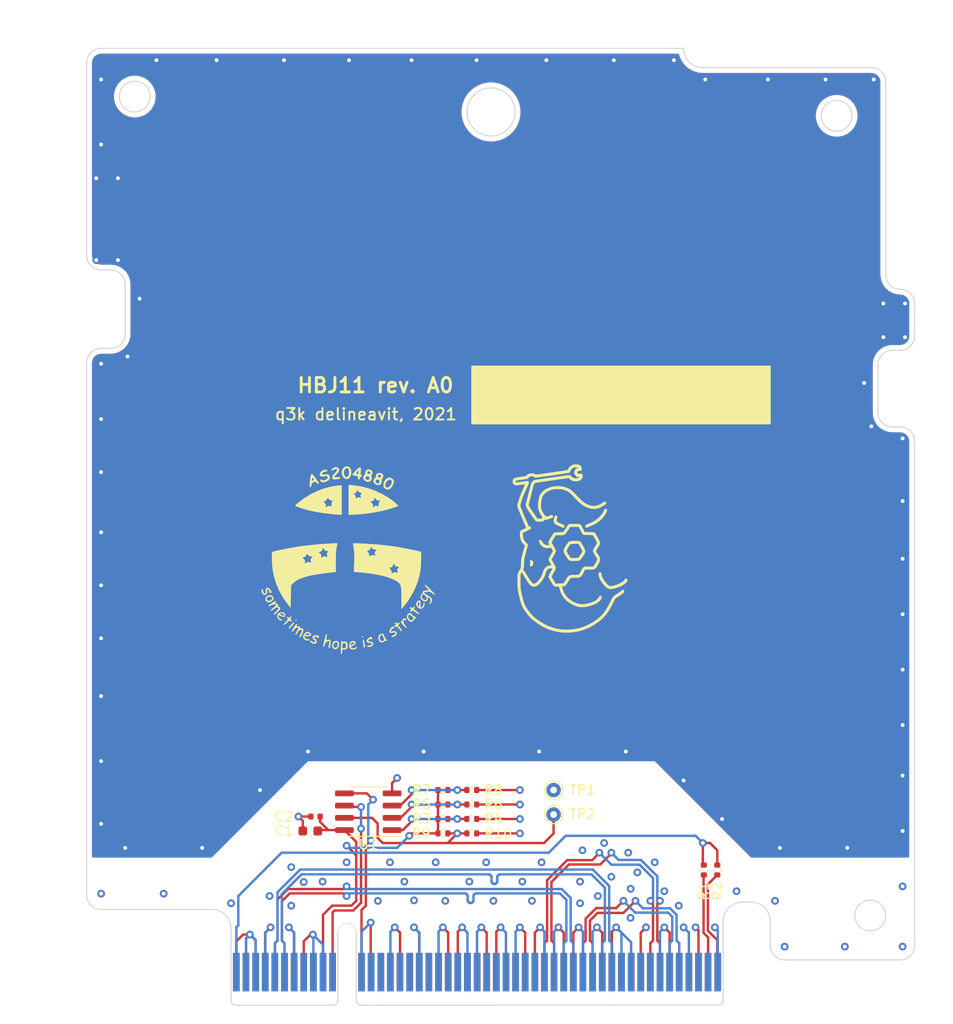
<source format=kicad_pcb>
(kicad_pcb (version 20171130) (host pcbnew 5.1.9-1)

  (general
    (thickness 1.6)
    (drawings 71)
    (tracks 645)
    (zones 0)
    (modules 20)
    (nets 53)
  )

  (page A4)
  (layers
    (0 F.Cu signal)
    (1 In1.Cu signal hide)
    (2 In2.Cu signal hide)
    (31 B.Cu signal)
    (32 B.Adhes user hide)
    (33 F.Adhes user hide)
    (34 B.Paste user hide)
    (35 F.Paste user)
    (36 B.SilkS user)
    (37 F.SilkS user)
    (38 B.Mask user hide)
    (39 F.Mask user)
    (40 Dwgs.User user)
    (41 Cmts.User user hide)
    (42 Eco1.User user hide)
    (43 Eco2.User user hide)
    (44 Edge.Cuts user)
    (45 Margin user hide)
    (46 B.CrtYd user)
    (47 F.CrtYd user)
    (48 B.Fab user hide)
    (49 F.Fab user hide)
  )

  (setup
    (last_trace_width 0.25)
    (trace_clearance 0.2)
    (zone_clearance 0.508)
    (zone_45_only no)
    (trace_min 0.2)
    (via_size 0.8)
    (via_drill 0.4)
    (via_min_size 0.4)
    (via_min_drill 0.3)
    (uvia_size 0.3)
    (uvia_drill 0.1)
    (uvias_allowed no)
    (uvia_min_size 0.2)
    (uvia_min_drill 0.1)
    (edge_width 0.05)
    (segment_width 0.2)
    (pcb_text_width 0.3)
    (pcb_text_size 1.5 1.5)
    (mod_edge_width 0.12)
    (mod_text_size 1 1)
    (mod_text_width 0.15)
    (pad_size 2 2)
    (pad_drill 1)
    (pad_to_mask_clearance 0)
    (aux_axis_origin 0 0)
    (visible_elements FFFFFF7F)
    (pcbplotparams
      (layerselection 0x010fc_ffffffff)
      (usegerberextensions false)
      (usegerberattributes true)
      (usegerberadvancedattributes true)
      (creategerberjobfile true)
      (excludeedgelayer true)
      (linewidth 0.100000)
      (plotframeref false)
      (viasonmask false)
      (mode 1)
      (useauxorigin false)
      (hpglpennumber 1)
      (hpglpenspeed 20)
      (hpglpendiameter 15.000000)
      (psnegative false)
      (psa4output false)
      (plotreference true)
      (plotvalue true)
      (plotinvisibletext false)
      (padsonsilk false)
      (subtractmaskfromsilk false)
      (outputformat 1)
      (mirror false)
      (drillshape 0)
      (scaleselection 1)
      (outputdirectory "fab-jlc"))
  )

  (net 0 "")
  (net 1 GND)
  (net 2 +5V)
  (net 3 "Net-(J1-PadA48)")
  (net 4 "Net-(J1-PadA47)")
  (net 5 /SATA1I+)
  (net 6 /SATA1I-)
  (net 7 "Net-(J1-PadA42)")
  (net 8 "Net-(J1-PadA41)")
  (net 9 /SATA1O+)
  (net 10 /SATA1O-)
  (net 11 /SATA2O-)
  (net 12 /SATA2O+)
  (net 13 "Net-(J1-PadA30)")
  (net 14 "Net-(J1-PadA29)")
  (net 15 "Net-(J1-PadA26)")
  (net 16 "Net-(J1-PadA25)")
  (net 17 "Net-(J1-PadA22)")
  (net 18 "Net-(J1-PadA21)")
  (net 19 "Net-(J1-PadA19)")
  (net 20 "Net-(J1-PadA17)")
  (net 21 "Net-(J1-PadA16)")
  (net 22 "Net-(J1-PadA14)")
  (net 23 "Net-(J1-PadA13)")
  (net 24 "Net-(J1-PadA11)")
  (net 25 +3V3)
  (net 26 "Net-(J1-PadA8)")
  (net 27 +12V)
  (net 28 /KEY1)
  (net 29 "Net-(J1-PadB49)")
  (net 30 "Net-(J1-PadB48)")
  (net 31 "Net-(J1-PadB46)")
  (net 32 "Net-(J1-PadB45)")
  (net 33 /SATA2I-)
  (net 34 /SATA2I+)
  (net 35 "Net-(J1-PadB40)")
  (net 36 "Net-(J1-PadB39)")
  (net 37 "Net-(J1-PadB28)")
  (net 38 "Net-(J1-PadB27)")
  (net 39 "Net-(J1-PadB24)")
  (net 40 "Net-(J1-PadB23)")
  (net 41 "Net-(J1-PadB20)")
  (net 42 "Net-(J1-PadB19)")
  (net 43 "Net-(J1-PadB17)")
  (net 44 "Net-(J1-PadB15)")
  (net 45 "Net-(J1-PadB14)")
  (net 46 /SDA)
  (net 47 /SCL)
  (net 48 "Net-(J1-PadB9)")
  (net 49 "Net-(R3-Pad2)")
  (net 50 "Net-(R5-Pad2)")
  (net 51 "Net-(R7-Pad2)")
  (net 52 "Net-(R10-Pad1)")

  (net_class Default "This is the default net class."
    (clearance 0.2)
    (trace_width 0.25)
    (via_dia 0.8)
    (via_drill 0.4)
    (uvia_dia 0.3)
    (uvia_drill 0.1)
    (add_net +12V)
    (add_net +3V3)
    (add_net +5V)
    (add_net /KEY1)
    (add_net /SCL)
    (add_net /SDA)
    (add_net GND)
    (add_net "Net-(J1-PadA11)")
    (add_net "Net-(J1-PadA13)")
    (add_net "Net-(J1-PadA14)")
    (add_net "Net-(J1-PadA16)")
    (add_net "Net-(J1-PadA17)")
    (add_net "Net-(J1-PadA19)")
    (add_net "Net-(J1-PadA21)")
    (add_net "Net-(J1-PadA22)")
    (add_net "Net-(J1-PadA25)")
    (add_net "Net-(J1-PadA26)")
    (add_net "Net-(J1-PadA29)")
    (add_net "Net-(J1-PadA30)")
    (add_net "Net-(J1-PadA41)")
    (add_net "Net-(J1-PadA42)")
    (add_net "Net-(J1-PadA47)")
    (add_net "Net-(J1-PadA48)")
    (add_net "Net-(J1-PadA8)")
    (add_net "Net-(J1-PadB14)")
    (add_net "Net-(J1-PadB15)")
    (add_net "Net-(J1-PadB17)")
    (add_net "Net-(J1-PadB19)")
    (add_net "Net-(J1-PadB20)")
    (add_net "Net-(J1-PadB23)")
    (add_net "Net-(J1-PadB24)")
    (add_net "Net-(J1-PadB27)")
    (add_net "Net-(J1-PadB28)")
    (add_net "Net-(J1-PadB39)")
    (add_net "Net-(J1-PadB40)")
    (add_net "Net-(J1-PadB45)")
    (add_net "Net-(J1-PadB46)")
    (add_net "Net-(J1-PadB48)")
    (add_net "Net-(J1-PadB49)")
    (add_net "Net-(J1-PadB9)")
    (add_net "Net-(R10-Pad1)")
    (add_net "Net-(R3-Pad2)")
    (add_net "Net-(R5-Pad2)")
    (add_net "Net-(R7-Pad2)")
  )

  (net_class Diff ""
    (clearance 0.2)
    (trace_width 0.25)
    (via_dia 0.8)
    (via_drill 0.4)
    (uvia_dia 0.3)
    (uvia_drill 0.1)
    (diff_pair_width 0.25)
    (diff_pair_gap 0.2)
    (add_net /SATA1I+)
    (add_net /SATA1I-)
    (add_net /SATA1O+)
    (add_net /SATA1O-)
    (add_net /SATA2I+)
    (add_net /SATA2I-)
    (add_net /SATA2O+)
    (add_net /SATA2O-)
  )

  (module TestPoint:TestPoint_THTPad_D1.5mm_Drill0.7mm (layer F.Cu) (tedit 5A0F774F) (tstamp 605A0C6F)
    (at 163.5 130.54)
    (descr "THT pad as test Point, diameter 1.5mm, hole diameter 0.7mm")
    (tags "test point THT pad")
    (path /605A79DA)
    (attr virtual)
    (fp_text reference TP2 (at 3 -0.04) (layer F.SilkS)
      (effects (font (size 1 1) (thickness 0.15)))
    )
    (fp_text value TestPoint (at 0 1.75) (layer F.Fab)
      (effects (font (size 1 1) (thickness 0.15)))
    )
    (fp_text user %R (at 0 -1.65) (layer F.Fab)
      (effects (font (size 1 1) (thickness 0.15)))
    )
    (fp_circle (center 0 0) (end 1.25 0) (layer F.CrtYd) (width 0.05))
    (fp_circle (center 0 0) (end 0 0.95) (layer F.SilkS) (width 0.12))
    (pad 1 thru_hole circle (at 0 0) (size 1.5 1.5) (drill 0.7) (layers *.Cu *.Mask)
      (net 52 "Net-(R10-Pad1)"))
  )

  (module TestPoint:TestPoint_THTPad_D1.5mm_Drill0.7mm (layer F.Cu) (tedit 5A0F774F) (tstamp 605A0D4C)
    (at 163.5 128)
    (descr "THT pad as test Point, diameter 1.5mm, hole diameter 0.7mm")
    (tags "test point THT pad")
    (path /605A83EF)
    (attr virtual)
    (fp_text reference TP1 (at 3 0) (layer F.SilkS)
      (effects (font (size 1 1) (thickness 0.15)))
    )
    (fp_text value TestPoint (at 0 1.75) (layer F.Fab)
      (effects (font (size 1 1) (thickness 0.15)))
    )
    (fp_text user %R (at 0 -1.65) (layer F.Fab)
      (effects (font (size 1 1) (thickness 0.15)))
    )
    (fp_circle (center 0 0) (end 1.25 0) (layer F.CrtYd) (width 0.05))
    (fp_circle (center 0 0) (end 0 0.95) (layer F.SilkS) (width 0.12))
    (pad 1 thru_hole circle (at 0 0) (size 1.5 1.5) (drill 0.7) (layers *.Cu *.Mask)
      (net 1 GND))
  )

  (module hbj11-footprints:hswaw2 (layer F.Cu) (tedit 60154C45) (tstamp 60162008)
    (at 173 103)
    (fp_text reference G*** (at 0 0) (layer F.SilkS) hide
      (effects (font (size 1.524 1.524) (thickness 0.3)))
    )
    (fp_text value LOGO (at 0.75 0) (layer F.SilkS) hide
      (effects (font (size 1.524 1.524) (thickness 0.3)))
    )
    (fp_poly (pts (xy -7.22186 -1.966743) (xy -7.118119 -1.941955) (xy -7.069413 -1.916214) (xy -7.005404 -1.850849)
      (xy -6.945838 -1.759338) (xy -6.901563 -1.661591) (xy -6.883429 -1.577522) (xy -6.8834 -1.5748)
      (xy -6.89977 -1.493916) (xy -6.941649 -1.397867) (xy -6.99819 -1.306969) (xy -7.058549 -1.241539)
      (xy -7.063166 -1.238051) (xy -7.173322 -1.184105) (xy -7.298962 -1.162335) (xy -7.380462 -1.168965)
      (xy -7.515046 -1.2206) (xy -7.620035 -1.307593) (xy -7.689427 -1.421888) (xy -7.71722 -1.555433)
      (xy -7.716466 -1.5748) (xy -7.4168 -1.5748) (xy -7.396241 -1.51651) (xy -7.346497 -1.481759)
      (xy -7.285471 -1.475024) (xy -7.231066 -1.50078) (xy -7.2136 -1.524) (xy -7.200308 -1.588952)
      (xy -7.2136 -1.6256) (xy -7.259249 -1.667339) (xy -7.319526 -1.674584) (xy -7.37653 -1.651812)
      (xy -7.412357 -1.603498) (xy -7.4168 -1.5748) (xy -7.716466 -1.5748) (xy -7.714801 -1.617541)
      (xy -7.679415 -1.747781) (xy -7.6021 -1.857258) (xy -7.534018 -1.916131) (xy -7.449735 -1.953828)
      (xy -7.33904 -1.9707) (xy -7.22186 -1.966743)) (layer F.Mask) (width 0.01))
    (fp_poly (pts (xy -5.662409 -1.074597) (xy -5.587604 -1.045106) (xy -5.490776 -0.967151) (xy -5.42354 -0.859764)
      (xy -5.389328 -0.736301) (xy -5.391571 -0.610113) (xy -5.433701 -0.494556) (xy -5.442555 -0.480611)
      (xy -5.543733 -0.370104) (xy -5.665149 -0.302299) (xy -5.798737 -0.279373) (xy -5.936429 -0.303503)
      (xy -5.998266 -0.330655) (xy -6.102108 -0.411318) (xy -6.169961 -0.517723) (xy -6.201488 -0.639426)
      (xy -6.198979 -0.701257) (xy -5.888484 -0.701257) (xy -5.877238 -0.633413) (xy -5.835643 -0.591718)
      (xy -5.778839 -0.583101) (xy -5.721965 -0.614491) (xy -5.715274 -0.621971) (xy -5.696235 -0.677856)
      (xy -5.700336 -0.725115) (xy -5.719845 -0.770283) (xy -5.758521 -0.784427) (xy -5.798422 -0.782595)
      (xy -5.857031 -0.769403) (xy -5.882405 -0.735086) (xy -5.888484 -0.701257) (xy -6.198979 -0.701257)
      (xy -6.196351 -0.765982) (xy -6.154212 -0.886945) (xy -6.074735 -0.991869) (xy -6.021021 -1.034964)
      (xy -5.915543 -1.079274) (xy -5.78936 -1.092641) (xy -5.662409 -1.074597)) (layer F.Mask) (width 0.01))
    (fp_poly (pts (xy -5.626732 0.715703) (xy -5.524182 0.775769) (xy -5.442411 0.863913) (xy -5.390027 0.97809)
      (xy -5.375031 1.0922) (xy -5.396837 1.235993) (xy -5.45965 1.351976) (xy -5.55957 1.436076)
      (xy -5.692693 1.484222) (xy -5.759109 1.492852) (xy -5.853329 1.495196) (xy -5.919749 1.482972)
      (xy -5.980388 1.451533) (xy -5.992065 1.443697) (xy -6.106189 1.339977) (xy -6.174516 1.219597)
      (xy -6.194813 1.0922) (xy -5.8928 1.0922) (xy -5.872241 1.15049) (xy -5.822497 1.185241)
      (xy -5.761471 1.191976) (xy -5.707066 1.16622) (xy -5.6896 1.143) (xy -5.676308 1.078048)
      (xy -5.6896 1.0414) (xy -5.735249 0.999661) (xy -5.795526 0.992416) (xy -5.85253 1.015188)
      (xy -5.888357 1.063502) (xy -5.8928 1.0922) (xy -6.194813 1.0922) (xy -6.195529 1.087708)
      (xy -6.16771 0.949459) (xy -6.149906 0.908114) (xy -6.072573 0.797116) (xy -5.972982 0.724422)
      (xy -5.85974 0.687984) (xy -5.741454 0.68576) (xy -5.626732 0.715703)) (layer F.Mask) (width 0.01))
    (fp_poly (pts (xy -7.237915 1.541108) (xy -7.136364 1.579176) (xy -7.121862 1.589069) (xy -7.012048 1.697827)
      (xy -6.947182 1.821564) (xy -6.927321 1.952401) (xy -6.952517 2.082463) (xy -7.022826 2.20387)
      (xy -7.117018 2.293573) (xy -7.224152 2.343656) (xy -7.349119 2.354242) (xy -7.477218 2.324848)
      (xy -7.516914 2.30669) (xy -7.631819 2.228791) (xy -7.703264 2.133465) (xy -7.737972 2.01115)
      (xy -7.740538 1.988717) (xy -7.739152 1.960662) (xy -7.439055 1.960662) (xy -7.414764 2.012769)
      (xy -7.401658 2.024226) (xy -7.336488 2.05506) (xy -7.283918 2.039139) (xy -7.265561 2.020698)
      (xy -7.243053 1.958839) (xy -7.256384 1.890734) (xy -7.29615 1.844223) (xy -7.351631 1.831802)
      (xy -7.399361 1.856312) (xy -7.431211 1.903887) (xy -7.439055 1.960662) (xy -7.739152 1.960662)
      (xy -7.733216 1.840525) (xy -7.68041 1.714864) (xy -7.581878 1.611161) (xy -7.581317 1.610733)
      (xy -7.478231 1.557727) (xy -7.357817 1.534239) (xy -7.237915 1.541108)) (layer F.Mask) (width 0.01))
    (fp_poly (pts (xy -8.781897 2.400415) (xy -8.702505 2.425976) (xy -8.598757 2.500794) (xy -8.52764 2.604172)
      (xy -8.490081 2.724976) (xy -8.487008 2.852071) (xy -8.519351 2.974324) (xy -8.588037 3.080598)
      (xy -8.643821 3.129768) (xy -8.740757 3.173826) (xy -8.861682 3.1944) (xy -8.984804 3.190026)
      (xy -9.087659 3.159585) (xy -9.188388 3.082142) (xy -9.256394 2.976557) (xy -9.29088 2.854206)
      (xy -9.290961 2.79203) (xy -8.9916 2.79203) (xy -8.969974 2.853866) (xy -8.913521 2.887805)
      (xy -8.864779 2.890341) (xy -8.818027 2.874249) (xy -8.797174 2.830308) (xy -8.793206 2.801221)
      (xy -8.794045 2.742221) (xy -8.819385 2.71352) (xy -8.850686 2.703135) (xy -8.922406 2.704136)
      (xy -8.974249 2.73937) (xy -8.9916 2.79203) (xy -9.290961 2.79203) (xy -9.291047 2.726463)
      (xy -9.256096 2.604702) (xy -9.18523 2.500299) (xy -9.136847 2.458705) (xy -9.033533 2.411325)
      (xy -8.908025 2.391353) (xy -8.781897 2.400415)) (layer F.Mask) (width 0.01))
    (fp_poly (pts (xy 12.581763 -4.04295) (xy 12.599576 -4.014777) (xy 12.611707 -3.970732) (xy 12.619136 -3.901981)
      (xy 12.62284 -3.799691) (xy 12.6238 -3.663391) (xy 12.623312 -3.527139) (xy 12.62093 -3.432575)
      (xy 12.615273 -3.370589) (xy 12.604962 -3.332072) (xy 12.588616 -3.307915) (xy 12.567348 -3.290741)
      (xy 12.48661 -3.254681) (xy 12.413994 -3.267934) (xy 12.3698 -3.302) (xy 12.34839 -3.328321)
      (xy 12.333951 -3.363063) (xy 12.325146 -3.415915) (xy 12.320637 -3.496566) (xy 12.319089 -3.614704)
      (xy 12.319 -3.6703) (xy 12.319785 -3.804893) (xy 12.323034 -3.898386) (xy 12.330081 -3.960469)
      (xy 12.342264 -4.00083) (xy 12.360918 -4.029158) (xy 12.3698 -4.0386) (xy 12.442002 -4.081835)
      (xy 12.518941 -4.082303) (xy 12.581763 -4.04295)) (layer F.Mask) (width 0.01))
    (fp_poly (pts (xy 12.516905 -3.020801) (xy 12.552546 -3.011609) (xy 12.579238 -2.989338) (xy 12.598274 -2.9483)
      (xy 12.610944 -2.882807) (xy 12.618539 -2.787171) (xy 12.62235 -2.655705) (xy 12.623668 -2.48272)
      (xy 12.6238 -2.3495) (xy 12.62337 -2.156426) (xy 12.621819 -2.007919) (xy 12.618754 -1.897752)
      (xy 12.613783 -1.819698) (xy 12.606513 -1.767529) (xy 12.596551 -1.735019) (xy 12.583885 -1.716315)
      (xy 12.51744 -1.68097) (xy 12.440046 -1.681245) (xy 12.373547 -1.715537) (xy 12.35854 -1.732852)
      (xy 12.345225 -1.759464) (xy 12.33517 -1.800595) (xy 12.327955 -1.862791) (xy 12.323159 -1.952599)
      (xy 12.320363 -2.076566) (xy 12.319147 -2.241239) (xy 12.319 -2.3495) (xy 12.319721 -2.552251)
      (xy 12.322732 -2.709844) (xy 12.329305 -2.827911) (xy 12.340712 -2.912084) (xy 12.358226 -2.967996)
      (xy 12.383117 -3.001279) (xy 12.416659 -3.017564) (xy 12.460124 -3.022484) (xy 12.471025 -3.0226)
      (xy 12.516905 -3.020801)) (layer F.Mask) (width 0.01))
    (fp_poly (pts (xy 10.948149 -4.075555) (xy 10.986995 -4.053393) (xy 11.004061 -4.037462) (xy 11.016892 -4.013329)
      (xy 11.02625 -3.973904) (xy 11.032893 -3.912096) (xy 11.037582 -3.820815) (xy 11.041076 -3.692969)
      (xy 11.044136 -3.521468) (xy 11.044159 -3.519993) (xy 11.052018 -3.0226) (xy 11.248327 -3.0226)
      (xy 11.370603 -3.026915) (xy 11.462135 -3.042259) (xy 11.542432 -3.072237) (xy 11.557762 -3.07975)
      (xy 11.660312 -3.150445) (xy 11.737801 -3.240879) (xy 11.780413 -3.338032) (xy 11.7856 -3.381957)
      (xy 11.80515 -3.462085) (xy 11.855042 -3.520461) (xy 11.922132 -3.550704) (xy 11.993279 -3.546432)
      (xy 12.048363 -3.50955) (xy 12.081021 -3.4387) (xy 12.08483 -3.340815) (xy 12.063015 -3.228255)
      (xy 12.018801 -3.113381) (xy 11.955411 -3.008553) (xy 11.901963 -2.948339) (xy 11.840772 -2.890853)
      (xy 11.936864 -2.763894) (xy 11.993443 -2.682844) (xy 12.034423 -2.604913) (xy 12.062205 -2.519581)
      (xy 12.07919 -2.416331) (xy 12.087781 -2.284642) (xy 12.090377 -2.113996) (xy 12.0904 -2.091284)
      (xy 12.089354 -1.937298) (xy 12.084559 -1.826897) (xy 12.073526 -1.752881) (xy 12.05377 -1.708049)
      (xy 12.022801 -1.685202) (xy 11.978132 -1.677141) (xy 11.94706 -1.6764) (xy 11.88749 -1.68272)
      (xy 11.844294 -1.706124) (xy 11.81499 -1.753283) (xy 11.797096 -1.830863) (xy 11.788127 -1.945535)
      (xy 11.785602 -2.103968) (xy 11.7856 -2.110096) (xy 11.784821 -2.245999) (xy 11.781467 -2.341862)
      (xy 11.774011 -2.408434) (xy 11.760925 -2.456462) (xy 11.740683 -2.496696) (xy 11.727845 -2.51659)
      (xy 11.654989 -2.607801) (xy 11.574604 -2.667943) (xy 11.47452 -2.702409) (xy 11.342565 -2.716594)
      (xy 11.273843 -2.7178) (xy 11.049 -2.7178) (xy 11.049 -2.253552) (xy 11.047959 -2.067284)
      (xy 11.043708 -1.925743) (xy 11.034554 -1.82288) (xy 11.018805 -1.752643) (xy 10.994769 -1.708982)
      (xy 10.960752 -1.685849) (xy 10.915062 -1.677191) (xy 10.887539 -1.6764) (xy 10.820669 -1.685283)
      (xy 10.774897 -1.706665) (xy 10.77468 -1.70688) (xy 10.766908 -1.728265) (xy 10.760436 -1.77766)
      (xy 10.755181 -1.858278) (xy 10.751058 -1.973331) (xy 10.747982 -2.12603) (xy 10.745871 -2.319588)
      (xy 10.744639 -2.557216) (xy 10.744203 -2.842127) (xy 10.7442 -2.871344) (xy 10.7443 -3.141619)
      (xy 10.744721 -3.365633) (xy 10.745642 -3.547927) (xy 10.747243 -3.693038) (xy 10.749701 -3.805507)
      (xy 10.753198 -3.889872) (xy 10.757911 -3.950673) (xy 10.764021 -3.992449) (xy 10.771707 -4.01974)
      (xy 10.781148 -4.037084) (xy 10.79065 -4.047364) (xy 10.866129 -4.085626) (xy 10.948149 -4.075555)) (layer F.Mask) (width 0.01))
    (fp_poly (pts (xy 8.800432 -3.555) (xy 8.832832 -3.548794) (xy 8.85849 -3.532579) (xy 8.878192 -3.50155)
      (xy 8.892725 -3.450903) (xy 8.902876 -3.375833) (xy 8.909429 -3.271535) (xy 8.913173 -3.133204)
      (xy 8.914893 -2.956037) (xy 8.915376 -2.735228) (xy 8.9154 -2.609665) (xy 8.91515 -2.3752)
      (xy 8.914247 -2.186397) (xy 8.912461 -2.03812) (xy 8.909564 -1.925234) (xy 8.905326 -1.842601)
      (xy 8.899516 -1.785086) (xy 8.891907 -1.747554) (xy 8.882268 -1.724867) (xy 8.875485 -1.716315)
      (xy 8.857198 -1.704024) (xy 8.825987 -1.694493) (xy 8.775991 -1.687391) (xy 8.701346 -1.682389)
      (xy 8.596189 -1.679156) (xy 8.454657 -1.677364) (xy 8.270887 -1.676681) (xy 8.170635 -1.676649)
      (xy 7.969019 -1.676882) (xy 7.811325 -1.677762) (xy 7.690673 -1.67981) (xy 7.600185 -1.68355)
      (xy 7.532982 -1.689503) (xy 7.482187 -1.698191) (xy 7.440919 -1.710138) (xy 7.402301 -1.725865)
      (xy 7.3787 -1.736787) (xy 7.256426 -1.807401) (xy 7.168211 -1.893729) (xy 7.097939 -2.012181)
      (xy 7.088734 -2.032) (xy 7.072927 -2.070143) (xy 7.060681 -2.110846) (xy 7.051537 -2.160908)
      (xy 7.04504 -2.227126) (xy 7.040733 -2.316297) (xy 7.038158 -2.435218) (xy 7.036858 -2.590688)
      (xy 7.036377 -2.789503) (xy 7.036357 -2.811236) (xy 7.036544 -3.01636) (xy 7.037708 -3.176553)
      (xy 7.040176 -3.297681) (xy 7.044277 -3.385607) (xy 7.050337 -3.446199) (xy 7.058684 -3.48532)
      (xy 7.069645 -3.508836) (xy 7.075714 -3.516086) (xy 7.1437 -3.551457) (xy 7.224617 -3.546941)
      (xy 7.278595 -3.519991) (xy 7.293688 -3.506074) (xy 7.305569 -3.484932) (xy 7.314781 -3.450492)
      (xy 7.321868 -3.396681) (xy 7.327374 -3.317426) (xy 7.331844 -3.206654) (xy 7.335822 -3.058293)
      (xy 7.339851 -2.866268) (xy 7.3406 -2.827841) (xy 7.345923 -2.600115) (xy 7.352254 -2.419889)
      (xy 7.359802 -2.283868) (xy 7.368777 -2.188758) (xy 7.379386 -2.131265) (xy 7.385802 -2.114813)
      (xy 7.454969 -2.042959) (xy 7.561131 -1.997179) (xy 7.694938 -1.9812) (xy 7.8232 -1.9812)
      (xy 7.8232 -2.726564) (xy 7.823395 -2.941801) (xy 7.824205 -3.111938) (xy 7.825966 -3.242675)
      (xy 7.829014 -3.339711) (xy 7.833685 -3.408744) (xy 7.840316 -3.455476) (xy 7.849243 -3.485604)
      (xy 7.860801 -3.504828) (xy 7.86965 -3.513964) (xy 7.941547 -3.551091) (xy 8.01838 -3.54889)
      (xy 8.081482 -3.508589) (xy 8.088459 -3.499549) (xy 8.100193 -3.476324) (xy 8.109416 -3.440231)
      (xy 8.116414 -3.385606) (xy 8.12147 -3.306785) (xy 8.12487 -3.198103) (xy 8.126897 -3.053896)
      (xy 8.127837 -2.868498) (xy 8.128 -2.712149) (xy 8.128 -1.9812) (xy 8.6106 -1.9812)
      (xy 8.6106 -2.712149) (xy 8.61097 -2.941443) (xy 8.612682 -3.125009) (xy 8.616635 -3.267918)
      (xy 8.623732 -3.375241) (xy 8.634871 -3.452048) (xy 8.650955 -3.50341) (xy 8.672885 -3.534396)
      (xy 8.701559 -3.550079) (xy 8.737881 -3.555528) (xy 8.760503 -3.556) (xy 8.800432 -3.555)) (layer F.Mask) (width 0.01))
    (fp_poly (pts (xy 5.995852 -3.557174) (xy 6.125133 -3.550061) (xy 6.236716 -3.537584) (xy 6.319225 -3.519693)
      (xy 6.325549 -3.517566) (xy 6.474489 -3.440392) (xy 6.608569 -3.3237) (xy 6.715007 -3.178726)
      (xy 6.719034 -3.171552) (xy 6.7945 -3.0353) (xy 6.802848 -2.417942) (xy 6.805124 -2.22052)
      (xy 6.805753 -2.067468) (xy 6.804428 -1.95237) (xy 6.800845 -1.868815) (xy 6.794699 -1.810389)
      (xy 6.785684 -1.770679) (xy 6.773495 -1.743271) (xy 6.770512 -1.738492) (xy 6.753447 -1.714798)
      (xy 6.732843 -1.698075) (xy 6.700381 -1.687129) (xy 6.647741 -1.680765) (xy 6.566603 -1.677789)
      (xy 6.448648 -1.677005) (xy 6.343064 -1.677116) (xy 6.191111 -1.678047) (xy 6.080005 -1.680954)
      (xy 5.999802 -1.686984) (xy 5.940556 -1.697281) (xy 5.892321 -1.712992) (xy 5.847077 -1.734266)
      (xy 5.685096 -1.845728) (xy 5.555454 -1.993137) (xy 5.49208 -2.104888) (xy 5.44471 -2.264852)
      (xy 5.444805 -2.320616) (xy 5.74754 -2.320616) (xy 5.78022 -2.210805) (xy 5.795968 -2.185005)
      (xy 5.866985 -2.095189) (xy 5.943511 -2.035207) (xy 6.037621 -1.999811) (xy 6.161385 -1.983754)
      (xy 6.264856 -1.9812) (xy 6.5024 -1.9812) (xy 6.5024 -2.7178) (xy 6.272538 -2.7178)
      (xy 6.127411 -2.713023) (xy 6.020333 -2.695708) (xy 5.939198 -2.661384) (xy 5.871899 -2.605576)
      (xy 5.828323 -2.553678) (xy 5.763713 -2.436484) (xy 5.74754 -2.320616) (xy 5.444805 -2.320616)
      (xy 5.44499 -2.42884) (xy 5.491053 -2.589529) (xy 5.581032 -2.739593) (xy 5.680618 -2.844658)
      (xy 5.791525 -2.929193) (xy 5.903531 -2.983403) (xy 6.032229 -3.012574) (xy 6.19321 -3.021991)
      (xy 6.20395 -3.022043) (xy 6.30308 -3.024378) (xy 6.37943 -3.030148) (xy 6.421506 -3.038303)
      (xy 6.4262 -3.042349) (xy 6.405541 -3.09293) (xy 6.352934 -3.150516) (xy 6.28243 -3.200558)
      (xy 6.26449 -3.209789) (xy 6.209473 -3.228953) (xy 6.133933 -3.241587) (xy 6.028294 -3.248665)
      (xy 5.882984 -3.251161) (xy 5.857211 -3.2512) (xy 5.722052 -3.251974) (xy 5.628043 -3.255173)
      (xy 5.565542 -3.262119) (xy 5.524912 -3.274133) (xy 5.496513 -3.292535) (xy 5.4864 -3.302)
      (xy 5.443165 -3.374203) (xy 5.442697 -3.451142) (xy 5.48205 -3.513964) (xy 5.529215 -3.532947)
      (xy 5.615552 -3.546808) (xy 5.729687 -3.555499) (xy 5.860245 -3.55897) (xy 5.995852 -3.557174)) (layer F.Mask) (width 0.01))
    (fp_poly (pts (xy 2.221703 -3.53381) (xy 2.246085 -3.516086) (xy 2.282833 -3.448763) (xy 2.280939 -3.373477)
      (xy 2.24678 -3.305667) (xy 2.186733 -3.260776) (xy 2.136688 -3.2512) (xy 2.039965 -3.228172)
      (xy 1.936774 -3.163048) (xy 1.85797 -3.086514) (xy 1.778 -2.995433) (xy 1.777625 -2.405767)
      (xy 1.776939 -2.196868) (xy 1.774375 -2.033146) (xy 1.768734 -1.90898) (xy 1.758815 -1.818751)
      (xy 1.743415 -1.756839) (xy 1.721335 -1.717625) (xy 1.691374 -1.69549) (xy 1.65233 -1.684812)
      (xy 1.622841 -1.681466) (xy 1.538107 -1.68876) (xy 1.496425 -1.717196) (xy 1.484778 -1.740626)
      (xy 1.47582 -1.783084) (xy 1.469249 -1.850236) (xy 1.464762 -1.947749) (xy 1.462056 -2.08129)
      (xy 1.460826 -2.256524) (xy 1.460671 -2.38523) (xy 1.461152 -2.594742) (xy 1.46334 -2.760739)
      (xy 1.468549 -2.890506) (xy 1.478094 -2.991326) (xy 1.493289 -3.070483) (xy 1.515447 -3.135262)
      (xy 1.545883 -3.192947) (xy 1.585909 -3.250821) (xy 1.626173 -3.302725) (xy 1.709879 -3.385605)
      (xy 1.814333 -3.455739) (xy 1.928638 -3.509377) (xy 2.041899 -3.542768) (xy 2.143219 -3.552163)
      (xy 2.221703 -3.53381)) (layer F.Mask) (width 0.01))
    (fp_poly (pts (xy 0.439219 -3.553845) (xy 0.564714 -3.54796) (xy 0.66715 -3.539217) (xy 0.733342 -3.52849)
      (xy 0.737574 -3.527308) (xy 0.87727 -3.462306) (xy 1.008227 -3.358955) (xy 1.116463 -3.229432)
      (xy 1.155248 -3.163488) (xy 1.2319 -3.013724) (xy 1.239928 -2.406665) (xy 1.242105 -2.210743)
      (xy 1.242606 -2.059149) (xy 1.241117 -1.945431) (xy 1.237326 -1.863133) (xy 1.230921 -1.805805)
      (xy 1.221591 -1.766991) (xy 1.209023 -1.740239) (xy 1.207592 -1.738003) (xy 1.190563 -1.714488)
      (xy 1.169795 -1.697878) (xy 1.136971 -1.686973) (xy 1.083774 -1.680574) (xy 1.001887 -1.677482)
      (xy 0.882994 -1.676498) (xy 0.780464 -1.676421) (xy 0.626857 -1.677189) (xy 0.514167 -1.680173)
      (xy 0.432525 -1.686423) (xy 0.372061 -1.696985) (xy 0.322905 -1.712908) (xy 0.288121 -1.728702)
      (xy 0.139037 -1.826072) (xy 0.019807 -1.951383) (xy -0.065943 -2.096193) (xy -0.114589 -2.252064)
      (xy -0.118732 -2.334998) (xy 0.182923 -2.334998) (xy 0.214979 -2.217952) (xy 0.296499 -2.104185)
      (xy 0.321582 -2.079619) (xy 0.368866 -2.038358) (xy 0.412119 -2.011238) (xy 0.463597 -1.995176)
      (xy 0.535554 -1.987091) (xy 0.640245 -1.983898) (xy 0.70485 -1.983206) (xy 0.9398 -1.9812)
      (xy 0.9398 -2.7178) (xy 0.702256 -2.7178) (xy 0.584261 -2.716142) (xy 0.503218 -2.709524)
      (xy 0.445338 -2.695483) (xy 0.396834 -2.671556) (xy 0.37901 -2.660046) (xy 0.265391 -2.560621)
      (xy 0.199878 -2.450746) (xy 0.182923 -2.334998) (xy -0.118732 -2.334998) (xy -0.122507 -2.410554)
      (xy -0.08607 -2.563224) (xy -0.078169 -2.58158) (xy 0.005745 -2.719647) (xy 0.120693 -2.84499)
      (xy 0.250817 -2.94128) (xy 0.2921 -2.962838) (xy 0.37163 -2.994526) (xy 0.453591 -3.012897)
      (xy 0.556195 -3.021056) (xy 0.64135 -3.022352) (xy 0.755107 -3.025395) (xy 0.830932 -3.033756)
      (xy 0.862938 -3.046725) (xy 0.8636 -3.049213) (xy 0.844428 -3.086645) (xy 0.796817 -3.13722)
      (xy 0.735626 -3.187512) (xy 0.675712 -3.224092) (xy 0.665096 -3.228617) (xy 0.617343 -3.237438)
      (xy 0.531143 -3.244646) (xy 0.418839 -3.249485) (xy 0.296098 -3.2512) (xy 0.137104 -3.253948)
      (xy 0.022194 -3.263724) (xy -0.05513 -3.282831) (xy -0.101362 -3.313569) (xy -0.123001 -3.358242)
      (xy -0.127 -3.401104) (xy -0.121361 -3.458227) (xy -0.099912 -3.499568) (xy -0.055857 -3.527569)
      (xy 0.0176 -3.544674) (xy 0.127256 -3.553327) (xy 0.279907 -3.555971) (xy 0.303853 -3.556)
      (xy 0.439219 -3.553845)) (layer F.Mask) (width 0.01))
    (fp_poly (pts (xy -0.470568 -3.555) (xy -0.438168 -3.548794) (xy -0.41251 -3.532579) (xy -0.392808 -3.50155)
      (xy -0.378275 -3.450903) (xy -0.368124 -3.375833) (xy -0.361571 -3.271535) (xy -0.357827 -3.133204)
      (xy -0.356107 -2.956037) (xy -0.355624 -2.735228) (xy -0.3556 -2.609665) (xy -0.35585 -2.3752)
      (xy -0.356753 -2.186397) (xy -0.358539 -2.03812) (xy -0.361436 -1.925234) (xy -0.365674 -1.842601)
      (xy -0.371484 -1.785086) (xy -0.379093 -1.747554) (xy -0.388732 -1.724867) (xy -0.395515 -1.716315)
      (xy -0.413802 -1.704024) (xy -0.445013 -1.694493) (xy -0.495009 -1.687391) (xy -0.569654 -1.682389)
      (xy -0.674811 -1.679156) (xy -0.816343 -1.677364) (xy -1.000113 -1.676681) (xy -1.100365 -1.676649)
      (xy -1.301981 -1.676882) (xy -1.459675 -1.677762) (xy -1.580327 -1.67981) (xy -1.670815 -1.68355)
      (xy -1.738018 -1.689503) (xy -1.788813 -1.698191) (xy -1.830081 -1.710138) (xy -1.868699 -1.725865)
      (xy -1.8923 -1.736787) (xy -2.007789 -1.802412) (xy -2.092922 -1.881637) (xy -2.162521 -1.989833)
      (xy -2.189492 -2.045017) (xy -2.207291 -2.085688) (xy -2.221051 -2.125565) (xy -2.231293 -2.171599)
      (xy -2.238533 -2.230742) (xy -2.243291 -2.309947) (xy -2.246085 -2.416166) (xy -2.247434 -2.556349)
      (xy -2.247856 -2.73745) (xy -2.247882 -2.827736) (xy -2.247698 -3.027691) (xy -2.246842 -3.182933)
      (xy -2.244883 -3.299548) (xy -2.241387 -3.383623) (xy -2.235919 -3.441243) (xy -2.228047 -3.478495)
      (xy -2.217338 -3.501466) (xy -2.203358 -3.516241) (xy -2.198596 -3.519886) (xy -2.117275 -3.552633)
      (xy -2.032759 -3.544131) (xy -2.0066 -3.531189) (xy -1.99444 -3.516112) (xy -1.984614 -3.484135)
      (xy -1.976689 -3.429648) (xy -1.97023 -3.347041) (xy -1.964806 -3.230704) (xy -1.959983 -3.075026)
      (xy -1.955326 -2.874396) (xy -1.955126 -2.864828) (xy -1.950444 -2.661091) (xy -1.945555 -2.501721)
      (xy -1.939948 -2.380289) (xy -1.933112 -2.290363) (xy -1.924535 -2.225512) (xy -1.913707 -2.179304)
      (xy -1.900115 -2.14531) (xy -1.897546 -2.14038) (xy -1.822955 -2.050799) (xy -1.714714 -1.99798)
      (xy -1.576062 -1.9812) (xy -1.4478 -1.9812) (xy -1.4478 -2.726564) (xy -1.447605 -2.941801)
      (xy -1.446795 -3.111938) (xy -1.445034 -3.242675) (xy -1.441986 -3.339711) (xy -1.437315 -3.408744)
      (xy -1.430684 -3.455476) (xy -1.421757 -3.485604) (xy -1.410199 -3.504828) (xy -1.40135 -3.513964)
      (xy -1.32669 -3.551945) (xy -1.247727 -3.542464) (xy -1.1938 -3.5052) (xy -1.179109 -3.488309)
      (xy -1.167557 -3.466522) (xy -1.158769 -3.434008) (xy -1.152367 -3.384936) (xy -1.147977 -3.313476)
      (xy -1.145221 -3.213797) (xy -1.143724 -3.080068) (xy -1.14311 -2.906458) (xy -1.143 -2.7178)
      (xy -1.143 -1.9812) (xy -0.6604 -1.9812) (xy -0.6604 -2.712149) (xy -0.66003 -2.941443)
      (xy -0.658318 -3.125009) (xy -0.654365 -3.267918) (xy -0.647268 -3.375241) (xy -0.636129 -3.452048)
      (xy -0.620045 -3.50341) (xy -0.598115 -3.534396) (xy -0.569441 -3.550079) (xy -0.533119 -3.555528)
      (xy -0.510497 -3.556) (xy -0.470568 -3.555)) (layer F.Mask) (width 0.01))
    (fp_poly (pts (xy 10.196446 -3.555317) (xy 10.298959 -3.552831) (xy 10.368498 -3.547306) (xy 10.413972 -3.537651)
      (xy 10.444292 -3.52277) (xy 10.4648 -3.5052) (xy 10.502855 -3.449906) (xy 10.5156 -3.4036)
      (xy 10.498361 -3.348306) (xy 10.4648 -3.302) (xy 10.439632 -3.281343) (xy 10.406555 -3.267146)
      (xy 10.356362 -3.258224) (xy 10.279848 -3.25339) (xy 10.167804 -3.25146) (xy 10.070284 -3.2512)
      (xy 9.894281 -3.248424) (xy 9.761039 -3.238874) (xy 9.662759 -3.220726) (xy 9.591641 -3.19215)
      (xy 9.539887 -3.15132) (xy 9.515619 -3.121232) (xy 9.476547 -3.029937) (xy 9.487716 -2.94253)
      (xy 9.548567 -2.862991) (xy 9.552357 -2.859751) (xy 9.6008 -2.822322) (xy 9.648367 -2.797178)
      (xy 9.708431 -2.780394) (xy 9.794362 -2.768044) (xy 9.89894 -2.757994) (xy 10.08122 -2.722328)
      (xy 10.234028 -2.653168) (xy 10.353871 -2.555719) (xy 10.437254 -2.435186) (xy 10.480683 -2.296774)
      (xy 10.480663 -2.145688) (xy 10.4337 -1.987134) (xy 10.426683 -1.971899) (xy 10.357801 -1.874116)
      (xy 10.255314 -1.785133) (xy 10.136194 -1.718483) (xy 10.086654 -1.700802) (xy 10.010332 -1.685645)
      (xy 9.902568 -1.673556) (xy 9.775027 -1.664808) (xy 9.639373 -1.659675) (xy 9.50727 -1.658428)
      (xy 9.390382 -1.661341) (xy 9.300374 -1.668688) (xy 9.248911 -1.680741) (xy 9.248093 -1.681173)
      (xy 9.173405 -1.741097) (xy 9.147114 -1.813959) (xy 9.15235 -1.858615) (xy 9.172707 -1.904305)
      (xy 9.211948 -1.937561) (xy 9.276847 -1.960121) (xy 9.374177 -1.973722) (xy 9.510714 -1.980101)
      (xy 9.630306 -1.9812) (xy 9.786612 -1.983086) (xy 9.901025 -1.989305) (xy 9.982336 -2.000701)
      (xy 10.03933 -2.018117) (xy 10.045867 -2.021083) (xy 10.125643 -2.082176) (xy 10.171609 -2.166114)
      (xy 10.176743 -2.258182) (xy 10.170389 -2.282029) (xy 10.12551 -2.344858) (xy 10.044381 -2.400801)
      (xy 9.941548 -2.442608) (xy 9.831559 -2.463028) (xy 9.805368 -2.463942) (xy 9.62744 -2.484169)
      (xy 9.467972 -2.541363) (xy 9.335338 -2.63097) (xy 9.237914 -2.74844) (xy 9.219761 -2.782207)
      (xy 9.172767 -2.932705) (xy 9.174114 -3.082868) (xy 9.221747 -3.225961) (xy 9.313613 -3.355249)
      (xy 9.422769 -3.447785) (xy 9.490752 -3.488182) (xy 9.564403 -3.517447) (xy 9.653209 -3.537209)
      (xy 9.766659 -3.549098) (xy 9.914238 -3.554743) (xy 10.05205 -3.555859) (xy 10.196446 -3.555317)) (layer F.Mask) (width 0.01))
    (fp_poly (pts (xy 4.331579 -3.5531) (xy 4.386285 -3.552011) (xy 4.533633 -3.548118) (xy 4.640723 -3.543224)
      (xy 4.71809 -3.535629) (xy 4.776271 -3.523634) (xy 4.825802 -3.505539) (xy 4.87722 -3.479645)
      (xy 4.894795 -3.469988) (xy 4.987697 -3.406392) (xy 5.069659 -3.329713) (xy 5.097995 -3.294359)
      (xy 5.136462 -3.231891) (xy 5.157978 -3.171876) (xy 5.167214 -3.095448) (xy 5.1689 -3.00791)
      (xy 5.166427 -2.905434) (xy 5.155674 -2.834493) (xy 5.131643 -2.775928) (xy 5.092467 -2.715026)
      (xy 4.992196 -2.607459) (xy 4.861829 -2.53086) (xy 4.695606 -2.482425) (xy 4.582234 -2.466304)
      (xy 4.424641 -2.442517) (xy 4.310771 -2.405909) (xy 4.234558 -2.35372) (xy 4.192271 -2.289071)
      (xy 4.173109 -2.202859) (xy 4.196544 -2.126128) (xy 4.256926 -2.055068) (xy 4.284038 -2.032016)
      (xy 4.314428 -2.015241) (xy 4.356677 -2.0034) (xy 4.419361 -1.99515) (xy 4.51106 -1.989145)
      (xy 4.640352 -1.984043) (xy 4.728473 -1.9812) (xy 4.882578 -1.975847) (xy 4.993819 -1.970181)
      (xy 5.070127 -1.963091) (xy 5.119431 -1.953465) (xy 5.149662 -1.940192) (xy 5.168749 -1.922162)
      (xy 5.170983 -1.919196) (xy 5.207594 -1.835683) (xy 5.196026 -1.759365) (xy 5.138884 -1.698721)
      (xy 5.096879 -1.67799) (xy 5.034536 -1.66549) (xy 4.934594 -1.657835) (xy 4.810025 -1.65506)
      (xy 4.673802 -1.657199) (xy 4.538898 -1.664287) (xy 4.4196 -1.676184) (xy 4.235998 -1.717812)
      (xy 4.090775 -1.790262) (xy 3.980123 -1.896053) (xy 3.910963 -2.012845) (xy 3.8674 -2.153935)
      (xy 3.870357 -2.29108) (xy 3.889707 -2.36476) (xy 3.96136 -2.507039) (xy 4.071312 -2.618521)
      (xy 4.220669 -2.699909) (xy 4.410536 -2.75191) (xy 4.520693 -2.767078) (xy 4.671552 -2.791152)
      (xy 4.777602 -2.830223) (xy 4.843428 -2.887422) (xy 4.873617 -2.965882) (xy 4.8768 -3.010328)
      (xy 4.852631 -3.098146) (xy 4.784579 -3.173381) (xy 4.690996 -3.224109) (xy 4.638987 -3.234378)
      (xy 4.548407 -3.242924) (xy 4.431477 -3.248921) (xy 4.30042 -3.251541) (xy 4.284596 -3.251589)
      (xy 4.157724 -3.253087) (xy 4.048468 -3.256907) (xy 3.967264 -3.262503) (xy 3.924546 -3.269325)
      (xy 3.921752 -3.270639) (xy 3.870158 -3.329125) (xy 3.851885 -3.402141) (xy 3.865452 -3.473739)
      (xy 3.909377 -3.527971) (xy 3.947237 -3.544952) (xy 3.994426 -3.549995) (xy 4.081483 -3.553151)
      (xy 4.197501 -3.554244) (xy 4.331579 -3.5531)) (layer F.Mask) (width 0.01))
    (fp_poly (pts (xy 3.267504 -3.554809) (xy 3.387477 -3.550092) (xy 3.484203 -3.542093) (xy 3.546637 -3.530858)
      (xy 3.56128 -3.52425) (xy 3.611572 -3.458264) (xy 3.613625 -3.382021) (xy 3.580001 -3.318692)
      (xy 3.557639 -3.292012) (xy 3.533713 -3.273493) (xy 3.499208 -3.261645) (xy 3.445105 -3.254978)
      (xy 3.362389 -3.252002) (xy 3.242041 -3.251227) (xy 3.171486 -3.2512) (xy 3.019553 -3.24908)
      (xy 2.894798 -3.243089) (xy 2.805261 -3.233789) (xy 2.76058 -3.222626) (xy 2.658203 -3.151679)
      (xy 2.601654 -3.069271) (xy 2.5908 -3.010328) (xy 2.605803 -2.921373) (xy 2.653931 -2.854968)
      (xy 2.739862 -2.807938) (xy 2.868274 -2.777109) (xy 2.949755 -2.766791) (xy 3.156164 -2.728389)
      (xy 3.325666 -2.659285) (xy 3.456478 -2.560806) (xy 3.546819 -2.43428) (xy 3.593951 -2.286881)
      (xy 3.592793 -2.15004) (xy 3.548852 -2.013934) (xy 3.4692 -1.889061) (xy 3.360906 -1.785918)
      (xy 3.231041 -1.715004) (xy 3.202275 -1.705363) (xy 3.136825 -1.692737) (xy 3.035483 -1.681215)
      (xy 2.910726 -1.671377) (xy 2.775034 -1.663801) (xy 2.640885 -1.659066) (xy 2.520758 -1.65775)
      (xy 2.427132 -1.660434) (xy 2.3749 -1.666993) (xy 2.304162 -1.708605) (xy 2.26681 -1.777248)
      (xy 2.267446 -1.858096) (xy 2.296616 -1.919196) (xy 2.314776 -1.937981) (xy 2.34297 -1.951852)
      (xy 2.389128 -1.961922) (xy 2.461179 -1.9693) (xy 2.567053 -1.975099) (xy 2.714681 -1.980429)
      (xy 2.739126 -1.9812) (xy 2.892193 -1.986373) (xy 3.003053 -1.991725) (xy 3.080282 -1.998601)
      (xy 3.13246 -2.008343) (xy 3.168164 -2.022296) (xy 3.195974 -2.041804) (xy 3.210673 -2.055068)
      (xy 3.275538 -2.133976) (xy 3.294601 -2.21131) (xy 3.276225 -2.286905) (xy 3.223372 -2.355793)
      (xy 3.134425 -2.412976) (xy 3.023886 -2.451313) (xy 2.917017 -2.4638) (xy 2.734933 -2.48357)
      (xy 2.576955 -2.539996) (xy 2.448166 -2.628749) (xy 2.35365 -2.745504) (xy 2.298492 -2.885932)
      (xy 2.286 -3.000869) (xy 2.309606 -3.16161) (xy 2.377419 -3.302289) (xy 2.484929 -3.417244)
      (xy 2.627627 -3.500815) (xy 2.705589 -3.527647) (xy 2.77609 -3.539992) (xy 2.878579 -3.548837)
      (xy 3.002009 -3.554226) (xy 3.135333 -3.556202) (xy 3.267504 -3.554809)) (layer F.Mask) (width 0.01))
    (fp_poly (pts (xy 12.424187 -0.378996) (xy 12.539512 -0.376516) (xy 12.713177 -0.37021) (xy 12.84636 -0.358793)
      (xy 12.949348 -0.339019) (xy 13.032424 -0.307644) (xy 13.105873 -0.261424) (xy 13.179981 -0.197114)
      (xy 13.21393 -0.163776) (xy 13.328638 -0.016592) (xy 13.395868 0.143227) (xy 13.4155 0.309935)
      (xy 13.387413 0.477786) (xy 13.311486 0.641033) (xy 13.233002 0.745871) (xy 13.119089 0.850515)
      (xy 12.984955 0.923591) (xy 12.821465 0.968898) (xy 12.6492 0.988624) (xy 12.4079 1.003419)
      (xy 12.492448 1.085267) (xy 12.555511 1.137458) (xy 12.626209 1.174589) (xy 12.714246 1.198953)
      (xy 12.829328 1.212842) (xy 12.98116 1.218549) (xy 13.058839 1.219058) (xy 13.201032 1.220942)
      (xy 13.300103 1.228484) (xy 13.363667 1.244754) (xy 13.399336 1.272825) (xy 13.414725 1.315769)
      (xy 13.41755 1.363793) (xy 13.408724 1.425395) (xy 13.378015 1.469556) (xy 13.319071 1.498734)
      (xy 13.225544 1.51539) (xy 13.091082 1.521983) (xy 13.008336 1.522285) (xy 12.877526 1.518854)
      (xy 12.753219 1.510901) (xy 12.651299 1.499697) (xy 12.597144 1.489405) (xy 12.418444 1.416582)
      (xy 12.269643 1.303011) (xy 12.214715 1.24121) (xy 12.171562 1.184032) (xy 12.13773 1.129521)
      (xy 12.112077 1.070658) (xy 12.093462 1.000425) (xy 12.080742 0.911805) (xy 12.072777 0.797779)
      (xy 12.068423 0.651329) (xy 12.066541 0.465438) (xy 12.066114 0.327786) (xy 12.065987 0.132916)
      (xy 12.066689 -0.017492) (xy 12.067727 -0.0762) (xy 12.3698 -0.0762) (xy 12.3698 0.6858)
      (xy 12.567618 0.6858) (xy 12.689814 0.681603) (xy 12.781057 0.666643) (xy 12.860676 0.637369)
      (xy 12.878562 0.62865) (xy 12.993423 0.548532) (xy 13.06997 0.448462) (xy 13.105881 0.336932)
      (xy 13.098829 0.222431) (xy 13.046492 0.113452) (xy 13.026429 0.088486) (xy 12.951596 0.013033)
      (xy 12.876655 -0.035821) (xy 12.787535 -0.063348) (xy 12.670164 -0.074822) (xy 12.586961 -0.0762)
      (xy 12.3698 -0.0762) (xy 12.067727 -0.0762) (xy 12.068675 -0.129774) (xy 12.0724 -0.210265)
      (xy 12.078316 -0.265302) (xy 12.086878 -0.301222) (xy 12.098541 -0.32436) (xy 12.113757 -0.341052)
      (xy 12.114062 -0.341328) (xy 12.138767 -0.358662) (xy 12.173565 -0.370387) (xy 12.227024 -0.377212)
      (xy 12.307709 -0.379845) (xy 12.424187 -0.378996)) (layer F.Mask) (width 0.01))
    (fp_poly (pts (xy 11.537047 -0.379983) (xy 11.634388 -0.377259) (xy 11.699607 -0.371058) (xy 11.742036 -0.360172)
      (xy 11.771008 -0.343388) (xy 11.7856 -0.3302) (xy 11.823655 -0.274906) (xy 11.8364 -0.2286)
      (xy 11.819161 -0.173306) (xy 11.7856 -0.127) (xy 11.759482 -0.105723) (xy 11.725036 -0.091324)
      (xy 11.672658 -0.082496) (xy 11.592743 -0.077929) (xy 11.475689 -0.076314) (xy 11.412946 -0.0762)
      (xy 11.091092 -0.0762) (xy 10.982018 0.037635) (xy 10.88147 0.176029) (xy 10.811912 0.341682)
      (xy 10.778789 0.517945) (xy 10.781548 0.650484) (xy 10.808221 0.767303) (xy 10.856213 0.892977)
      (xy 10.917628 1.011638) (xy 10.984573 1.107418) (xy 11.031711 1.153265) (xy 11.068292 1.176028)
      (xy 11.112906 1.191895) (xy 11.175786 1.202471) (xy 11.267167 1.209356) (xy 11.397283 1.214155)
      (xy 11.425411 1.214915) (xy 11.581604 1.221325) (xy 11.693746 1.232659) (xy 11.768517 1.251222)
      (xy 11.812599 1.279317) (xy 11.832672 1.319247) (xy 11.836011 1.356486) (xy 11.82539 1.420798)
      (xy 11.790659 1.467141) (xy 11.725886 1.497824) (xy 11.625141 1.515158) (xy 11.482495 1.521453)
      (xy 11.412619 1.5214) (xy 11.291089 1.518616) (xy 11.181104 1.513166) (xy 11.097194 1.505926)
      (xy 11.0617 1.500249) (xy 10.904668 1.436383) (xy 10.766259 1.327445) (xy 10.649065 1.176567)
      (xy 10.555675 0.98688) (xy 10.504167 0.826269) (xy 10.472365 0.66645) (xy 10.468214 0.520426)
      (xy 10.491065 0.360349) (xy 10.49311 0.3505) (xy 10.548311 0.168163) (xy 10.63154 -0.002403)
      (xy 10.735865 -0.151048) (xy 10.854355 -0.267618) (xy 10.9601 -0.333477) (xy 11.014708 -0.353733)
      (xy 11.080871 -0.367417) (xy 11.169217 -0.375667) (xy 11.290372 -0.379622) (xy 11.39825 -0.380443)
      (xy 11.537047 -0.379983)) (layer F.Mask) (width 0.01))
    (fp_poly (pts (xy 9.249187 -0.378996) (xy 9.364512 -0.376516) (xy 9.538796 -0.370143) (xy 9.67248 -0.358547)
      (xy 9.775726 -0.338476) (xy 9.858696 -0.306675) (xy 9.931553 -0.259891) (xy 10.004458 -0.194871)
      (xy 10.03796 -0.160903) (xy 10.09451 -0.099746) (xy 10.139097 -0.042418) (xy 10.173141 0.018016)
      (xy 10.198065 0.088495) (xy 10.215291 0.175955) (xy 10.226242 0.287335) (xy 10.232339 0.429571)
      (xy 10.235005 0.609601) (xy 10.235642 0.803339) (xy 10.235491 1.002447) (xy 10.234402 1.156801)
      (xy 10.232002 1.272443) (xy 10.22792 1.355418) (xy 10.221785 1.411767) (xy 10.213227 1.447533)
      (xy 10.201872 1.46876) (xy 10.194287 1.476439) (xy 10.148223 1.493312) (xy 10.063335 1.506019)
      (xy 9.951443 1.514362) (xy 9.824366 1.518142) (xy 9.693927 1.517162) (xy 9.571944 1.511223)
      (xy 9.470239 1.500126) (xy 9.418401 1.489453) (xy 9.243435 1.417359) (xy 9.098184 1.309676)
      (xy 8.987583 1.172604) (xy 8.916566 1.012345) (xy 8.890772 0.839813) (xy 9.196434 0.839813)
      (xy 9.217191 0.956694) (xy 9.230299 0.985571) (xy 9.305492 1.088011) (xy 9.411416 1.159555)
      (xy 9.552509 1.202199) (xy 9.733211 1.21794) (xy 9.74725 1.218085) (xy 9.9314 1.2192)
      (xy 9.9314 0.4572) (xy 9.706556 0.4572) (xy 9.591131 0.459121) (xy 9.511933 0.46668)
      (xy 9.454474 0.482572) (xy 9.404267 0.509491) (xy 9.39601 0.514954) (xy 9.288821 0.61049)
      (xy 9.221303 0.721594) (xy 9.196434 0.839813) (xy 8.890772 0.839813) (xy 8.890067 0.835098)
      (xy 8.89 0.825471) (xy 8.914948 0.658235) (xy 8.988136 0.499131) (xy 9.107082 0.353516)
      (xy 9.110055 0.350639) (xy 9.225259 0.256593) (xy 9.34702 0.195606) (xy 9.489103 0.162713)
      (xy 9.65835 0.152957) (xy 9.757479 0.150527) (xy 9.833829 0.144503) (xy 9.875905 0.135982)
      (xy 9.8806 0.131752) (xy 9.861214 0.096116) (xy 9.81282 0.047048) (xy 9.750067 -0.002904)
      (xy 9.6876 -0.041192) (xy 9.669396 -0.049185) (xy 9.61641 -0.059755) (xy 9.525532 -0.068387)
      (xy 9.409661 -0.074171) (xy 9.285983 -0.0762) (xy 9.151794 -0.077121) (xy 9.058979 -0.080704)
      (xy 8.998131 -0.088185) (xy 8.959845 -0.100798) (xy 8.934713 -0.119778) (xy 8.932036 -0.122651)
      (xy 8.895179 -0.196074) (xy 8.898604 -0.276454) (xy 8.939062 -0.341328) (xy 8.963767 -0.358662)
      (xy 8.998565 -0.370387) (xy 9.052024 -0.377212) (xy 9.132709 -0.379845) (xy 9.249187 -0.378996)) (layer F.Mask) (width 0.01))
    (fp_poly (pts (xy 6.762136 -0.380301) (xy 6.86475 -0.377538) (xy 6.933854 -0.371712) (xy 6.978088 -0.361824)
      (xy 7.006092 -0.346876) (xy 7.019163 -0.33455) (xy 7.055335 -0.263378) (xy 7.054516 -0.184999)
      (xy 7.016946 -0.120641) (xy 7.01675 -0.120465) (xy 6.987976 -0.104015) (xy 6.938732 -0.091815)
      (xy 6.861447 -0.083004) (xy 6.748555 -0.076721) (xy 6.592486 -0.072105) (xy 6.5913 -0.072078)
      (xy 6.420502 -0.066455) (xy 6.292762 -0.056708) (xy 6.200364 -0.040353) (xy 6.135591 -0.014907)
      (xy 6.090727 0.022113) (xy 6.058057 0.073191) (xy 6.044213 0.103982) (xy 6.027644 0.196989)
      (xy 6.057972 0.276835) (xy 6.132464 0.341194) (xy 6.248384 0.387739) (xy 6.402998 0.414144)
      (xy 6.409326 0.414696) (xy 6.609277 0.44819) (xy 6.770324 0.512416) (xy 6.895092 0.608849)
      (xy 6.986113 0.738783) (xy 7.024356 0.857847) (xy 7.034379 0.994716) (xy 7.015748 1.125898)
      (xy 6.994407 1.184449) (xy 6.928321 1.281089) (xy 6.830976 1.373481) (xy 6.720602 1.445907)
      (xy 6.661784 1.471254) (xy 6.601814 1.483853) (xy 6.50324 1.496144) (xy 6.378251 1.506939)
      (xy 6.239036 1.515053) (xy 6.193183 1.516899) (xy 5.820467 1.530176) (xy 5.753456 1.463165)
      (xy 5.707491 1.403799) (xy 5.700943 1.350747) (xy 5.703831 1.339427) (xy 5.719367 1.296795)
      (xy 5.741056 1.266129) (xy 5.776922 1.245131) (xy 5.834989 1.231503) (xy 5.923281 1.222948)
      (xy 6.049823 1.217168) (xy 6.140963 1.214271) (xy 6.321953 1.206247) (xy 6.459244 1.193236)
      (xy 6.559835 1.173424) (xy 6.630727 1.144998) (xy 6.678921 1.106145) (xy 6.704847 1.068206)
      (xy 6.729559 0.973722) (xy 6.710675 0.880288) (xy 6.653727 0.801889) (xy 6.582386 0.758584)
      (xy 6.52439 0.743198) (xy 6.434269 0.726521) (xy 6.330481 0.711922) (xy 6.319754 0.710671)
      (xy 6.141653 0.677856) (xy 6.000715 0.622034) (xy 5.886759 0.538612) (xy 5.84733 0.49749)
      (xy 5.776426 0.390458) (xy 5.729231 0.266794) (xy 5.715141 0.168046) (xy 5.736115 0.046502)
      (xy 5.794093 -0.079635) (xy 5.880658 -0.192212) (xy 5.883587 -0.195168) (xy 5.958499 -0.260804)
      (xy 6.039712 -0.309631) (xy 6.135939 -0.343856) (xy 6.255896 -0.365686) (xy 6.408295 -0.377327)
      (xy 6.60185 -0.380986) (xy 6.617373 -0.381) (xy 6.762136 -0.380301)) (layer F.Mask) (width 0.01))
    (fp_poly (pts (xy 5.660138 -0.35595) (xy 5.686631 -0.333169) (xy 5.73435 -0.260018) (xy 5.734372 -0.189936)
      (xy 5.689696 -0.129287) (xy 5.603318 -0.084431) (xy 5.564432 -0.073784) (xy 5.421074 -0.020327)
      (xy 5.313274 0.068558) (xy 5.257224 0.153527) (xy 5.240913 0.189382) (xy 5.228544 0.229408)
      (xy 5.219582 0.280862) (xy 5.213488 0.351001) (xy 5.209726 0.447081) (xy 5.207759 0.576359)
      (xy 5.207051 0.746091) (xy 5.207 0.832333) (xy 5.206138 1.037911) (xy 5.203405 1.1971)
      (xy 5.198575 1.314288) (xy 5.191424 1.393858) (xy 5.181728 1.440196) (xy 5.17525 1.45308)
      (xy 5.109399 1.503403) (xy 5.03324 1.505314) (xy 4.968129 1.470573) (xy 4.899077 1.416256)
      (xy 4.906988 0.777978) (xy 4.9149 0.1397) (xy 4.990246 0.003668) (xy 5.101118 -0.150513)
      (xy 5.240163 -0.26917) (xy 5.399754 -0.346923) (xy 5.52686 -0.37499) (xy 5.606198 -0.376824)
      (xy 5.660138 -0.35595)) (layer F.Mask) (width 0.01))
    (fp_poly (pts (xy 3.796249 -0.377319) (xy 3.827888 -0.376541) (xy 3.988022 -0.370688) (xy 4.108662 -0.360621)
      (xy 4.201111 -0.342821) (xy 4.27667 -0.313771) (xy 4.34664 -0.26995) (xy 4.422325 -0.207842)
      (xy 4.450503 -0.182714) (xy 4.559766 -0.054644) (xy 4.634208 0.095293) (xy 4.670824 0.25556)
      (xy 4.666611 0.414616) (xy 4.634961 0.525907) (xy 4.550769 0.670612) (xy 4.430285 0.801214)
      (xy 4.289151 0.901358) (xy 4.212902 0.939027) (xy 4.140642 0.962913) (xy 4.054955 0.976994)
      (xy 3.938424 0.985253) (xy 3.91795 0.986203) (xy 3.815769 0.992765) (xy 3.736049 1.001717)
      (xy 3.689965 1.011606) (xy 3.683 1.016771) (xy 3.703725 1.052099) (xy 3.756249 1.098129)
      (xy 3.826093 1.144608) (xy 3.898778 1.181285) (xy 3.931438 1.192682) (xy 3.995047 1.203285)
      (xy 4.094843 1.211861) (xy 4.216222 1.217427) (xy 4.323456 1.219058) (xy 4.45143 1.219793)
      (xy 4.537986 1.222856) (xy 4.592499 1.22975) (xy 4.624345 1.241981) (xy 4.642898 1.26105)
      (xy 4.648872 1.271256) (xy 4.670909 1.354022) (xy 4.654659 1.431892) (xy 4.604159 1.487608)
      (xy 4.5974 1.491287) (xy 4.544898 1.504282) (xy 4.454617 1.513652) (xy 4.339458 1.519237)
      (xy 4.212322 1.520876) (xy 4.086112 1.518409) (xy 3.97373 1.511674) (xy 3.888076 1.500512)
      (xy 3.8862 1.500137) (xy 3.718113 1.440937) (xy 3.567994 1.338279) (xy 3.443325 1.198411)
      (xy 3.36883 1.06809) (xy 3.351173 1.025056) (xy 3.337636 0.978143) (xy 3.327506 0.919659)
      (xy 3.320071 0.841915) (xy 3.314617 0.737221) (xy 3.313073 0.6858) (xy 3.6322 0.6858)
      (xy 3.82738 0.6858) (xy 3.957391 0.680439) (xy 4.056074 0.662206) (xy 4.132003 0.632819)
      (xy 4.243895 0.556651) (xy 4.321334 0.458424) (xy 4.360861 0.34771) (xy 4.359019 0.234079)
      (xy 4.313892 0.129335) (xy 4.249052 0.045291) (xy 4.182951 -0.01116) (xy 4.102849 -0.045828)
      (xy 3.996007 -0.064522) (xy 3.871698 -0.072302) (xy 3.6322 -0.081104) (xy 3.6322 0.6858)
      (xy 3.313073 0.6858) (xy 3.310432 0.597887) (xy 3.306803 0.416222) (xy 3.306438 0.39517)
      (xy 3.303836 0.177764) (xy 3.304835 0.005729) (xy 3.310202 -0.126285) (xy 3.320701 -0.223627)
      (xy 3.3371 -0.291648) (xy 3.360164 -0.335696) (xy 3.39066 -0.361121) (xy 3.416084 -0.370516)
      (xy 3.463499 -0.37553) (xy 3.55027 -0.378447) (xy 3.664989 -0.379099) (xy 3.796249 -0.377319)) (layer F.Mask) (width 0.01))
    (fp_poly (pts (xy 1.934894 -0.897162) (xy 1.9812 -0.8636) (xy 1.998952 -0.842631) (xy 2.012022 -0.815411)
      (xy 2.021119 -0.774479) (xy 2.026955 -0.712371) (xy 2.03024 -0.621627) (xy 2.031684 -0.494784)
      (xy 2.032 -0.3302) (xy 2.032 0.1524) (xy 2.236015 0.1524) (xy 2.34749 0.148005)
      (xy 2.447855 0.136341) (xy 2.518119 0.119684) (xy 2.522162 0.118083) (xy 2.616322 0.05823)
      (xy 2.701473 -0.031198) (xy 2.762959 -0.132556) (xy 2.783264 -0.196307) (xy 2.817262 -0.297549)
      (xy 2.871736 -0.360597) (xy 2.939484 -0.381923) (xy 3.013303 -0.357996) (xy 3.050798 -0.327402)
      (xy 3.085309 -0.281187) (xy 3.094028 -0.225695) (xy 3.087755 -0.169731) (xy 3.04147 -0.005971)
      (xy 2.961672 0.144748) (xy 2.90136 0.220591) (xy 2.825294 0.301482) (xy 2.882517 0.35524)
      (xy 2.92681 0.407781) (xy 2.979435 0.485306) (xy 3.012246 0.541049) (xy 3.04118 0.596659)
      (xy 3.061566 0.647614) (xy 3.075238 0.704883) (xy 3.08403 0.779437) (xy 3.089775 0.882244)
      (xy 3.094308 1.024274) (xy 3.094558 1.033422) (xy 3.104364 1.393744) (xy 3.037659 1.460449)
      (xy 2.978317 1.506265) (xy 2.925115 1.512569) (xy 2.914227 1.509768) (xy 2.866248 1.492395)
      (xy 2.833073 1.468936) (xy 2.811982 1.430629) (xy 2.800253 1.368712) (xy 2.795168 1.274422)
      (xy 2.794005 1.138998) (xy 2.794 1.122509) (xy 2.792794 0.98153) (xy 2.788214 0.879623)
      (xy 2.778814 0.805098) (xy 2.763148 0.746264) (xy 2.741019 0.693996) (xy 2.68685 0.600922)
      (xy 2.623035 0.536249) (xy 2.539319 0.494802) (xy 2.425448 0.471404) (xy 2.27965 0.461169)
      (xy 2.032 0.452439) (xy 2.031611 0.931069) (xy 2.030537 1.083047) (xy 2.027784 1.218138)
      (xy 2.023669 1.327887) (xy 2.018511 1.403841) (xy 2.012628 1.437543) (xy 2.012561 1.437647)
      (xy 1.981669 1.465896) (xy 1.933133 1.497709) (xy 1.88928 1.519404) (xy 1.874919 1.521994)
      (xy 1.847293 1.512884) (xy 1.8288 1.506372) (xy 1.805004 1.496668) (xy 1.785247 1.483124)
      (xy 1.769153 1.461284) (xy 1.756347 1.426691) (xy 1.746452 1.374888) (xy 1.739094 1.301419)
      (xy 1.733898 1.201825) (xy 1.730488 1.071652) (xy 1.728489 0.906441) (xy 1.727525 0.701736)
      (xy 1.727221 0.453079) (xy 1.7272 0.299945) (xy 1.727271 0.033024) (xy 1.72762 -0.187734)
      (xy 1.728449 -0.366966) (xy 1.729961 -0.509307) (xy 1.732358 -0.619395) (xy 1.735842 -0.701866)
      (xy 1.740616 -0.761357) (xy 1.746883 -0.802504) (xy 1.754844 -0.829945) (xy 1.764702 -0.848315)
      (xy 1.77666 -0.862252) (xy 1.778 -0.8636) (xy 1.833294 -0.901656) (xy 1.8796 -0.9144)
      (xy 1.934894 -0.897162)) (layer F.Mask) (width 0.01))
    (fp_poly (pts (xy 1.21214 -0.380238) (xy 1.31149 -0.377237) (xy 1.377808 -0.370928) (xy 1.419973 -0.360243)
      (xy 1.446862 -0.344113) (xy 1.456563 -0.33455) (xy 1.493074 -0.262247) (xy 1.491025 -0.182818)
      (xy 1.452149 -0.118237) (xy 1.423255 -0.100068) (xy 1.378008 -0.08782) (xy 1.307379 -0.080456)
      (xy 1.202335 -0.07694) (xy 1.085798 -0.0762) (xy 0.951863 -0.075605) (xy 0.858406 -0.072744)
      (xy 0.795112 -0.066005) (xy 0.751663 -0.053776) (xy 0.717744 -0.034445) (xy 0.692929 -0.014802)
      (xy 0.613987 0.073942) (xy 0.541194 0.195507) (xy 0.483954 0.332017) (xy 0.456746 0.434193)
      (xy 0.447115 0.612736) (xy 0.481027 0.797172) (xy 0.555562 0.972851) (xy 0.568543 0.995041)
      (xy 0.627026 1.081095) (xy 0.688039 1.142284) (xy 0.761543 1.182644) (xy 0.857498 1.206212)
      (xy 0.985865 1.217023) (xy 1.121739 1.2192) (xy 1.257223 1.220616) (xy 1.350833 1.225567)
      (xy 1.411434 1.235101) (xy 1.447892 1.250269) (xy 1.458685 1.259114) (xy 1.494055 1.3271)
      (xy 1.489542 1.40802) (xy 1.4626 1.461995) (xy 1.442163 1.482955) (xy 1.410786 1.497331)
      (xy 1.359201 1.506558) (xy 1.278141 1.512068) (xy 1.158336 1.515297) (xy 1.11335 1.516037)
      (xy 0.984297 1.516284) (xy 0.866744 1.513427) (xy 0.773941 1.507979) (xy 0.720298 1.500757)
      (xy 0.573434 1.438624) (xy 0.440143 1.332635) (xy 0.325008 1.188934) (xy 0.232613 1.013663)
      (xy 0.167542 0.812965) (xy 0.152377 0.739586) (xy 0.139252 0.550004) (xy 0.162497 0.35556)
      (xy 0.217898 0.165892) (xy 0.301244 -0.009358) (xy 0.408321 -0.16055) (xy 0.534917 -0.278044)
      (xy 0.619234 -0.328716) (xy 0.671126 -0.350578) (xy 0.727626 -0.365467) (xy 0.799659 -0.374651)
      (xy 0.898154 -0.379392) (xy 1.034038 -0.380957) (xy 1.070882 -0.381) (xy 1.21214 -0.380238)) (layer F.Mask) (width 0.01))
    (fp_poly (pts (xy -1.088613 -0.378996) (xy -0.973288 -0.376516) (xy -0.82087 -0.371905) (xy -0.70929 -0.365815)
      (xy -0.628584 -0.356925) (xy -0.568789 -0.343915) (xy -0.519942 -0.325463) (xy -0.4953 -0.31314)
      (xy -0.356867 -0.216236) (xy -0.233428 -0.087096) (xy -0.14647 0.048263) (xy -0.128604 0.086691)
      (xy -0.114872 0.125029) (xy -0.10473 0.170321) (xy -0.097637 0.229611) (xy -0.093051 0.309942)
      (xy -0.090429 0.418357) (xy -0.089228 0.5619) (xy -0.088907 0.747614) (xy -0.0889 0.795942)
      (xy -0.0889 1.426784) (xy -0.148864 1.475392) (xy -0.181696 1.496736) (xy -0.224267 1.510716)
      (xy -0.287001 1.518707) (xy -0.380325 1.522084) (xy -0.504464 1.522285) (xy -0.635274 1.518854)
      (xy -0.759581 1.510901) (xy -0.861501 1.499697) (xy -0.915656 1.489405) (xy -1.088104 1.420418)
      (xy -1.228783 1.319377) (xy -1.335825 1.193286) (xy -1.407363 1.049148) (xy -1.441531 0.893966)
      (xy -1.441192 0.883303) (xy -1.13391 0.883303) (xy -1.095614 0.994093) (xy -1.021149 1.09141)
      (xy -0.9147 1.165978) (xy -0.8435 1.194094) (xy -0.783504 1.204853) (xy -0.692467 1.213092)
      (xy -0.59055 1.217016) (xy -0.4064 1.2192) (xy -0.4064 0.4572) (xy -0.631244 0.4572)
      (xy -0.780432 0.464396) (xy -0.892576 0.489582) (xy -0.979848 0.538151) (xy -1.054417 0.615497)
      (xy -1.085246 0.65841) (xy -1.131849 0.768316) (xy -1.13391 0.883303) (xy -1.441192 0.883303)
      (xy -1.43646 0.734745) (xy -1.390284 0.578488) (xy -1.301135 0.432198) (xy -1.220316 0.346723)
      (xy -1.106176 0.255884) (xy -0.994494 0.19721) (xy -0.869186 0.16494) (xy -0.714168 0.15331)
      (xy -0.67945 0.152957) (xy -0.580321 0.150527) (xy -0.503971 0.144503) (xy -0.461895 0.135982)
      (xy -0.4572 0.131752) (xy -0.475653 0.099778) (xy -0.521538 0.051767) (xy -0.58065 0.00078)
      (xy -0.638781 -0.040121) (xy -0.652381 -0.047697) (xy -0.701512 -0.059599) (xy -0.79182 -0.068783)
      (xy -0.913724 -0.074538) (xy -1.035794 -0.0762) (xy -1.17358 -0.077035) (xy -1.26971 -0.080303)
      (xy -1.333314 -0.08715) (xy -1.373521 -0.098722) (xy -1.399459 -0.116166) (xy -1.405764 -0.122651)
      (xy -1.442621 -0.196074) (xy -1.439196 -0.276454) (xy -1.398738 -0.341328) (xy -1.374033 -0.358662)
      (xy -1.339235 -0.370387) (xy -1.285776 -0.377212) (xy -1.205091 -0.379845) (xy -1.088613 -0.378996)) (layer F.Mask) (width 0.01))
    (fp_poly (pts (xy -2.852044 -0.903422) (xy -2.799652 -0.87486) (xy -2.772483 -0.851202) (xy -2.755725 -0.818971)
      (xy -2.746916 -0.766524) (xy -2.74359 -0.682219) (xy -2.7432 -0.60816) (xy -2.7432 -0.381)
      (xy -2.493811 -0.381) (xy -2.303369 -0.374047) (xy -2.152105 -0.351178) (xy -2.030062 -0.309383)
      (xy -1.927285 -0.245649) (xy -1.866232 -0.191169) (xy -1.812458 -0.133493) (xy -1.769823 -0.075587)
      (xy -1.737063 -0.010837) (xy -1.71291 0.067372) (xy -1.696098 0.165655) (xy -1.685361 0.290628)
      (xy -1.679431 0.448906) (xy -1.677044 0.647103) (xy -1.676789 0.79836) (xy -1.677646 0.970468)
      (xy -1.679842 1.126158) (xy -1.683159 1.258069) (xy -1.687377 1.358842) (xy -1.692277 1.421116)
      (xy -1.695839 1.437647) (xy -1.75245 1.486736) (xy -1.825528 1.506372) (xy -1.897888 1.496726)
      (xy -1.952347 1.45797) (xy -1.965036 1.434968) (xy -1.969708 1.39821) (xy -1.973863 1.318509)
      (xy -1.977294 1.20372) (xy -1.979793 1.061698) (xy -1.981154 0.900299) (xy -1.981342 0.817072)
      (xy -1.982523 0.645144) (xy -1.985751 0.485095) (xy -1.99068 0.345707) (xy -1.996967 0.235766)
      (xy -2.004265 0.164056) (xy -2.007634 0.147144) (xy -2.041044 0.064957) (xy -2.093601 0.005576)
      (xy -2.172752 -0.03453) (xy -2.285947 -0.058891) (xy -2.440633 -0.071038) (xy -2.47015 -0.072098)
      (xy -2.7432 -0.080695) (xy -2.7432 0.665998) (xy -2.74379 0.898068) (xy -2.745672 1.083513)
      (xy -2.749013 1.226497) (xy -2.753982 1.331182) (xy -2.760747 1.401732) (xy -2.769474 1.442308)
      (xy -2.77495 1.45308) (xy -2.840937 1.503372) (xy -2.91718 1.505425) (xy -2.980509 1.471801)
      (xy -3.048 1.418712) (xy -3.048 0.302956) (xy -3.047929 0.035644) (xy -3.047582 -0.185499)
      (xy -3.046756 -0.3651) (xy -3.045251 -0.507792) (xy -3.042865 -0.618202) (xy -3.039395 -0.700962)
      (xy -3.034641 -0.760701) (xy -3.028401 -0.802048) (xy -3.020473 -0.829634) (xy -3.010656 -0.848089)
      (xy -2.998747 -0.862041) (xy -2.9972 -0.8636) (xy -2.927027 -0.908262) (xy -2.852044 -0.903422)) (layer F.Mask) (width 0.01))
    (fp_poly (pts (xy 7.899571 -0.377391) (xy 8.031186 -0.366562) (xy 8.133408 -0.344471) (xy 8.216849 -0.307634)
      (xy 8.292121 -0.252569) (xy 8.369837 -0.175792) (xy 8.377854 -0.167111) (xy 8.50269 0.004585)
      (xy 8.592041 0.203547) (xy 8.642396 0.417564) (xy 8.650242 0.634424) (xy 8.637765 0.736575)
      (xy 8.581198 0.949641) (xy 8.494035 1.139269) (xy 8.380943 1.297759) (xy 8.24659 1.417409)
      (xy 8.211801 1.43943) (xy 8.148292 1.472374) (xy 8.083163 1.494047) (xy 8.001521 1.507677)
      (xy 7.888474 1.516489) (xy 7.845901 1.51869) (xy 7.5946 1.530791) (xy 7.5946 1.739359)
      (xy 7.592455 1.849377) (xy 7.584548 1.920655) (xy 7.568664 1.965132) (xy 7.548149 1.989963)
      (xy 7.475846 2.026474) (xy 7.396417 2.024425) (xy 7.331836 1.985549) (xy 7.321658 1.970317)
      (xy 7.313249 1.946152) (xy 7.306444 1.908501) (xy 7.301078 1.852805) (xy 7.296984 1.774511)
      (xy 7.293997 1.669061) (xy 7.291952 1.5319) (xy 7.290681 1.358472) (xy 7.290021 1.14422)
      (xy 7.289804 0.884589) (xy 7.2898 0.829849) (xy 7.289871 0.563383) (xy 7.290222 0.343072)
      (xy 7.291056 0.164271) (xy 7.292575 0.022337) (xy 7.294738 -0.0762) (xy 7.5946 -0.0762)
      (xy 7.5946 0.554566) (xy 7.595255 0.728682) (xy 7.597097 0.885744) (xy 7.599941 1.01868)
      (xy 7.603603 1.120422) (xy 7.607898 1.183899) (xy 7.611533 1.202266) (xy 7.651555 1.215461)
      (xy 7.725801 1.22029) (xy 7.818538 1.217624) (xy 7.914038 1.20833) (xy 7.996568 1.193279)
      (xy 8.040916 1.178535) (xy 8.118205 1.121402) (xy 8.195995 1.029722) (xy 8.263559 0.918492)
      (xy 8.310172 0.802711) (xy 8.31049 0.801602) (xy 8.340871 0.614692) (xy 8.329454 0.426737)
      (xy 8.278771 0.24925) (xy 8.191351 0.093746) (xy 8.142156 0.035521) (xy 8.035107 -0.0762)
      (xy 7.5946 -0.0762) (xy 7.294738 -0.0762) (xy 7.294984 -0.087376) (xy 7.298485 -0.169512)
      (xy 7.303283 -0.228715) (xy 7.30958 -0.269631) (xy 7.31758 -0.296904) (xy 7.327486 -0.315177)
      (xy 7.339502 -0.329097) (xy 7.3406 -0.3302) (xy 7.366007 -0.35104) (xy 7.399352 -0.365266)
      (xy 7.44997 -0.374091) (xy 7.527193 -0.378724) (xy 7.640353 -0.380376) (xy 7.72795 -0.380443)
      (xy 7.899571 -0.377391)) (layer F.Mask) (width 0.01))
  )

  (module hbj11-footprints:hswaw1 (layer F.Cu) (tedit 60154C73) (tstamp 60161FD8)
    (at 173 103)
    (fp_text reference G*** (at 0 0) (layer F.SilkS) hide
      (effects (font (size 1.524 1.524) (thickness 0.3)))
    )
    (fp_text value LOGO (at 0.75 0) (layer F.SilkS) hide
      (effects (font (size 1.524 1.524) (thickness 0.3)))
    )
    (fp_poly (pts (xy -7.082668 -8.79903) (xy -6.996325 -8.790469) (xy -6.924118 -8.771888) (xy -6.847757 -8.739762)
      (xy -6.824095 -8.728328) (xy -6.736285 -8.680504) (xy -6.680985 -8.634519) (xy -6.642667 -8.575682)
      (xy -6.627245 -8.542072) (xy -6.592176 -8.431314) (xy -6.580247 -8.325542) (xy -6.59188 -8.239078)
      (xy -6.617004 -8.194826) (xy -6.664494 -8.168529) (xy -6.739739 -8.146787) (xy -6.775754 -8.140677)
      (xy -6.888703 -8.121167) (xy -6.960971 -8.094594) (xy -7.002658 -8.055249) (xy -7.023118 -8.000921)
      (xy -7.026229 -7.926658) (xy -6.993975 -7.869884) (xy -6.963982 -7.843165) (xy -6.926412 -7.829829)
      (xy -6.867243 -7.827741) (xy -6.772453 -7.834772) (xy -6.766622 -7.835316) (xy -6.665883 -7.842423)
      (xy -6.602187 -7.839644) (xy -6.562489 -7.825576) (xy -6.545139 -7.81151) (xy -6.501729 -7.736405)
      (xy -6.481902 -7.632535) (xy -6.484931 -7.515742) (xy -6.51009 -7.40187) (xy -6.556652 -7.306759)
      (xy -6.569007 -7.290741) (xy -6.624296 -7.241239) (xy -6.708107 -7.184114) (xy -6.802033 -7.13187)
      (xy -6.887416 -7.092021) (xy -6.957566 -7.067383) (xy -7.030195 -7.054383) (xy -7.123009 -7.049445)
      (xy -7.213215 -7.048877) (xy -7.333045 -7.050719) (xy -7.418444 -7.057865) (xy -7.485734 -7.073402)
      (xy -7.551237 -7.100423) (xy -7.590542 -7.120316) (xy -7.688723 -7.179195) (xy -7.787748 -7.250036)
      (xy -7.831842 -7.286757) (xy -7.9375 -7.382136) (xy -9.659251 -7.137794) (xy -11.381002 -6.893453)
      (xy -11.470675 -6.803779) (xy -11.49493 -6.778295) (xy -11.516133 -6.750973) (xy -11.535981 -6.716471)
      (xy -11.556171 -6.669443) (xy -11.5784 -6.604547) (xy -11.604364 -6.516439) (xy -11.635759 -6.399776)
      (xy -11.674284 -6.249213) (xy -11.721635 -6.059408) (xy -11.772708 -5.852603) (xy -11.824722 -5.642953)
      (xy -11.875209 -5.441992) (xy -11.922336 -5.256836) (xy -11.964269 -5.094598) (xy -11.999172 -4.962391)
      (xy -12.025213 -4.867329) (xy -12.037406 -4.826) (xy -12.070126 -4.716206) (xy -12.085496 -4.638494)
      (xy -12.083927 -4.577355) (xy -12.065829 -4.517278) (xy -12.046713 -4.474239) (xy -12.02343 -4.433516)
      (xy -11.976307 -4.357714) (xy -11.909968 -4.253831) (xy -11.829033 -4.128867) (xy -11.738126 -3.989821)
      (xy -11.64187 -3.843691) (xy -11.544886 -3.697475) (xy -11.451797 -3.558174) (xy -11.367226 -3.432786)
      (xy -11.295795 -3.328309) (xy -11.242126 -3.251742) (xy -11.215938 -3.216367) (xy -11.184308 -3.190002)
      (xy -11.132501 -3.174282) (xy -11.048198 -3.166337) (xy -10.993146 -3.164455) (xy -10.864789 -3.164751)
      (xy -10.778132 -3.174769) (xy -10.724531 -3.197431) (xy -10.695344 -3.235657) (xy -10.685737 -3.268359)
      (xy -10.6847 -3.316567) (xy -10.703682 -3.3741) (xy -10.747452 -3.452558) (xy -10.785758 -3.511749)
      (xy -10.922378 -3.741747) (xy -11.02568 -3.969119) (xy -11.091338 -4.183791) (xy -11.104551 -4.253595)
      (xy -11.115571 -4.381037) (xy -11.116618 -4.542138) (xy -11.108786 -4.720973) (xy -11.093172 -4.901621)
      (xy -11.07087 -5.068159) (xy -11.042977 -5.204666) (xy -11.037831 -5.223485) (xy -11.011963 -5.325449)
      (xy -10.990067 -5.431305) (xy -10.985104 -5.461) (xy -10.952112 -5.560895) (xy -10.884928 -5.679929)
      (xy -10.791465 -5.808827) (xy -10.67964 -5.93831) (xy -10.557368 -6.059101) (xy -10.432564 -6.161924)
      (xy -10.330574 -6.22817) (xy -10.006383 -6.379296) (xy -9.667233 -6.482789) (xy -9.316821 -6.538266)
      (xy -8.958839 -6.545345) (xy -8.596985 -6.503644) (xy -8.313717 -6.436802) (xy -8.142049 -6.381293)
      (xy -7.987499 -6.317188) (xy -7.842687 -6.239301) (xy -7.700234 -6.142445) (xy -7.552761 -6.021434)
      (xy -7.392887 -5.871081) (xy -7.213234 -5.686199) (xy -7.150996 -5.61958) (xy -6.930523 -5.38734)
      (xy -6.728759 -5.186006) (xy -6.548699 -5.018403) (xy -6.393333 -4.887354) (xy -6.305789 -4.822268)
      (xy -6.121311 -4.711026) (xy -5.918965 -4.617386) (xy -5.710595 -4.54504) (xy -5.508044 -4.497678)
      (xy -5.323156 -4.478993) (xy -5.2197 -4.483772) (xy -4.977086 -4.534763) (xy -4.732598 -4.625443)
      (xy -4.503337 -4.748376) (xy -4.341804 -4.865434) (xy -4.253914 -4.9281) (xy -4.184492 -4.949551)
      (xy -4.124276 -4.931135) (xy -4.0894 -4.9022) (xy -4.045753 -4.837797) (xy -4.042679 -4.76986)
      (xy -4.081853 -4.696177) (xy -4.16495 -4.614535) (xy -4.293645 -4.522719) (xy -4.445 -4.43228)
      (xy -4.65591 -4.32355) (xy -4.847425 -4.248593) (xy -5.033977 -4.203284) (xy -5.23 -4.183498)
      (xy -5.3213 -4.18181) (xy -5.582653 -4.199651) (xy -5.830529 -4.254518) (xy -6.080086 -4.35018)
      (xy -6.166751 -4.39203) (xy -6.286796 -4.455341) (xy -6.398606 -4.520842) (xy -6.507139 -4.59276)
      (xy -6.617352 -4.675317) (xy -6.734202 -4.77274) (xy -6.862648 -4.889252) (xy -7.007646 -5.02908)
      (xy -7.174155 -5.196448) (xy -7.367132 -5.39558) (xy -7.46807 -5.501017) (xy -7.649245 -5.683838)
      (xy -7.811071 -5.829944) (xy -7.962401 -5.944873) (xy -8.112089 -6.034161) (xy -8.268987 -6.103345)
      (xy -8.441951 -6.157963) (xy -8.566886 -6.188211) (xy -8.723867 -6.213131) (xy -8.909897 -6.227486)
      (xy -9.109638 -6.231425) (xy -9.307748 -6.225095) (xy -9.488886 -6.208647) (xy -9.637711 -6.182228)
      (xy -9.655446 -6.177647) (xy -9.804046 -6.129054) (xy -9.964558 -6.063046) (xy -10.119593 -5.987755)
      (xy -10.251762 -5.911316) (xy -10.306862 -5.872916) (xy -10.378069 -5.809436) (xy -10.457045 -5.724649)
      (xy -10.535771 -5.629096) (xy -10.606232 -5.533319) (xy -10.660411 -5.44786) (xy -10.690292 -5.383262)
      (xy -10.693675 -5.364244) (xy -10.701261 -5.299405) (xy -10.720186 -5.212808) (xy -10.732142 -5.169996)
      (xy -10.750373 -5.092238) (xy -10.76983 -4.98035) (xy -10.787878 -4.850855) (xy -10.799087 -4.750257)
      (xy -10.812874 -4.544453) (xy -10.808172 -4.371856) (xy -10.782647 -4.217509) (xy -10.733961 -4.066455)
      (xy -10.670067 -3.9243) (xy -10.607647 -3.810514) (xy -10.53225 -3.691556) (xy -10.452009 -3.578555)
      (xy -10.375052 -3.482638) (xy -10.30951 -3.414934) (xy -10.283336 -3.395) (xy -10.248817 -3.387639)
      (xy -10.187859 -3.395759) (xy -10.09352 -3.420812) (xy -9.969135 -3.460786) (xy -9.823291 -3.506263)
      (xy -9.716787 -3.529701) (xy -9.643068 -3.530838) (xy -9.595579 -3.509411) (xy -9.567765 -3.465156)
      (xy -9.561516 -3.444432) (xy -9.555576 -3.36213) (xy -9.588519 -3.298451) (xy -9.665499 -3.245368)
      (xy -9.699396 -3.229687) (xy -9.813852 -3.185073) (xy -9.941634 -3.142639) (xy -10.070658 -3.105582)
      (xy -10.188837 -3.077099) (xy -10.284086 -3.060387) (xy -10.344317 -3.058644) (xy -10.345285 -3.058822)
      (xy -10.398667 -3.059932) (xy -10.446289 -3.03326) (xy -10.491314 -2.987113) (xy -10.594211 -2.905844)
      (xy -10.67433 -2.874946) (xy -10.758121 -2.862657) (xy -10.871665 -2.856959) (xy -10.999081 -2.857413)
      (xy -11.124488 -2.863582) (xy -11.232005 -2.875027) (xy -11.305753 -2.891311) (xy -11.308781 -2.892442)
      (xy -11.34057 -2.909956) (xy -11.378222 -2.941947) (xy -11.424675 -2.992299) (xy -11.482867 -3.0649)
      (xy -11.555736 -3.163635) (xy -11.64622 -3.29239) (xy -11.757258 -3.455051) (xy -11.891787 -3.655505)
      (xy -11.936897 -3.723189) (xy -12.071385 -3.926527) (xy -12.17911 -4.094301) (xy -12.262191 -4.232737)
      (xy -12.322749 -4.34806) (xy -12.362904 -4.446496) (xy -12.384776 -4.534271) (xy -12.390485 -4.61761)
      (xy -12.382152 -4.702739) (xy -12.361895 -4.795883) (xy -12.335034 -4.892354) (xy -12.312785 -4.972452)
      (xy -12.28055 -5.094017) (xy -12.240351 -5.249152) (xy -12.194208 -5.429963) (xy -12.144142 -5.628555)
      (xy -12.092173 -5.837034) (xy -12.062712 -5.9563) (xy -12.012477 -6.158093) (xy -11.964463 -6.346676)
      (xy -11.920366 -6.515707) (xy -11.881884 -6.658846) (xy -11.850711 -6.76975) (xy -11.828546 -6.842076)
      (xy -11.819256 -6.866436) (xy -11.779413 -6.924593) (xy -11.716913 -6.996485) (xy -11.644338 -7.069657)
      (xy -11.57427 -7.131652) (xy -11.519291 -7.170013) (xy -11.507512 -7.175084) (xy -11.473773 -7.181451)
      (xy -11.394664 -7.19411) (xy -11.27513 -7.212359) (xy -11.120119 -7.235494) (xy -10.934575 -7.26281)
      (xy -10.723444 -7.293605) (xy -10.491674 -7.327174) (xy -10.244208 -7.362814) (xy -9.985994 -7.399822)
      (xy -9.721978 -7.437492) (xy -9.457104 -7.475122) (xy -9.196319 -7.512009) (xy -8.944569 -7.547447)
      (xy -8.7068 -7.580734) (xy -8.487958 -7.611166) (xy -8.292988 -7.638039) (xy -8.126837 -7.66065)
      (xy -7.99445 -7.678294) (xy -7.900773 -7.690268) (xy -7.850752 -7.695868) (xy -7.84496 -7.6962)
      (xy -7.791011 -7.68314) (xy -7.733243 -7.638759) (xy -7.678851 -7.577821) (xy -7.549601 -7.455742)
      (xy -7.401337 -7.377095) (xy -7.241376 -7.343577) (xy -7.077037 -7.356885) (xy -6.939188 -7.406372)
      (xy -6.868085 -7.445507) (xy -6.820167 -7.47897) (xy -6.8072 -7.495494) (xy -6.829985 -7.50625)
      (xy -6.889028 -7.508416) (xy -6.94055 -7.504728) (xy -7.02092 -7.500317) (xy -7.081335 -7.504409)
      (xy -7.100485 -7.510856) (xy -7.134014 -7.54584) (xy -7.185674 -7.609575) (xy -7.245473 -7.688512)
      (xy -7.303414 -7.769099) (xy -7.349503 -7.837786) (xy -7.373746 -7.881022) (xy -7.37398 -7.881645)
      (xy -7.372644 -7.92852) (xy -7.352567 -8.006176) (xy -7.319282 -8.100772) (xy -7.278323 -8.198463)
      (xy -7.235225 -8.285409) (xy -7.19552 -8.347765) (xy -7.181572 -8.36295) (xy -7.121024 -8.394518)
      (xy -7.047186 -8.4074) (xy -6.97541 -8.415278) (xy -6.950084 -8.434972) (xy -6.972662 -8.460579)
      (xy -7.0288 -8.482085) (xy -7.197209 -8.507677) (xy -7.355686 -8.485676) (xy -7.463324 -8.442875)
      (xy -7.588184 -8.362989) (xy -7.681656 -8.258885) (xy -7.753876 -8.118711) (xy -7.764723 -8.090567)
      (xy -7.812655 -7.993766) (xy -7.867802 -7.936357) (xy -7.874548 -7.932609) (xy -7.906889 -7.925175)
      (xy -7.984524 -7.91142) (xy -8.102442 -7.892077) (xy -8.255629 -7.867876) (xy -8.439071 -7.839548)
      (xy -8.647757 -7.807826) (xy -8.876672 -7.773441) (xy -9.120804 -7.737123) (xy -9.37514 -7.699605)
      (xy -9.634667 -7.661618) (xy -9.894371 -7.623894) (xy -10.14924 -7.587163) (xy -10.39426 -7.552157)
      (xy -10.624418 -7.519608) (xy -10.834703 -7.490247) (xy -11.020099 -7.464805) (xy -11.175595 -7.444014)
      (xy -11.296177 -7.428606) (xy -11.376832 -7.419311) (xy -11.410067 -7.416763) (xy -11.454783 -7.432712)
      (xy -11.515839 -7.472791) (xy -11.54042 -7.493) (xy -11.606536 -7.540638) (xy -11.676858 -7.564396)
      (xy -11.764918 -7.566045) (xy -11.884252 -7.547352) (xy -11.911976 -7.541561) (xy -11.993357 -7.519437)
      (xy -12.04314 -7.488645) (xy -12.080324 -7.435964) (xy -12.089945 -7.417694) (xy -12.12785 -7.354834)
      (xy -12.163079 -7.314377) (xy -12.171869 -7.308985) (xy -12.205427 -7.302065) (xy -12.281881 -7.289384)
      (xy -12.393797 -7.272075) (xy -12.53374 -7.251272) (xy -12.694277 -7.228109) (xy -12.8016 -7.21296)
      (xy -12.971176 -7.188416) (xy -13.124697 -7.164653) (xy -13.254745 -7.142947) (xy -13.3539 -7.124571)
      (xy -13.414742 -7.110798) (xy -13.430005 -7.105102) (xy -13.446469 -7.065673) (xy -13.444512 -7.004842)
      (xy -13.426388 -6.947607) (xy -13.414271 -6.93042) (xy -13.385734 -6.929235) (xy -13.314103 -6.934777)
      (xy -13.20652 -6.946243) (xy -13.070131 -6.962832) (xy -12.912079 -6.983742) (xy -12.8016 -6.999201)
      (xy -12.633031 -7.023212) (xy -12.481305 -7.044697) (xy -12.353627 -7.062646) (xy -12.257205 -7.076047)
      (xy -12.199242 -7.083893) (xy -12.185651 -7.085531) (xy -12.155602 -7.070162) (xy -12.1158 -7.0358)
      (xy -12.085649 -6.997412) (xy -12.069738 -6.951861) (xy -12.069548 -6.893235) (xy -12.08656 -6.81562)
      (xy -12.122252 -6.713102) (xy -12.178105 -6.579768) (xy -12.255599 -6.409704) (xy -12.291776 -6.332636)
      (xy -12.414414 -6.069043) (xy -12.5173 -5.838694) (xy -12.605031 -5.63025) (xy -12.682204 -5.432371)
      (xy -12.753417 -5.233716) (xy -12.823266 -5.022947) (xy -12.82533 -5.0165) (xy -12.878321 -4.847083)
      (xy -12.915325 -4.716319) (xy -12.937476 -4.615034) (xy -12.945905 -4.534053) (xy -12.941745 -4.464202)
      (xy -12.926128 -4.396305) (xy -12.908397 -4.3434) (xy -12.869007 -4.239515) (xy -12.812966 -4.098298)
      (xy -12.744113 -3.928902) (xy -12.666286 -3.740478) (xy -12.583324 -3.54218) (xy -12.499066 -3.34316)
      (xy -12.417351 -3.152571) (xy -12.342016 -2.979565) (xy -12.276902 -2.833294) (xy -12.253748 -2.78252)
      (xy -12.197109 -2.657454) (xy -12.148993 -2.547312) (xy -12.11312 -2.460921) (xy -12.09321 -2.407108)
      (xy -12.0904 -2.394958) (xy -12.06824 -2.370457) (xy -12.02055 -2.361812) (xy -11.942065 -2.350419)
      (xy -11.890319 -2.308938) (xy -11.865599 -2.268614) (xy -11.846118 -2.216832) (xy -11.849444 -2.169913)
      (xy -11.880238 -2.123317) (xy -11.94316 -2.072507) (xy -12.04287 -2.012945) (xy -12.18403 -1.940093)
      (xy -12.222405 -1.921198) (xy -12.347842 -1.860324) (xy -12.462295 -1.805733) (xy -12.55552 -1.762241)
      (xy -12.617271 -1.734667) (xy -12.630151 -1.729441) (xy -12.664617 -1.711972) (xy -12.686989 -1.684945)
      (xy -12.698127 -1.6402) (xy -12.698892 -1.569573) (xy -12.690145 -1.464904) (xy -12.673193 -1.32157)
      (xy -12.645796 -1.155017) (xy -12.605577 -1.021746) (xy -12.54459 -0.905919) (xy -12.45489 -0.791698)
      (xy -12.3565 -0.690231) (xy -12.259485 -0.591091) (xy -12.198753 -0.517258) (xy -12.170153 -0.463288)
      (xy -12.1666 -0.441371) (xy -12.173315 -0.399517) (xy -12.192158 -0.316538) (xy -12.22118 -0.200118)
      (xy -12.25843 -0.057942) (xy -12.301959 0.102306) (xy -12.331019 0.20656) (xy -12.396666 0.441524)
      (xy -12.44931 0.635492) (xy -12.490369 0.796179) (xy -12.521264 0.931298) (xy -12.543415 1.048563)
      (xy -12.558241 1.155688) (xy -12.567162 1.260388) (xy -12.571598 1.370375) (xy -12.572969 1.493363)
      (xy -12.573 1.521275) (xy -12.574531 1.655312) (xy -12.578725 1.77515) (xy -12.58499 1.869576)
      (xy -12.592729 1.927375) (xy -12.594939 1.935096) (xy -12.612029 1.996204) (xy -12.629115 2.080483)
      (xy -12.634595 2.11455) (xy -12.642395 2.189902) (xy -12.635939 2.226577) (xy -12.617084 2.2352)
      (xy -12.583502 2.245749) (xy -12.542915 2.280587) (xy -12.49165 2.344501) (xy -12.426035 2.442275)
      (xy -12.342397 2.578694) (xy -12.305162 2.6416) (xy -12.176098 2.855296) (xy -12.050273 3.052473)
      (xy -11.932556 3.225956) (xy -11.827819 3.368573) (xy -11.740933 3.473151) (xy -11.739162 3.475075)
      (xy -11.675368 3.538199) (xy -11.622913 3.570178) (xy -11.563138 3.580866) (xy -11.537783 3.5814)
      (xy -11.432036 3.557249) (xy -11.31194 3.485174) (xy -11.178288 3.365743) (xy -11.072661 3.249031)
      (xy -10.921988 3.057721) (xy -10.806931 2.87977) (xy -10.720156 2.701403) (xy -10.654332 2.508846)
      (xy -10.630793 2.418874) (xy -10.562091 2.218417) (xy -10.461685 2.041573) (xy -10.335242 1.893658)
      (xy -10.188431 1.779988) (xy -10.02692 1.70588) (xy -9.856379 1.67665) (xy -9.839137 1.676399)
      (xy -9.730523 1.676399) (xy -9.871085 1.432942) (xy -9.937311 1.315813) (xy -9.983763 1.220873)
      (xy -10.00959 1.138773) (xy -10.013943 1.060161) (xy -9.995972 0.975688) (xy -9.954827 0.876002)
      (xy -9.88966 0.751754) (xy -9.799619 0.593592) (xy -9.793921 0.58371) (xy -9.567917 0.191843)
      (xy -9.666893 0.007021) (xy -9.71396 -0.077887) (xy -9.752664 -0.142229) (xy -9.77655 -0.175459)
      (xy -9.780055 -0.1778) (xy -9.807888 -0.162174) (xy -9.82599 -0.14605) (xy -9.872416 -0.128219)
      (xy -9.968333 -0.117608) (xy -10.10412 -0.1143) (xy -10.226869 -0.116068) (xy -10.316349 -0.123487)
      (xy -10.390031 -0.139726) (xy -10.465384 -0.167957) (xy -10.510064 -0.187984) (xy -10.63557 -0.25981)
      (xy -10.749484 -0.35074) (xy -10.847933 -0.454058) (xy -10.927043 -0.563052) (xy -10.982938 -0.671008)
      (xy -11.011745 -0.771211) (xy -11.009589 -0.856947) (xy -10.972596 -0.921503) (xy -10.944735 -0.941227)
      (xy -10.864029 -0.96124) (xy -10.791869 -0.932132) (xy -10.730844 -0.855231) (xy -10.715346 -0.823606)
      (xy -10.61839 -0.658562) (xy -10.492448 -0.5348) (xy -10.338956 -0.453356) (xy -10.159349 -0.415264)
      (xy -10.148048 -0.414399) (xy -10.039274 -0.410576) (xy -9.975618 -0.42088) (xy -9.952241 -0.450231)
      (xy -9.964302 -0.503548) (xy -9.996909 -0.568009) (xy -10.035343 -0.643326) (xy -10.048784 -0.694799)
      (xy -10.047759 -0.700711) (xy -9.72041 -0.700711) (xy -9.492331 -0.307742) (xy -9.400607 -0.146457)
      (xy -9.334355 -0.021878) (xy -9.290924 0.071591) (xy -9.26766 0.139548) (xy -9.261802 0.178662)
      (xy -9.26637 0.224294) (xy -9.284391 0.282681) (xy -9.319066 0.360798) (xy -9.373599 0.465618)
      (xy -9.451192 0.604112) (xy -9.481076 0.656095) (xy -9.553436 0.783273) (xy -9.615907 0.896621)
      (xy -9.664327 0.988297) (xy -9.694537 1.050462) (xy -9.7028 1.073904) (xy -9.690515 1.106106)
      (xy -9.656483 1.174043) (xy -9.604941 1.269796) (xy -9.540127 1.385446) (xy -9.483868 1.48303)
      (xy -9.39597 1.634937) (xy -9.332034 1.755225) (xy -9.292189 1.854184) (xy -9.276568 1.942104)
      (xy -9.285301 2.029276) (xy -9.318519 2.12599) (xy -9.376354 2.242537) (xy -9.458935 2.389206)
      (xy -9.496227 2.453929) (xy -9.565858 2.57653) (xy -9.625473 2.684897) (xy -9.670776 2.770942)
      (xy -9.697467 2.826579) (xy -9.7028 2.84267) (xy -9.690579 2.873923) (xy -9.656799 2.940813)
      (xy -9.605784 3.035268) (xy -9.541858 3.149212) (xy -9.495026 3.230602) (xy -9.287251 3.588223)
      (xy -9.082276 3.572264) (xy -8.949107 3.56405) (xy -8.802116 3.558235) (xy -8.68144 3.556152)
      (xy -8.598308 3.55561) (xy -8.535128 3.550104) (xy -8.484618 3.533588) (xy -8.439493 3.500018)
      (xy -8.392472 3.443347) (xy -8.336272 3.357532) (xy -8.26361 3.236526) (xy -8.231926 3.183028)
      (xy -8.1377 3.025981) (xy -8.059085 2.905967) (xy -7.987019 2.817754) (xy -7.91244 2.756108)
      (xy -7.826287 2.715797) (xy -7.719496 2.691589) (xy -7.583006 2.678252) (xy -7.407754 2.670552)
      (xy -7.3406 2.66838) (xy -7.193819 2.662631) (xy -7.063671 2.655461) (xy -6.959092 2.647527)
      (xy -6.889022 2.639487) (xy -6.863569 2.633267) (xy -6.840232 2.603426) (xy -6.80033 2.537397)
      (xy -6.749338 2.444761) (xy -6.69273 2.335099) (xy -6.689414 2.328467) (xy -6.604249 2.160297)
      (xy -6.532452 2.032041) (xy -6.465285 1.938449) (xy -6.394006 1.874269) (xy -6.309876 1.834249)
      (xy -6.204154 1.813139) (xy -6.068099 1.805687) (xy -5.892972 1.806641) (xy -5.823052 1.807947)
      (xy -5.404701 1.8161) (xy -5.336947 1.734982) (xy -5.280409 1.658186) (xy -5.211148 1.551038)
      (xy -5.138256 1.429067) (xy -5.070823 1.3078) (xy -5.017942 1.202764) (xy -4.997362 1.15499)
      (xy -4.978678 1.094898) (xy -4.97516 1.038992) (xy -4.990054 0.977813) (xy -5.026606 0.901905)
      (xy -5.088062 0.80181) (xy -5.151018 0.70729) (xy -5.267335 0.525385) (xy -5.348242 0.374908)
      (xy -5.395331 0.25248) (xy -5.4102 0.156765) (xy -5.405184 0.108346) (xy -5.38738 0.052795)
      (xy -5.35266 -0.018249) (xy -5.296891 -0.113148) (xy -5.215944 -0.240261) (xy -5.208159 -0.252223)
      (xy -5.134934 -0.366191) (xy -5.071407 -0.468063) (xy -5.023028 -0.548871) (xy -4.995249 -0.599646)
      (xy -4.991274 -0.609055) (xy -4.997478 -0.651734) (xy -5.028915 -0.735125) (xy -5.084422 -0.856539)
      (xy -5.162837 -1.013284) (xy -5.181232 -1.04876) (xy -5.256467 -1.191892) (xy -5.313428 -1.296103)
      (xy -5.356618 -1.36788) (xy -5.390537 -1.413711) (xy -5.419687 -1.440085) (xy -5.44857 -1.453488)
      (xy -5.464792 -1.457449) (xy -5.517018 -1.462888) (xy -5.60917 -1.467514) (xy -5.73038 -1.470973)
      (xy -5.869776 -1.472911) (xy -5.948445 -1.4732) (xy -6.118862 -1.474452) (xy -6.246424 -1.479165)
      (xy -6.339037 -1.488775) (xy -6.404606 -1.504721) (xy -6.451035 -1.528438) (xy -6.486229 -1.561364)
      (xy -6.495278 -1.572599) (xy -6.517442 -1.608426) (xy -6.558019 -1.680487) (xy -6.612128 -1.779873)
      (xy -6.674885 -1.897674) (xy -6.708742 -1.96215) (xy -6.891227 -2.3114) (xy -7.330014 -2.3114)
      (xy -7.7688 -2.311401) (xy -8.01825 -1.93675) (xy -8.122762 -1.781072) (xy -8.208041 -1.662535)
      (xy -8.283129 -1.576079) (xy -8.357068 -1.51664) (xy -8.438899 -1.479159) (xy -8.537665 -1.458571)
      (xy -8.662408 -1.449816) (xy -8.822168 -1.447832) (xy -8.89165 -1.4478) (xy -9.288935 -1.4478)
      (xy -9.504673 -1.074256) (xy -9.72041 -0.700711) (xy -10.047759 -0.700711) (xy -10.040849 -0.740558)
      (xy -10.034544 -0.756586) (xy -9.998746 -0.831086) (xy -9.944316 -0.932256) (xy -9.876425 -1.051642)
      (xy -9.800243 -1.180788) (xy -9.720939 -1.31124) (xy -9.643683 -1.434543) (xy -9.573645 -1.542243)
      (xy -9.515994 -1.625885) (xy -9.475901 -1.677014) (xy -9.465958 -1.686454) (xy -9.435195 -1.70626)
      (xy -9.398112 -1.720987) (xy -9.3464 -1.731715) (xy -9.271752 -1.739527) (xy -9.165858 -1.745506)
      (xy -9.02041 -1.750733) (xy -8.958084 -1.7526) (xy -8.813149 -1.757763) (xy -8.68535 -1.764098)
      (xy -8.583582 -1.771023) (xy -8.516742 -1.777954) (xy -8.494548 -1.783008) (xy -8.472793 -1.809217)
      (xy -8.428811 -1.871312) (xy -8.367415 -1.962173) (xy -8.293419 -2.074683) (xy -8.215148 -2.196213)
      (xy -8.113892 -2.35206) (xy -8.034357 -2.467511) (xy -7.973517 -2.546534) (xy -7.928346 -2.593098)
      (xy -7.8994 -2.610305) (xy -7.855431 -2.61569) (xy -7.769355 -2.619984) (xy -7.649859 -2.622986)
      (xy -7.505631 -2.624497) (xy -7.345355 -2.624314) (xy -7.306614 -2.624006) (xy -7.11629 -2.621443)
      (xy -6.970749 -2.61744) (xy -6.863986 -2.611575) (xy -6.789994 -2.603426) (xy -6.742768 -2.592569)
      (xy -6.721967 -2.582839) (xy -6.692156 -2.548747) (xy -6.644937 -2.477527) (xy -6.585394 -2.377604)
      (xy -6.518606 -2.2574) (xy -6.469912 -2.165016) (xy -6.273218 -1.783467) (xy -5.797259 -1.773369)
      (xy -5.618671 -1.768712) (xy -5.48354 -1.762887) (xy -5.384525 -1.755205) (xy -5.314285 -1.74498)
      (xy -5.265481 -1.731522) (xy -5.243115 -1.72144) (xy -5.210216 -1.697282) (xy -5.173189 -1.655253)
      (xy -5.128333 -1.589549) (xy -5.071949 -1.494366) (xy -5.000334 -1.363901) (xy -4.92817 -1.227514)
      (xy -4.83663 -1.04819) (xy -4.764091 -0.896545) (xy -4.712621 -0.777208) (xy -4.684292 -0.694812)
      (xy -4.679725 -0.671751) (xy -4.678863 -0.609633) (xy -4.692352 -0.542009) (xy -4.723435 -0.461823)
      (xy -4.775356 -0.362022) (xy -4.851358 -0.235549) (xy -4.952128 -0.079236) (xy -5.016551 0.0192)
      (xy -5.060131 0.094746) (xy -5.08184 0.157621) (xy -5.08065 0.218046) (xy -5.055532 0.28624)
      (xy -5.005458 0.372424) (xy -4.929401 0.486817) (xy -4.889213 0.5461) (xy -4.799246 0.682919)
      (xy -4.736421 0.789984) (xy -4.696432 0.877433) (xy -4.674972 0.955405) (xy -4.667733 1.03404)
      (xy -4.667838 1.067235) (xy -4.684547 1.165133) (xy -4.727295 1.291804) (xy -4.79047 1.436285)
      (xy -4.868462 1.587612) (xy -4.955658 1.734823) (xy -5.046448 1.866954) (xy -5.127058 1.964417)
      (xy -5.179924 2.017815) (xy -5.230599 2.057496) (xy -5.28763 2.08548) (xy -5.359567 2.10379)
      (xy -5.454956 2.114445) (xy -5.582347 2.119466) (xy -5.750287 2.120874) (xy -5.788999 2.1209)
      (xy -6.231298 2.1209) (xy -6.404767 2.4511) (xy -6.493255 2.615432) (xy -6.569763 2.740972)
      (xy -6.643162 2.832943) (xy -6.722322 2.896565) (xy -6.816116 2.937061) (xy -6.933415 2.959652)
      (xy -7.08309 2.969559) (xy -7.274012 2.972005) (xy -7.2898 2.972032) (xy -7.469743 2.974788)
      (xy -7.604411 2.982389) (xy -7.691741 2.994681) (xy -7.719936 3.003924) (xy -7.757433 3.038016)
      (xy -7.8135 3.108203) (xy -7.882013 3.206185) (xy -7.956846 3.323663) (xy -7.961236 3.330874)
      (xy -8.064582 3.498329) (xy -8.149182 3.626489) (xy -8.220834 3.720537) (xy -8.285336 3.785654)
      (xy -8.348486 3.827024) (xy -8.416081 3.84983) (xy -8.49392 3.859252) (xy -8.553934 3.860658)
      (xy -8.589412 3.861012) (xy -8.612647 3.866778) (xy -8.623228 3.885221) (xy -8.620743 3.923605)
      (xy -8.604779 3.989197) (xy -8.574925 4.089261) (xy -8.533401 4.222616) (xy -8.421162 4.498996)
      (xy -8.263663 4.759358) (xy -8.065092 4.999308) (xy -7.829641 5.21445) (xy -7.5615 5.40039)
      (xy -7.265112 5.552625) (xy -6.997152 5.647222) (xy -6.723336 5.699876) (xy -6.438839 5.710538)
      (xy -6.138836 5.679155) (xy -5.8185 5.605677) (xy -5.595915 5.534907) (xy -5.348959 5.437145)
      (xy -5.148371 5.331642) (xy -4.989956 5.215567) (xy -4.86952 5.086088) (xy -4.819366 5.010569)
      (xy -4.75568 4.910056) (xy -4.703441 4.851519) (xy -4.654926 4.829887) (xy -4.602415 4.840091)
      (xy -4.578131 4.852192) (xy -4.517308 4.910122) (xy -4.4969 4.988811) (xy -4.513529 5.083278)
      (xy -4.563815 5.188541) (xy -4.64438 5.299617) (xy -4.751844 5.411525) (xy -4.882827 5.519284)
      (xy -5.03395 5.61791) (xy -5.133488 5.670925) (xy -5.438237 5.802193) (xy -5.751919 5.903945)
      (xy -6.065915 5.974695) (xy -6.371607 6.012957) (xy -6.660377 6.017244) (xy -6.923606 5.98607)
      (xy -6.940661 5.982562) (xy -7.203256 5.907178) (xy -7.474344 5.793448) (xy -7.740144 5.64868)
      (xy -7.986878 5.480185) (xy -8.156716 5.337468) (xy -8.366665 5.125421) (xy -8.535484 4.913849)
      (xy -8.671068 4.689909) (xy -8.78131 4.440758) (xy -8.865299 4.18465) (xy -8.950998 3.8862)
      (xy -9.165752 3.8862) (xy -9.275972 3.884441) (xy -9.350196 3.877096) (xy -9.403166 3.861063)
      (xy -9.449626 3.83324) (xy -9.462335 3.823785) (xy -9.499242 3.783386) (xy -9.554933 3.707353)
      (xy -9.623901 3.604671) (xy -9.70064 3.484324) (xy -9.779645 3.355296) (xy -9.855411 3.226571)
      (xy -9.922431 3.107133) (xy -9.975201 3.005968) (xy -10.007298 2.934495) (xy -10.021249 2.885811)
      (xy -10.023103 2.835215) (xy -10.010185 2.775111) (xy -9.979822 2.6979) (xy -9.929342 2.595987)
      (xy -9.856069 2.461775) (xy -9.815762 2.390254) (xy -9.749778 2.272361) (xy -9.693819 2.169562)
      (xy -9.652276 2.09015) (xy -9.629543 2.042416) (xy -9.6266 2.033114) (xy -9.649391 2.012381)
      (xy -9.707701 1.997386) (xy -9.78644 1.989481) (xy -9.870519 1.990022) (xy -9.944847 2.000361)
      (xy -9.956539 2.00352) (xy -10.046375 2.05015) (xy -10.13968 2.130705) (xy -10.222806 2.231279)
      (xy -10.280153 2.333255) (xy -10.308316 2.411485) (xy -10.338188 2.511738) (xy -10.354073 2.573823)
      (xy -10.424478 2.788614) (xy -10.53419 3.014168) (xy -10.676474 3.239788) (xy -10.844595 3.454773)
      (xy -11.028772 3.645611) (xy -11.158702 3.756017) (xy -11.273985 3.82889) (xy -11.387207 3.86958)
      (xy -11.510957 3.883437) (xy -11.584332 3.881776) (xy -11.681433 3.871041) (xy -11.764166 3.846972)
      (xy -11.840706 3.803632) (xy -11.919226 3.735088) (xy -12.007903 3.635402) (xy -12.11491 3.49864)
      (xy -12.118448 3.493955) (xy -12.180287 3.407846) (xy -12.255786 3.29623) (xy -12.340097 3.166981)
      (xy -12.428373 3.027971) (xy -12.515766 2.887074) (xy -12.597427 2.752162) (xy -12.668508 2.631108)
      (xy -12.724162 2.531785) (xy -12.759539 2.462066) (xy -12.769128 2.437303) (xy -12.786562 2.403776)
      (xy -12.812878 2.411997) (xy -12.851169 2.46427) (xy -12.883793 2.522673) (xy -12.900413 2.556207)
      (xy -12.91339 2.590672) (xy -12.92318 2.632557) (xy -12.930241 2.688353) (xy -12.935032 2.764549)
      (xy -12.938011 2.867635) (xy -12.939635 3.0041) (xy -12.940362 3.180436) (xy -12.94058 3.3274)
      (xy -12.94022 3.558409) (xy -12.937741 3.751817) (xy -12.931827 3.917909) (xy -12.921162 4.066973)
      (xy -12.904433 4.209295) (xy -12.880322 4.355162) (xy -12.847516 4.514861) (xy -12.804698 4.698679)
      (xy -12.750552 4.916902) (xy -12.723849 5.022348) (xy -12.660682 5.264643) (xy -12.602771 5.467325)
      (xy -12.545237 5.640296) (xy -12.483201 5.793457) (xy -12.411784 5.936708) (xy -12.326107 6.079952)
      (xy -12.221292 6.23309) (xy -12.09246 6.406023) (xy -11.954748 6.583203) (xy -11.810767 6.75868)
      (xy -11.670164 6.911746) (xy -11.522181 7.052221) (xy -11.356059 7.189928) (xy -11.161042 7.334689)
      (xy -11.0363 7.421743) (xy -10.781621 7.590794) (xy -10.550224 7.730832) (xy -10.329089 7.84838)
      (xy -10.105196 7.949962) (xy -9.865524 8.042101) (xy -9.659395 8.111563) (xy -9.369506 8.198488)
      (xy -9.107222 8.262874) (xy -8.856224 8.307702) (xy -8.600192 8.335952) (xy -8.3566 8.349507)
      (xy -7.83446 8.344892) (xy -7.33179 8.293599) (xy -6.847099 8.195223) (xy -6.378895 8.04936)
      (xy -5.925687 7.855604) (xy -5.485983 7.613552) (xy -5.366979 7.538301) (xy -5.111883 7.36606)
      (xy -4.88636 7.1985) (xy -4.685169 7.029416) (xy -4.503071 6.852602) (xy -4.334825 6.661852)
      (xy -4.175192 6.45096) (xy -4.018931 6.213721) (xy -3.860802 5.943929) (xy -3.695567 5.635377)
      (xy -3.597824 5.443039) (xy -3.511161 5.27093) (xy -3.440146 5.136151) (xy -3.37772 5.030587)
      (xy -3.316823 4.946125) (xy -3.250397 4.874651) (xy -3.171381 4.808052) (xy -3.072717 4.738215)
      (xy -2.947345 4.657026) (xy -2.873015 4.610003) (xy -2.755328 4.532772) (xy -2.639819 4.451948)
      (xy -2.541148 4.378057) (xy -2.482918 4.329875) (xy -2.41221 4.271724) (xy -2.35093 4.230799)
      (xy -2.314305 4.2164) (xy -2.237467 4.239147) (xy -2.180792 4.297362) (xy -2.159 4.375055)
      (xy -2.178859 4.444457) (xy -2.239538 4.525742) (xy -2.342691 4.620421) (xy -2.489973 4.730004)
      (xy -2.683038 4.855999) (xy -2.69243 4.861832) (xy -2.804556 4.932133) (xy -2.90612 4.997264)
      (xy -2.986494 5.050314) (xy -3.035053 5.08437) (xy -3.037371 5.086166) (xy -3.068365 5.124241)
      (xy -3.117109 5.201052) (xy -3.179517 5.309468) (xy -3.251505 5.442358) (xy -3.328989 5.592588)
      (xy -3.340444 5.615399) (xy -3.526942 5.974149) (xy -3.706701 6.289331) (xy -3.884386 6.56688)
      (xy -4.06466 6.812732) (xy -4.252187 7.032823) (xy -4.451631 7.233088) (xy -4.667655 7.419464)
      (xy -4.8895 7.586938) (xy -5.325026 7.874701) (xy -5.757767 8.114358) (xy -6.192996 8.307962)
      (xy -6.635982 8.457563) (xy -7.091997 8.565215) (xy -7.566311 8.632969) (xy -7.579962 8.634317)
      (xy -7.695423 8.642933) (xy -7.839403 8.649689) (xy -8.000504 8.654472) (xy -8.167327 8.657167)
      (xy -8.328476 8.65766) (xy -8.472553 8.655836) (xy -8.588159 8.651582) (xy -8.6614 8.64516)
      (xy -8.717539 8.636999) (xy -8.805663 8.624273) (xy -8.907471 8.609624) (xy -8.9154 8.608485)
      (xy -9.208236 8.55468) (xy -9.519308 8.476518) (xy -9.835353 8.378567) (xy -10.143104 8.265396)
      (xy -10.429298 8.141572) (xy -10.680669 8.011664) (xy -10.726529 7.984795) (xy -10.930153 7.857987)
      (xy -11.146373 7.715248) (xy -11.359214 7.567552) (xy -11.552703 7.425876) (xy -11.653476 7.34784)
      (xy -11.801729 7.216867) (xy -11.961666 7.052981) (xy -12.126429 6.865206) (xy -12.28916 6.662571)
      (xy -12.443002 6.454101) (xy -12.581097 6.248823) (xy -12.696586 6.055763) (xy -12.782611 5.883948)
      (xy -12.802677 5.835239) (xy -12.851904 5.695492) (xy -12.907344 5.517773) (xy -12.965745 5.314021)
      (xy -13.023855 5.096176) (xy -13.078422 4.876175) (xy -13.126194 4.665958) (xy -13.142801 4.586649)
      (xy -13.184311 4.369036) (xy -13.215444 4.170206) (xy -13.237161 3.977668) (xy -13.250421 3.77893)
      (xy -13.256184 3.561501) (xy -13.255409 3.312888) (xy -13.252542 3.158277) (xy -13.248042 2.969319)
      (xy -13.243616 2.823476) (xy -13.238439 2.713072) (xy -13.231684 2.63043) (xy -13.222525 2.567872)
      (xy -13.210136 2.517723) (xy -13.19369 2.472306) (xy -13.173859 2.42721) (xy -13.121042 2.32667)
      (xy -13.057515 2.225834) (xy -13.021532 2.177233) (xy -12.985758 2.130205) (xy -12.957797 2.083156)
      (xy -12.936278 2.028739) (xy -12.919831 1.959606) (xy -12.907084 1.868409) (xy -12.896666 1.7478)
      (xy -12.887206 1.590432) (xy -12.878303 1.4097) (xy -12.872982 1.294289) (xy -12.868059 1.197673)
      (xy -12.862231 1.113459) (xy -12.854194 1.035254) (xy -12.842647 0.956664) (xy -12.826285 0.871298)
      (xy -12.803807 0.772763) (xy -12.77391 0.654665) (xy -12.735289 0.510612) (xy -12.686644 0.334212)
      (xy -12.626669 0.119071) (xy -12.584397 -0.032373) (xy -12.486802 -0.382246) (xy -12.639803 -0.540373)
      (xy -12.715172 -0.620977) (xy -12.780414 -0.695604) (xy -12.824254 -0.751214) (xy -12.831403 -0.762)
      (xy -12.884722 -0.877576) (xy -12.930987 -1.031915) (xy -12.967893 -1.213207) (xy -12.993139 -1.409637)
      (xy -13.004421 -1.609394) (xy -13.004801 -1.651422) (xy -13.000848 -1.74819) (xy -12.984424 -1.823034)
      (xy -12.948676 -1.883687) (xy -12.886753 -1.937882) (xy -12.791805 -1.993352) (xy -12.656979 -2.05783)
      (xy -12.6365 -2.067125) (xy -12.512607 -2.126002) (xy -12.431268 -2.171972) (xy -12.38696 -2.20853)
      (xy -12.374529 -2.232898) (xy -12.382027 -2.272095) (xy -12.407823 -2.348502) (xy -12.448562 -2.453374)
      (xy -12.500889 -2.577968) (xy -12.545696 -2.679038) (xy -12.618579 -2.842942) (xy -12.701892 -3.035292)
      (xy -12.787588 -3.237215) (xy -12.867622 -3.429836) (xy -12.906201 -3.524698) (xy -12.9671 -3.674578)
      (xy -13.025621 -3.816141) (xy -13.077596 -3.939489) (xy -13.118859 -4.034727) (xy -13.143969 -4.0894)
      (xy -13.180888 -4.177557) (xy -13.218303 -4.287907) (xy -13.241664 -4.37155) (xy -13.261998 -4.46066)
      (xy -13.269861 -4.527193) (xy -13.26468 -4.591604) (xy -13.245883 -4.674343) (xy -13.231698 -4.72715)
      (xy -13.0507 -5.309657) (xy -12.822409 -5.90522) (xy -12.612961 -6.3754) (xy -12.557868 -6.495432)
      (xy -12.513696 -6.598201) (xy -12.483701 -6.67558) (xy -12.471141 -6.719442) (xy -12.472354 -6.726241)
      (xy -12.503254 -6.725315) (xy -12.575916 -6.717857) (xy -12.681871 -6.704897) (xy -12.812647 -6.687464)
      (xy -12.941984 -6.669175) (xy -13.091721 -6.648895) (xy -13.228125 -6.633085) (xy -13.341575 -6.622654)
      (xy -13.422448 -6.61851) (xy -13.457912 -6.620488) (xy -13.571873 -6.670966) (xy -13.667717 -6.755792)
      (xy -13.707408 -6.815143) (xy -13.740149 -6.913492) (xy -13.752161 -7.028718) (xy -13.743694 -7.141642)
      (xy -13.714993 -7.233081) (xy -13.701731 -7.254465) (xy -13.663172 -7.303263) (xy -13.624059 -7.342204)
      (xy -13.577462 -7.373573) (xy -13.516449 -7.399655) (xy -13.43409 -7.422736) (xy -13.323451 -7.445103)
      (xy -13.177603 -7.469041) (xy -12.989613 -7.496835) (xy -12.94908 -7.502666) (xy -12.377128 -7.584758)
      (xy -12.278214 -7.688112) (xy -12.21517 -7.747078) (xy -12.151493 -7.786188) (xy -12.068279 -7.815146)
      (xy -11.996486 -7.832733) (xy -11.79965 -7.865892) (xy -11.636871 -7.867471) (xy -11.501937 -7.836857)
      (xy -11.388635 -7.773435) (xy -11.387519 -7.772578) (xy -11.374335 -7.76435) (xy -11.356121 -7.758288)
      (xy -11.329157 -7.754813) (xy -11.289719 -7.754346) (xy -11.234086 -7.757306) (xy -11.158535 -7.764115)
      (xy -11.059344 -7.775191) (xy -10.932791 -7.790957) (xy -10.775153 -7.811831) (xy -10.58271 -7.838235)
      (xy -10.351737 -7.870589) (xy -10.078514 -7.909313) (xy -9.759317 -7.954827) (xy -9.705108 -7.962571)
      (xy -9.423781 -8.002908) (xy -9.157559 -8.041356) (xy -8.910662 -8.077288) (xy -8.687311 -8.110077)
      (xy -8.491725 -8.139096) (xy -8.328124 -8.163717) (xy -8.200729 -8.183312) (xy -8.113758 -8.197254)
      (xy -8.071432 -8.204916) (xy -8.067962 -8.205978) (xy -8.051385 -8.233375) (xy -8.021171 -8.289699)
      (xy -8.00634 -8.3185) (xy -7.888913 -8.495296) (xy -7.734797 -8.637073) (xy -7.600418 -8.717484)
      (xy -7.51174 -8.758679) (xy -7.438779 -8.783628) (xy -7.362497 -8.796319) (xy -7.263856 -8.800742)
      (xy -7.201435 -8.8011) (xy -7.082668 -8.79903)) (layer F.SilkS) (width 0.01))
    (fp_poly (pts (xy -4.612628 2.409361) (xy -4.559492 2.466534) (xy -4.52744 2.558996) (xy -4.520598 2.636445)
      (xy -4.501661 2.752735) (xy -4.450046 2.893397) (xy -4.371597 3.049691) (xy -4.27216 3.212875)
      (xy -4.157579 3.374207) (xy -4.033701 3.524946) (xy -3.906368 3.65635) (xy -3.781428 3.759678)
      (xy -3.759455 3.774746) (xy -3.704642 3.809442) (xy -3.660311 3.828482) (xy -3.61064 3.833985)
      (xy -3.539809 3.828071) (xy -3.452613 3.815866) (xy -3.255793 3.777803) (xy -3.05412 3.721953)
      (xy -2.85504 3.651909) (xy -2.665997 3.571266) (xy -2.494436 3.483617) (xy -2.347801 3.392556)
      (xy -2.233538 3.301677) (xy -2.15909 3.214572) (xy -2.142981 3.183673) (xy -2.09203 3.107634)
      (xy -2.024521 3.064829) (xy -1.952678 3.056089) (xy -1.888724 3.082247) (xy -1.844882 3.144132)
      (xy -1.839053 3.163009) (xy -1.839707 3.261037) (xy -1.885508 3.366116) (xy -1.9718 3.47527)
      (xy -2.093926 3.585527) (xy -2.247233 3.693913) (xy -2.427065 3.797454) (xy -2.628766 3.893178)
      (xy -2.847681 3.978111) (xy -3.079155 4.049279) (xy -3.309067 4.101929) (xy -3.476832 4.128822)
      (xy -3.608369 4.137415) (xy -3.714919 4.127496) (xy -3.807725 4.098853) (xy -3.8227 4.092219)
      (xy -3.977187 3.999728) (xy -4.136354 3.866534) (xy -4.293733 3.701493) (xy -4.442856 3.513465)
      (xy -4.577256 3.311306) (xy -4.690466 3.103876) (xy -4.776017 2.900032) (xy -4.825615 2.718654)
      (xy -4.837434 2.583579) (xy -4.814947 2.484669) (xy -4.759428 2.421351) (xy -4.681167 2.392595)
      (xy -4.612628 2.409361)) (layer F.SilkS) (width 0.01))
    (fp_poly (pts (xy -11.770827 1.152054) (xy -11.702729 1.194508) (xy -11.648198 1.267778) (xy -11.61493 1.365499)
      (xy -11.608358 1.440188) (xy -11.623023 1.547441) (xy -11.660972 1.649173) (xy -11.714976 1.733489)
      (xy -11.777807 1.788493) (xy -11.829079 1.8034) (xy -11.864019 1.790119) (xy -11.906949 1.763859)
      (xy -11.952293 1.703149) (xy -11.962179 1.61659) (xy -11.935404 1.515846) (xy -11.933066 1.510613)
      (xy -11.915435 1.448549) (xy -11.932088 1.397044) (xy -11.933066 1.395462) (xy -11.961222 1.312711)
      (xy -11.949793 1.232073) (xy -11.91695 1.185036) (xy -11.844799 1.146776) (xy -11.770827 1.152054)) (layer F.SilkS) (width 0.01))
    (fp_poly (pts (xy -9.208717 -3.480387) (xy -9.159377 -3.454056) (xy -9.131885 -3.413503) (xy -9.124552 -3.349387)
      (xy -9.135685 -3.252365) (xy -9.152025 -3.167224) (xy -9.175897 -3.029495) (xy -9.180901 -2.93535)
      (xy -9.173113 -2.892973) (xy -9.151204 -2.861855) (xy -9.104236 -2.825883) (xy -9.026075 -2.781431)
      (xy -8.910585 -2.724876) (xy -8.812133 -2.6797) (xy -8.68659 -2.621719) (xy -8.573551 -2.567061)
      (xy -8.483205 -2.520831) (xy -8.425741 -2.488133) (xy -8.415507 -2.481007) (xy -8.368362 -2.418102)
      (xy -8.358277 -2.344094) (xy -8.376039 -2.296153) (xy -8.407345 -2.267728) (xy -8.456963 -2.235107)
      (xy -8.501401 -2.212945) (xy -8.513681 -2.2103) (xy -8.538332 -2.220362) (xy -8.601401 -2.247875)
      (xy -8.695022 -2.28936) (xy -8.811324 -2.341335) (xy -8.901251 -2.38175) (xy -9.03643 -2.445082)
      (xy -9.16109 -2.507982) (xy -9.265084 -2.564996) (xy -9.338263 -2.610669) (xy -9.362279 -2.629521)
      (xy -9.44197 -2.733648) (xy -9.483256 -2.86205) (xy -9.487292 -3.01957) (xy -9.476259 -3.107417)
      (xy -9.440132 -3.274855) (xy -9.39455 -3.393656) (xy -9.338461 -3.465284) (xy -9.270818 -3.491199)
      (xy -9.208717 -3.480387)) (layer F.SilkS) (width 0.01))
    (fp_poly (pts (xy -4.01004 -4.167743) (xy -3.972763 -4.127498) (xy -3.950013 -4.086602) (xy -3.944276 -4.047098)
      (xy -3.955703 -3.99088) (xy -3.974396 -3.930648) (xy -4.064945 -3.718813) (xy -4.198153 -3.501315)
      (xy -4.367455 -3.285038) (xy -4.566284 -3.076865) (xy -4.788074 -2.883682) (xy -5.026259 -2.712372)
      (xy -5.270659 -2.571637) (xy -5.363677 -2.526869) (xy -5.478145 -2.474974) (xy -5.604519 -2.419905)
      (xy -5.733257 -2.365615) (xy -5.854815 -2.316057) (xy -5.95965 -2.275183) (xy -6.03822 -2.246947)
      (xy -6.08098 -2.235301) (xy -6.082886 -2.2352) (xy -6.128288 -2.252029) (xy -6.1722 -2.286)
      (xy -6.217261 -2.3459) (xy -6.225722 -2.402532) (xy -6.194991 -2.458785) (xy -6.122476 -2.517548)
      (xy -6.005584 -2.58171) (xy -5.842 -2.654047) (xy -5.652198 -2.734068) (xy -5.498727 -2.803543)
      (xy -5.369916 -2.868551) (xy -5.254093 -2.935167) (xy -5.139587 -3.009468) (xy -5.08024 -3.050652)
      (xy -4.876216 -3.211841) (xy -4.686457 -3.394852) (xy -4.518959 -3.5902) (xy -4.381716 -3.788404)
      (xy -4.282726 -3.979981) (xy -4.270273 -4.011219) (xy -4.230191 -4.104991) (xy -4.191692 -4.159451)
      (xy -4.144327 -4.184645) (xy -4.083636 -4.190612) (xy -4.01004 -4.167743)) (layer F.SilkS) (width 0.01))
    (fp_poly (pts (xy -7.202722 -0.859039) (xy -7.035742 -0.854649) (xy -6.910165 -0.846271) (xy -6.8166 -0.829209)
      (xy -6.745656 -0.798768) (xy -6.687942 -0.75025) (xy -6.634065 -0.678961) (xy -6.574635 -0.580203)
      (xy -6.546651 -0.53098) (xy -6.434658 -0.330441) (xy -6.3476 -0.166999) (xy -6.283425 -0.034712)
      (xy -6.240083 0.072361) (xy -6.215521 0.160164) (xy -6.207689 0.234638) (xy -6.214534 0.301725)
      (xy -6.234006 0.367366) (xy -6.235307 0.370803) (xy -6.273917 0.452341) (xy -6.335889 0.561742)
      (xy -6.413257 0.686879) (xy -6.498058 0.815622) (xy -6.582328 0.935845) (xy -6.658101 1.035419)
      (xy -6.712359 1.097265) (xy -6.756933 1.136672) (xy -6.806496 1.166643) (xy -6.86844 1.188433)
      (xy -6.950153 1.203293) (xy -7.059026 1.212478) (xy -7.20245 1.217241) (xy -7.387814 1.218835)
      (xy -7.4295 1.218884) (xy -7.576457 1.218036) (xy -7.682345 1.214656) (xy -7.756876 1.207666)
      (xy -7.809759 1.19599) (xy -7.850706 1.178553) (xy -7.864335 1.170694) (xy -7.934851 1.111471)
      (xy -8.02204 1.011715) (xy -8.121612 0.877163) (xy -8.229277 0.713555) (xy -8.323888 0.556035)
      (xy -8.384908 0.448601) (xy -8.424129 0.371726) (xy -8.445831 0.312368) (xy -8.454289 0.25749)
      (xy -8.453783 0.194051) (xy -8.453325 0.18599) (xy -8.1534 0.18599) (xy -8.139326 0.236843)
      (xy -8.100314 0.320368) (xy -8.041176 0.42806) (xy -7.966727 0.551414) (xy -7.88178 0.681927)
      (xy -7.830942 0.75565) (xy -7.719034 0.9144) (xy -7.379071 0.9144) (xy -7.247116 0.912617)
      (xy -7.128723 0.907744) (xy -7.035669 0.90049) (xy -6.979733 0.891567) (xy -6.974989 0.890022)
      (xy -6.923348 0.853355) (xy -6.854361 0.779868) (xy -6.774308 0.677712) (xy -6.689472 0.555036)
      (xy -6.606133 0.419992) (xy -6.587103 0.386736) (xy -6.497343 0.227373) (xy -6.588179 0.043836)
      (xy -6.644975 -0.067667) (xy -6.714122 -0.198744) (xy -6.782663 -0.324922) (xy -6.797396 -0.35142)
      (xy -6.915777 -0.563139) (xy -7.316076 -0.55462) (xy -7.470984 -0.550635) (xy -7.583354 -0.54562)
      (xy -7.661446 -0.538561) (xy -7.71352 -0.528441) (xy -7.747839 -0.514247) (xy -7.768304 -0.499056)
      (xy -7.804091 -0.455598) (xy -7.854959 -0.379772) (xy -7.915112 -0.281893) (xy -7.978753 -0.172274)
      (xy -8.040082 -0.061228) (xy -8.093303 0.040929) (xy -8.132617 0.123886) (xy -8.152227 0.177328)
      (xy -8.1534 0.18599) (xy -8.453325 0.18599) (xy -8.452137 0.1651) (xy -8.4453 0.096998)
      (xy -8.431052 0.033705) (xy -8.405003 -0.035697) (xy -8.362761 -0.122131) (xy -8.299937 -0.236516)
      (xy -8.268313 -0.2921) (xy -8.194322 -0.415218) (xy -8.11778 -0.532041) (xy -8.047187 -0.630216)
      (xy -7.991043 -0.697392) (xy -7.985796 -0.70267) (xy -7.920809 -0.758375) (xy -7.849716 -0.800275)
      (xy -7.764701 -0.829931) (xy -7.657951 -0.848905) (xy -7.521648 -0.858755) (xy -7.347977 -0.861044)
      (xy -7.202722 -0.859039)) (layer F.SilkS) (width 0.01))
  )

  (module hbj11-footprints:bgpwtf2 (layer F.Cu) (tedit 60154B8D) (tstamp 60161FA7)
    (at 142 104)
    (fp_text reference G*** (at 0 0) (layer F.SilkS) hide
      (effects (font (size 1.524 1.524) (thickness 0.3)))
    )
    (fp_text value LOGO (at 0.75 0) (layer F.SilkS) hide
      (effects (font (size 1.524 1.524) (thickness 0.3)))
    )
    (fp_poly (pts (xy 1.205517 -6.9723) (xy 1.32658 -6.875779) (xy 1.436469 -6.858) (xy 1.54001 -6.853566)
      (xy 1.555481 -6.826013) (xy 1.499847 -6.757779) (xy 1.434271 -6.62827) (xy 1.439904 -6.503779)
      (xy 1.45828 -6.391949) (xy 1.435383 -6.356979) (xy 1.347922 -6.380927) (xy 1.302642 -6.398047)
      (xy 1.187033 -6.418644) (xy 1.115314 -6.372647) (xy 1.032034 -6.304732) (xy 0.980089 -6.332859)
      (xy 0.9652 -6.430758) (xy 0.924439 -6.566172) (xy 0.8509 -6.655072) (xy 0.7366 -6.747829)
      (xy 0.869926 -6.781422) (xy 0.992218 -6.85311) (xy 1.065947 -6.950808) (xy 1.128642 -7.0866)
      (xy 1.205517 -6.9723)) (layer F.Mask) (width 0.01))
    (fp_poly (pts (xy 3.022479 -6.206268) (xy 3.03729 -6.175419) (xy 3.112591 -6.081165) (xy 3.245253 -6.039302)
      (xy 3.279113 -6.035719) (xy 3.464537 -6.0198) (xy 3.357514 -5.884338) (xy 3.286785 -5.769428)
      (xy 3.285046 -5.665494) (xy 3.301646 -5.614331) (xy 3.33875 -5.511306) (xy 3.3528 -5.462448)
      (xy 3.310158 -5.464287) (xy 3.204708 -5.490797) (xy 3.175536 -5.499514) (xy 3.041804 -5.528327)
      (xy 2.952657 -5.506146) (xy 2.904836 -5.469359) (xy 2.809639 -5.397593) (xy 2.760473 -5.409336)
      (xy 2.743856 -5.512011) (xy 2.7432 -5.558363) (xy 2.714151 -5.713847) (xy 2.6115 -5.827843)
      (xy 2.607826 -5.830539) (xy 2.472453 -5.929152) (xy 2.654944 -5.963387) (xy 2.785573 -6.003869)
      (xy 2.850161 -6.079751) (xy 2.870553 -6.148412) (xy 2.911723 -6.268614) (xy 2.96164 -6.287782)
      (xy 3.022479 -6.206268)) (layer F.Mask) (width 0.01))
    (fp_poly (pts (xy -1.863231 -6.199208) (xy -1.777381 -6.090174) (xy -1.666801 -6.048973) (xy -1.588473 -6.0452)
      (xy -1.40469 -6.0452) (xy -1.52375 -5.918467) (xy -1.601888 -5.816923) (xy -1.614733 -5.71983)
      (xy -1.590266 -5.620527) (xy -1.537721 -5.449321) (xy -1.705875 -5.500929) (xy -1.849319 -5.526397)
      (xy -1.966679 -5.490172) (xy -2.003814 -5.467498) (xy -2.1336 -5.382458) (xy -2.1336 -5.555587)
      (xy -2.159313 -5.70359) (xy -2.252545 -5.806229) (xy -2.269764 -5.817933) (xy -2.405928 -5.907151)
      (xy -2.23575 -5.963476) (xy -2.090309 -6.045861) (xy -2.009888 -6.186508) (xy -1.954205 -6.353216)
      (xy -1.863231 -6.199208)) (layer F.Mask) (width 0.01))
    (fp_poly (pts (xy -7.791673 -5.985667) (xy -7.668657 -5.941398) (xy -7.633773 -5.847915) (xy -7.687144 -5.706764)
      (xy -7.761335 -5.600148) (xy -7.843447 -5.483065) (xy -7.943132 -5.323544) (xy -8.045985 -5.147102)
      (xy -8.137599 -4.979262) (xy -8.203566 -4.845542) (xy -8.229481 -4.771463) (xy -8.229492 -4.770847)
      (xy -8.182125 -4.759374) (xy -8.053443 -4.750748) (xy -7.863712 -4.74587) (xy -7.6581 -4.745426)
      (xy -7.397067 -4.744975) (xy -7.212072 -4.736577) (xy -7.077648 -4.716653) (xy -6.968329 -4.681628)
      (xy -6.871747 -4.634981) (xy -6.674976 -4.491084) (xy -6.556083 -4.302988) (xy -6.505659 -4.053301)
      (xy -6.502441 -3.952223) (xy -6.550921 -3.623783) (xy -6.686822 -3.303908) (xy -6.895981 -3.002974)
      (xy -7.164235 -2.731355) (xy -7.477421 -2.499425) (xy -7.821375 -2.317559) (xy -8.181935 -2.196131)
      (xy -8.544937 -2.145515) (xy -8.896219 -2.176086) (xy -8.919835 -2.181494) (xy -9.049053 -2.218989)
      (xy -9.134685 -2.254843) (xy -9.220377 -2.26119) (xy -9.300082 -2.23323) (xy -9.440418 -2.198462)
      (xy -9.575491 -2.226183) (xy -9.665425 -2.306235) (xy -9.67483 -2.328703) (xy -9.672198 -2.420109)
      (xy -9.637538 -2.57343) (xy -9.578186 -2.756913) (xy -9.572161 -2.773085) (xy -9.512749 -2.937394)
      (xy -9.497753 -2.980527) (xy -8.832445 -2.980527) (xy -8.819124 -2.95332) (xy -8.615688 -2.852521)
      (xy -8.359819 -2.813837) (xy -8.079464 -2.837244) (xy -7.802572 -2.922717) (xy -7.736187 -2.954283)
      (xy -7.492397 -3.128834) (xy -7.305838 -3.361319) (xy -7.196428 -3.625293) (xy -7.184383 -3.686947)
      (xy -7.192835 -3.894738) (xy -7.282668 -4.053154) (xy -7.444273 -4.158031) (xy -7.668044 -4.205202)
      (xy -7.944374 -4.190503) (xy -8.2042 -4.129125) (xy -8.509 -4.034661) (xy -8.692124 -3.516029)
      (xy -8.778773 -3.256285) (xy -8.824921 -3.080558) (xy -8.832445 -2.980527) (xy -9.497753 -2.980527)
      (xy -9.430187 -3.174853) (xy -9.332502 -3.461912) (xy -9.227719 -3.775024) (xy -9.140854 -4.0386)
      (xy -8.96582 -4.554586) (xy -8.806581 -4.978388) (xy -8.658106 -5.317268) (xy -8.515365 -5.578483)
      (xy -8.373326 -5.769295) (xy -8.226961 -5.896963) (xy -8.071237 -5.968746) (xy -7.901125 -5.991905)
      (xy -7.791673 -5.985667)) (layer F.Mask) (width 0.01))
    (fp_poly (pts (xy -2.845704 -4.482445) (xy -2.682722 -4.419463) (xy -2.601631 -4.345632) (xy -2.530164 -4.28076)
      (xy -2.422562 -4.239163) (xy -2.25161 -4.212102) (xy -2.158275 -4.203297) (xy -1.835538 -4.157244)
      (xy -1.528429 -4.078826) (xy -1.252701 -3.975575) (xy -1.024107 -3.855022) (xy -0.858402 -3.724699)
      (xy -0.771338 -3.592136) (xy -0.762 -3.535757) (xy -0.810605 -3.392786) (xy -0.947685 -3.253214)
      (xy -1.160143 -3.122734) (xy -1.434881 -3.007042) (xy -1.758801 -2.91183) (xy -2.118805 -2.842791)
      (xy -2.432356 -2.809664) (xy -2.908911 -2.777803) (xy -2.882434 -2.353401) (xy -2.871153 -2.144403)
      (xy -2.872456 -2.011391) (xy -2.891248 -1.92904) (xy -2.932438 -1.872027) (xy -2.984229 -1.8281)
      (xy -3.170808 -1.741007) (xy -3.378886 -1.750269) (xy -3.514786 -1.805425) (xy -3.625334 -1.921448)
      (xy -3.687945 -2.116356) (xy -3.700367 -2.378285) (xy -3.671843 -2.632886) (xy -3.629516 -2.862728)
      (xy -3.575761 -3.12889) (xy -3.53829 -3.303553) (xy -2.751615 -3.303553) (xy -2.750244 -3.223192)
      (xy -2.715653 -3.186671) (xy -2.697325 -3.179903) (xy -2.567056 -3.16371) (xy -2.374253 -3.166215)
      (xy -2.155533 -3.183958) (xy -1.947516 -3.21348) (xy -1.786822 -3.251318) (xy -1.739071 -3.270462)
      (xy -1.607815 -3.383245) (xy -1.542088 -3.533834) (xy -1.553938 -3.676507) (xy -1.636641 -3.76108)
      (xy -1.796469 -3.820231) (xy -2.010956 -3.84866) (xy -2.253264 -3.841528) (xy -2.425645 -3.816206)
      (xy -2.55843 -3.783384) (xy -2.61345 -3.756871) (xy -2.65461 -3.679275) (xy -2.700488 -3.540679)
      (xy -2.722198 -3.454614) (xy -2.751615 -3.303553) (xy -3.53829 -3.303553) (xy -3.515372 -3.410379)
      (xy -3.453142 -3.6862) (xy -3.393866 -3.93536) (xy -3.342336 -4.136864) (xy -3.303347 -4.269721)
      (xy -3.29053 -4.30287) (xy -3.182605 -4.4221) (xy -3.023331 -4.482641) (xy -2.845704 -4.482445)) (layer F.Mask) (width 0.01))
    (fp_poly (pts (xy 0.977829 -4.223787) (xy 1.116887 -4.1529) (xy 1.194695 -4.088862) (xy 1.261561 -4.002695)
      (xy 1.327747 -3.875) (xy 1.403513 -3.686378) (xy 1.486323 -3.4544) (xy 1.566155 -3.227375)
      (xy 1.634938 -3.037417) (xy 1.685478 -2.90401) (xy 1.710582 -2.846635) (xy 1.710885 -2.846272)
      (xy 1.747163 -2.851831) (xy 1.794577 -2.941029) (xy 1.855313 -3.119301) (xy 1.931562 -3.392078)
      (xy 1.933121 -3.398005) (xy 2.008765 -3.662772) (xy 2.078822 -3.841405) (xy 2.154365 -3.947997)
      (xy 2.24647 -3.996641) (xy 2.36621 -4.001426) (xy 2.403962 -3.997129) (xy 2.524741 -3.972004)
      (xy 2.628203 -3.924195) (xy 2.722843 -3.841827) (xy 2.817159 -3.713023) (xy 2.919646 -3.525908)
      (xy 3.038802 -3.268606) (xy 3.183123 -2.929241) (xy 3.204005 -2.87889) (xy 3.282949 -2.691873)
      (xy 3.341773 -2.572278) (xy 3.38528 -2.525607) (xy 3.418272 -2.557362) (xy 3.445552 -2.673044)
      (xy 3.471921 -2.878157) (xy 3.502182 -3.178202) (xy 3.506781 -3.2258) (xy 3.530524 -3.458086)
      (xy 3.553168 -3.655513) (xy 3.571858 -3.794496) (xy 3.582158 -3.8481) (xy 3.646894 -3.897808)
      (xy 3.772593 -3.908802) (xy 3.927269 -3.883391) (xy 4.078934 -3.823887) (xy 4.1021 -3.810557)
      (xy 4.182589 -3.758087) (xy 4.231448 -3.704582) (xy 4.256573 -3.624931) (xy 4.265859 -3.494027)
      (xy 4.267199 -3.286759) (xy 4.2672 -3.285473) (xy 4.25265 -3.00881) (xy 4.21306 -2.710826)
      (xy 4.154512 -2.420419) (xy 4.083094 -2.166486) (xy 4.004889 -1.977925) (xy 3.984708 -1.943952)
      (xy 3.820263 -1.769474) (xy 3.615223 -1.66374) (xy 3.394628 -1.631526) (xy 3.183514 -1.677603)
      (xy 3.047688 -1.7653) (xy 2.940854 -1.896837) (xy 2.833472 -2.103124) (xy 2.722762 -2.385697)
      (xy 2.552151 -2.866393) (xy 2.369603 -2.512697) (xy 2.227012 -2.251685) (xy 2.105228 -2.071809)
      (xy 1.989109 -1.959175) (xy 1.863518 -1.899888) (xy 1.713314 -1.880055) (xy 1.679739 -1.8796)
      (xy 1.576945 -1.892154) (xy 1.482533 -1.936169) (xy 1.390604 -2.021175) (xy 1.295256 -2.156704)
      (xy 1.19059 -2.352286) (xy 1.070704 -2.617451) (xy 0.929699 -2.961731) (xy 0.793932 -3.310401)
      (xy 0.695649 -3.571075) (xy 0.61195 -3.801835) (xy 0.549168 -3.984519) (xy 0.513635 -4.100963)
      (xy 0.508 -4.130466) (xy 0.550465 -4.215256) (xy 0.660393 -4.259716) (xy 0.811581 -4.262882)
      (xy 0.977829 -4.223787)) (layer F.Mask) (width 0.01))
    (fp_poly (pts (xy 5.123625 -4.775574) (xy 5.291614 -4.671274) (xy 5.457981 -4.512313) (xy 5.605738 -4.310072)
      (xy 5.643424 -4.243552) (xy 5.765625 -4.0132) (xy 6.139092 -4.013201) (xy 6.335252 -4.01032)
      (xy 6.462445 -3.994803) (xy 6.553281 -3.956339) (xy 6.640365 -3.884616) (xy 6.68528 -3.840481)
      (xy 6.823839 -3.667535) (xy 6.866221 -3.525638) (xy 6.814118 -3.418562) (xy 6.669224 -3.35008)
      (xy 6.453705 -3.324361) (xy 6.286213 -3.316173) (xy 6.163725 -3.302951) (xy 6.118098 -3.290232)
      (xy 6.123511 -3.234353) (xy 6.160794 -3.108471) (xy 6.222605 -2.936312) (xy 6.246991 -2.873747)
      (xy 6.342847 -2.616631) (xy 6.433227 -2.345997) (xy 6.511031 -2.086201) (xy 6.56916 -1.861596)
      (xy 6.600515 -1.696538) (xy 6.604 -1.649031) (xy 6.560223 -1.495547) (xy 6.43932 -1.392434)
      (xy 6.25693 -1.348624) (xy 6.096 -1.35887) (xy 5.908252 -1.435801) (xy 5.787225 -1.585466)
      (xy 5.740674 -1.797857) (xy 5.7404 -1.817623) (xy 5.715203 -2.081806) (xy 5.644056 -2.405953)
      (xy 5.53362 -2.763116) (xy 5.454517 -2.973964) (xy 5.382021 -3.144504) (xy 5.321942 -3.242974)
      (xy 5.25281 -3.293085) (xy 5.153152 -3.318548) (xy 5.140568 -3.32067) (xy 4.973714 -3.342194)
      (xy 4.824408 -3.352172) (xy 4.817197 -3.352241) (xy 4.69048 -3.384943) (xy 4.549754 -3.465052)
      (xy 4.522386 -3.486598) (xy 4.413995 -3.599021) (xy 4.376965 -3.71023) (xy 4.378788 -3.778698)
      (xy 4.3942 -3.937) (xy 4.736664 -3.952012) (xy 5.079129 -3.967023) (xy 4.927164 -4.268063)
      (xy 4.832179 -4.467581) (xy 4.786766 -4.601542) (xy 4.787716 -4.691207) (xy 4.831824 -4.757835)
      (xy 4.85074 -4.774653) (xy 4.971004 -4.813827) (xy 5.123625 -4.775574)) (layer F.Mask) (width 0.01))
    (fp_poly (pts (xy -4.347352 -4.58768) (xy -4.296847 -4.573402) (xy -4.096761 -4.490012) (xy -3.917507 -4.384741)
      (xy -3.781904 -4.274058) (xy -3.712769 -4.174428) (xy -3.7084 -4.148759) (xy -3.732254 -4.055079)
      (xy -3.794736 -3.906673) (xy -3.880706 -3.738682) (xy -3.967478 -3.564109) (xy -4.071873 -3.325963)
      (xy -4.179978 -3.057254) (xy -4.266894 -2.822396) (xy -4.406947 -2.447781) (xy -4.537666 -2.156149)
      (xy -4.670812 -1.9311) (xy -4.818151 -1.756231) (xy -4.991444 -1.61514) (xy -5.202456 -1.491427)
      (xy -5.2324 -1.476202) (xy -5.51348 -1.357911) (xy -5.830536 -1.261119) (xy -6.153293 -1.192093)
      (xy -6.451477 -1.157096) (xy -6.694814 -1.162394) (xy -6.725568 -1.167206) (xy -6.876907 -1.227138)
      (xy -6.939077 -1.335596) (xy -6.915025 -1.483244) (xy -6.838136 -1.613864) (xy -6.713155 -1.70549)
      (xy -6.523085 -1.766045) (xy -6.250928 -1.803453) (xy -6.223 -1.805858) (xy -5.836039 -1.862796)
      (xy -5.529947 -1.967183) (xy -5.292021 -2.12689) (xy -5.109555 -2.349789) (xy -5.001758 -2.562454)
      (xy -4.954871 -2.689741) (xy -4.96227 -2.735571) (xy -5.031733 -2.708818) (xy -5.09518 -2.669026)
      (xy -5.204521 -2.616906) (xy -5.37247 -2.557491) (xy -5.52333 -2.514166) (xy -5.825787 -2.469192)
      (xy -6.076492 -2.497641) (xy -6.267245 -2.594322) (xy -6.389845 -2.754045) (xy -6.436091 -2.971621)
      (xy -6.429711 -3.087785) (xy -6.412906 -3.151031) (xy -5.787348 -3.151031) (xy -5.760285 -3.061272)
      (xy -5.713017 -3.014868) (xy -5.608745 -2.959524) (xy -5.49614 -2.956471) (xy -5.344223 -3.007931)
      (xy -5.258939 -3.04745) (xy -4.988619 -3.226161) (xy -4.752932 -3.487274) (xy -4.57352 -3.780488)
      (xy -4.486149 -3.963079) (xy -4.462814 -4.076678) (xy -4.512047 -4.137394) (xy -4.642385 -4.161338)
      (xy -4.777137 -4.164823) (xy -5.066684 -4.118507) (xy -5.331217 -3.988675) (xy -5.551407 -3.791986)
      (xy -5.707926 -3.545103) (xy -5.777231 -3.302692) (xy -5.787348 -3.151031) (xy -6.412906 -3.151031)
      (xy -6.346074 -3.402541) (xy -6.184208 -3.722583) (xy -5.962813 -4.022756) (xy -5.700593 -4.277904)
      (xy -5.416248 -4.462871) (xy -5.402515 -4.469481) (xy -5.158582 -4.5535) (xy -4.874659 -4.60372)
      (xy -4.590874 -4.616371) (xy -4.347352 -4.58768)) (layer F.Mask) (width 0.01))
    (fp_poly (pts (xy 7.997643 -5.715771) (xy 8.259652 -5.622202) (xy 8.479154 -5.460489) (xy 8.615441 -5.273838)
      (xy 8.660946 -5.118562) (xy 8.616141 -5.00762) (xy 8.490696 -4.946518) (xy 8.295514 -4.879407)
      (xy 8.177827 -4.778744) (xy 8.133489 -4.632317) (xy 8.158357 -4.42791) (xy 8.234158 -4.190477)
      (xy 8.340317 -3.906742) (xy 8.577058 -3.943273) (xy 8.888501 -3.973089) (xy 9.125206 -3.950209)
      (xy 9.302001 -3.869897) (xy 9.433714 -3.727421) (xy 9.474684 -3.656663) (xy 9.524013 -3.517262)
      (xy 9.501889 -3.407887) (xy 9.501195 -3.406582) (xy 9.455092 -3.341718) (xy 9.384683 -3.296855)
      (xy 9.267367 -3.264049) (xy 9.080542 -3.235353) (xy 8.9789 -3.222965) (xy 8.82215 -3.197026)
      (xy 8.716129 -3.165036) (xy 8.6868 -3.140693) (xy 8.705759 -3.078671) (xy 8.757753 -2.941901)
      (xy 8.835456 -2.748875) (xy 8.93154 -2.518084) (xy 8.961237 -2.448047) (xy 9.141234 -2.009419)
      (xy 9.272641 -1.650132) (xy 9.357227 -1.361285) (xy 9.396761 -1.133976) (xy 9.393012 -0.959307)
      (xy 9.34775 -0.828375) (xy 9.2964 -0.762) (xy 9.156985 -0.677617) (xy 8.981668 -0.676059)
      (xy 8.805099 -0.734455) (xy 8.665139 -0.819535) (xy 8.580931 -0.940852) (xy 8.541407 -1.121358)
      (xy 8.5344 -1.295804) (xy 8.508543 -1.553368) (xy 8.429952 -1.879194) (xy 8.297094 -2.278573)
      (xy 8.117159 -2.735877) (xy 7.961642 -3.109554) (xy 7.76528 -3.078154) (xy 7.522928 -3.082022)
      (xy 7.394633 -3.119576) (xy 7.248078 -3.21774) (xy 7.13673 -3.35905) (xy 7.081129 -3.510922)
      (xy 7.086903 -3.607758) (xy 7.154943 -3.682626) (xy 7.288942 -3.750755) (xy 7.453568 -3.797501)
      (xy 7.57422 -3.809717) (xy 7.603237 -3.826206) (xy 7.603652 -3.884571) (xy 7.571971 -3.9986)
      (xy 7.504703 -4.182085) (xy 7.43583 -4.3561) (xy 7.296056 -4.727413) (xy 7.208959 -5.022167)
      (xy 7.174577 -5.250705) (xy 7.19295 -5.423368) (xy 7.264116 -5.550498) (xy 7.388111 -5.642438)
      (xy 7.440681 -5.66684) (xy 7.716771 -5.733287) (xy 7.997643 -5.715771)) (layer F.Mask) (width 0.01))
    (fp_poly (pts (xy 2.652637 -1.073192) (xy 2.752813 -0.95647) (xy 2.872988 -0.915601) (xy 2.906431 -0.9144)
      (xy 3.010352 -0.909621) (xy 3.028867 -0.876644) (xy 2.976544 -0.787513) (xy 2.974325 -0.784125)
      (xy 2.913111 -0.607477) (xy 2.921719 -0.504725) (xy 2.939993 -0.39659) (xy 2.914447 -0.36204)
      (xy 2.823376 -0.385824) (xy 2.777163 -0.403145) (xy 2.641845 -0.420498) (xy 2.557956 -0.37936)
      (xy 2.441185 -0.312752) (xy 2.379399 -0.329871) (xy 2.374874 -0.429995) (xy 2.376173 -0.437067)
      (xy 2.371998 -0.550265) (xy 2.297241 -0.65179) (xy 2.254828 -0.688419) (xy 2.1082 -0.807505)
      (xy 2.271325 -0.841508) (xy 2.396104 -0.890414) (xy 2.470409 -0.992732) (xy 2.493274 -1.053747)
      (xy 2.552098 -1.231983) (xy 2.652637 -1.073192)) (layer F.Mask) (width 0.01))
    (fp_poly (pts (xy -2.329811 -0.9525) (xy -2.22086 -0.848123) (xy -2.078176 -0.813514) (xy -2.044308 -0.8128)
      (xy -1.86189 -0.8128) (xy -1.978532 -0.688641) (xy -2.057865 -0.577078) (xy -2.071705 -0.454313)
      (xy -2.061285 -0.383841) (xy -2.042018 -0.2563) (xy -2.062496 -0.211569) (xy -2.141925 -0.232952)
      (xy -2.203389 -0.260323) (xy -2.302059 -0.288389) (xy -2.39733 -0.26183) (xy -2.49333 -0.20026)
      (xy -2.6579 -0.083076) (xy -2.627714 -0.269089) (xy -2.618225 -0.401779) (xy -2.658516 -0.491884)
      (xy -2.752499 -0.576385) (xy -2.907469 -0.697667) (xy -2.728193 -0.731299) (xy -2.591068 -0.778096)
      (xy -2.513119 -0.873702) (xy -2.490907 -0.928566) (xy -2.432896 -1.0922) (xy -2.329811 -0.9525)) (layer F.Mask) (width 0.01))
    (fp_poly (pts (xy -4.044078 -0.425464) (xy -4.022444 -0.381) (xy -3.944719 -0.284214) (xy -3.866044 -0.254)
      (xy -3.738588 -0.23815) (xy -3.687478 -0.223289) (xy -3.639404 -0.192066) (xy -3.650775 -0.136838)
      (xy -3.701995 -0.058189) (xy -3.766989 0.087398) (xy -3.756043 0.1778) (xy -3.71906 0.29399)
      (xy -3.744561 0.339586) (xy -3.848438 0.333686) (xy -3.880882 0.327846) (xy -4.069598 0.329333)
      (xy -4.185682 0.382186) (xy -4.318 0.468885) (xy -4.318 0.288929) (xy -4.347061 0.126458)
      (xy -4.448169 0.006583) (xy -4.448765 0.006114) (xy -4.579529 -0.096745) (xy -4.411718 -0.140229)
      (xy -4.278124 -0.201128) (xy -4.206707 -0.316151) (xy -4.197405 -0.345857) (xy -4.149331 -0.471594)
      (xy -4.100861 -0.4976) (xy -4.044078 -0.425464)) (layer F.Mask) (width 0.01))
    (fp_poly (pts (xy 4.919677 0.587079) (xy 4.977272 0.660796) (xy 4.986256 0.6731) (xy 5.097963 0.779307)
      (xy 5.245335 0.812529) (xy 5.265496 0.8128) (xy 5.442518 0.8128) (xy 5.333558 0.965819)
      (xy 5.256707 1.117217) (xy 5.257259 1.267494) (xy 5.257936 1.270619) (xy 5.276721 1.378419)
      (xy 5.253807 1.415249) (xy 5.167703 1.394792) (xy 5.101602 1.370156) (xy 4.975375 1.344461)
      (xy 4.882395 1.387829) (xy 4.762633 1.481435) (xy 4.70172 1.499485) (xy 4.688423 1.439981)
      (xy 4.700599 1.355542) (xy 4.712711 1.226058) (xy 4.673842 1.14577) (xy 4.602239 1.090699)
      (xy 4.49595 1.006468) (xy 4.485589 0.948889) (xy 4.572256 0.908141) (xy 4.623999 0.89638)
      (xy 4.74013 0.851667) (xy 4.801799 0.78843) (xy 4.849703 0.63979) (xy 4.883075 0.576375)
      (xy 4.919677 0.587079)) (layer F.Mask) (width 0.01))
    (fp_poly (pts (xy 2.799731 1.758725) (xy 2.830916 1.813211) (xy 2.871314 1.927177) (xy 2.910421 2.063426)
      (xy 2.937735 2.184761) (xy 2.942753 2.253988) (xy 2.940669 2.257863) (xy 2.883744 2.260782)
      (xy 2.760625 2.246245) (xy 2.675452 2.231754) (xy 2.580904 2.216898) (xy 2.493387 2.214365)
      (xy 2.395496 2.228994) (xy 2.269825 2.265628) (xy 2.098969 2.329106) (xy 1.865523 2.424269)
      (xy 1.634092 2.521371) (xy 1.368405 2.632877) (xy 1.134245 2.730238) (xy 0.948111 2.806668)
      (xy 0.8265 2.85538) (xy 0.7874 2.869682) (xy 0.716249 2.866784) (xy 0.573488 2.847539)
      (xy 0.387065 2.81585) (xy 0.3429 2.807584) (xy 0.158536 2.767158) (xy 0.020396 2.726707)
      (xy -0.047576 2.693557) (xy -0.0508 2.687124) (xy -0.0116 2.643323) (xy 0.003053 2.6416)
      (xy 0.068624 2.622354) (xy 0.206181 2.570485) (xy 0.39494 2.494795) (xy 0.614116 2.404085)
      (xy 0.842925 2.307158) (xy 1.060582 2.212814) (xy 1.246302 2.129856) (xy 1.379301 2.067086)
      (xy 1.438261 2.033826) (xy 1.419521 2.003363) (xy 1.324698 1.970605) (xy 1.260461 1.957366)
      (xy 1.141307 1.930915) (xy 1.089167 1.907022) (xy 1.094908 1.898665) (xy 1.164404 1.886439)
      (xy 1.311751 1.86934) (xy 1.51614 1.849074) (xy 1.756763 1.827351) (xy 2.012812 1.805877)
      (xy 2.26348 1.786362) (xy 2.487958 1.770512) (xy 2.665439 1.760036) (xy 2.775114 1.756643)
      (xy 2.799731 1.758725)) (layer F.Mask) (width 0.01))
    (fp_poly (pts (xy -3.814531 2.089603) (xy -3.650273 2.114399) (xy -3.417636 2.152843) (xy -3.132341 2.202298)
      (xy -2.810111 2.260127) (xy -2.630845 2.293064) (xy -2.257738 2.361534) (xy -1.970052 2.41217)
      (xy -1.753469 2.446495) (xy -1.593673 2.466034) (xy -1.476346 2.472312) (xy -1.38717 2.466853)
      (xy -1.311828 2.451181) (xy -1.268965 2.438058) (xy -1.060839 2.36937) (xy -0.797725 2.632485)
      (xy -0.53461 2.8956) (xy -0.940405 2.895862) (xy -1.183163 2.899247) (xy -1.475598 2.908033)
      (xy -1.766033 2.920553) (xy -1.8542 2.92531) (xy -2.083539 2.937859) (xy -2.22563 2.941996)
      (xy -2.294648 2.935316) (xy -2.304767 2.915413) (xy -2.270163 2.879883) (xy -2.244844 2.859023)
      (xy -2.208201 2.826968) (xy -2.194124 2.800432) (xy -2.213763 2.77596) (xy -2.278263 2.750096)
      (xy -2.398772 2.719386) (xy -2.586438 2.680374) (xy -2.852408 2.629606) (xy -3.183077 2.568205)
      (xy -3.587822 2.493373) (xy -3.901591 2.434526) (xy -4.133194 2.388551) (xy -4.291443 2.35233)
      (xy -4.385149 2.322748) (xy -4.423125 2.296691) (xy -4.414181 2.271043) (xy -4.367129 2.242688)
      (xy -4.29078 2.208511) (xy -4.250289 2.190876) (xy -4.087795 2.128024) (xy -3.947064 2.088193)
      (xy -3.894689 2.081091) (xy -3.814531 2.089603)) (layer F.Mask) (width 0.01))
    (fp_poly (pts (xy 2.216132 3.005032) (xy 2.290316 3.015958) (xy 2.287515 3.037102) (xy 2.2479 3.059201)
      (xy 2.161085 3.112461) (xy 2.1336 3.146748) (xy 2.181238 3.164891) (xy 2.314538 3.197461)
      (xy 2.519073 3.24141) (xy 2.780418 3.293688) (xy 3.084148 3.35125) (xy 3.2131 3.374857)
      (xy 3.536814 3.434302) (xy 3.830682 3.489708) (xy 4.078549 3.537915) (xy 4.264262 3.575759)
      (xy 4.371667 3.600078) (xy 4.387618 3.604755) (xy 4.423243 3.631936) (xy 4.38637 3.670195)
      (xy 4.266441 3.728446) (xy 4.215743 3.749884) (xy 4.042335 3.811502) (xy 3.886015 3.849672)
      (xy 3.815925 3.856195) (xy 3.728588 3.845602) (xy 3.557822 3.818496) (xy 3.319937 3.777703)
      (xy 3.031247 3.726055) (xy 2.708061 3.666379) (xy 2.552987 3.637142) (xy 2.182111 3.567557)
      (xy 1.897032 3.51654) (xy 1.683965 3.482509) (xy 1.529124 3.463884) (xy 1.418725 3.459083)
      (xy 1.338982 3.466526) (xy 1.276111 3.48463) (xy 1.264455 3.489347) (xy 1.145876 3.534855)
      (xy 1.070799 3.555839) (xy 1.067761 3.556) (xy 1.014067 3.524052) (xy 0.908475 3.439936)
      (xy 0.772952 3.321245) (xy 0.760873 3.310232) (xy 0.492158 3.064465) (xy 1.117654 3.030832)
      (xy 1.395518 3.017597) (xy 1.670037 3.007461) (xy 1.906803 3.001535) (xy 2.052675 3.000638)
      (xy 2.216132 3.005032)) (layer F.Mask) (width 0.01))
    (fp_poly (pts (xy -0.520421 3.100232) (xy -0.325635 3.131666) (xy -0.173277 3.16298) (xy -0.088378 3.188784)
      (xy -0.079407 3.195212) (xy -0.116501 3.225264) (xy -0.232873 3.286425) (xy -0.413647 3.371621)
      (xy -0.64395 3.473775) (xy -0.842495 3.558209) (xy -1.627217 3.8862) (xy -1.385109 3.942611)
      (xy -1.249606 3.97725) (xy -1.203788 4.000601) (xy -1.237504 4.020238) (xy -1.27 4.028521)
      (xy -1.37744 4.045178) (xy -1.554525 4.064172) (xy -1.769455 4.082256) (xy -1.8542 4.088197)
      (xy -2.108695 4.106142) (xy -2.369853 4.126418) (xy -2.588812 4.145195) (xy -2.625157 4.148618)
      (xy -2.938913 4.178863) (xy -2.998604 3.956331) (xy -3.040371 3.812208) (xy -3.07551 3.710395)
      (xy -3.085099 3.689951) (xy -3.054338 3.672128) (xy -2.947214 3.669824) (xy -2.811678 3.680948)
      (xy -2.697559 3.692103) (xy -2.597853 3.692559) (xy -2.494154 3.677182) (xy -2.368054 3.640838)
      (xy -2.201146 3.578392) (xy -1.975022 3.484709) (xy -1.725627 3.378025) (xy -0.9398 3.040258)
      (xy -0.520421 3.100232)) (layer F.Mask) (width 0.01))
  )

  (module hbj11-footprints:bgpwtf1 (layer F.Cu) (tedit 0) (tstamp 60161F43)
    (at 142 104)
    (fp_text reference G*** (at 0 0) (layer F.SilkS) hide
      (effects (font (size 1.524 1.524) (thickness 0.3)))
    )
    (fp_text value LOGO (at 0.75 0) (layer F.SilkS) hide
      (effects (font (size 1.524 1.524) (thickness 0.3)))
    )
    (fp_poly (pts (xy -0.4572 8.544806) (xy -0.438423 8.594945) (xy -0.365829 8.609192) (xy -0.246268 8.59804)
      (xy -0.096462 8.589374) (xy -0.00733 8.620522) (xy 0.033132 8.663383) (xy 0.073711 8.771371)
      (xy 0.096349 8.932456) (xy 0.098924 9.102712) (xy 0.079314 9.238214) (xy 0.062722 9.276095)
      (xy -0.05052 9.371875) (xy -0.207563 9.427387) (xy -0.334932 9.426751) (xy -0.410216 9.415548)
      (xy -0.445867 9.447841) (xy -0.45659 9.547187) (xy -0.4572 9.622634) (xy -0.470058 9.775349)
      (xy -0.502921 9.872658) (xy -0.547225 9.896846) (xy -0.576031 9.868418) (xy -0.590747 9.791773)
      (xy -0.597181 9.640318) (xy -0.596403 9.438509) (xy -0.589482 9.210802) (xy -0.586407 9.152043)
      (xy -0.456076 9.152043) (xy -0.431743 9.251636) (xy -0.423334 9.262533) (xy -0.33087 9.295562)
      (xy -0.20765 9.282226) (xy -0.109501 9.229316) (xy -0.104543 9.223745) (xy -0.068847 9.127758)
      (xy -0.058579 8.984925) (xy -0.060223 8.957045) (xy -0.082985 8.824204) (xy -0.134485 8.762576)
      (xy -0.193297 8.7464) (xy -0.317471 8.7579) (xy -0.383797 8.79072) (xy -0.428233 8.875404)
      (xy -0.453616 9.011239) (xy -0.456076 9.152043) (xy -0.586407 9.152043) (xy -0.577489 8.981654)
      (xy -0.561493 8.775523) (xy -0.542564 8.616863) (xy -0.52177 8.530132) (xy -0.517199 8.523278)
      (xy -0.468336 8.493959) (xy -0.4572 8.544806)) (layer F.SilkS) (width 0.01))
    (fp_poly (pts (xy 0.793883 8.548158) (xy 0.90386 8.599102) (xy 0.912376 8.608162) (xy 0.952832 8.721736)
      (xy 0.892105 8.842818) (xy 0.73032 8.971212) (xy 0.651353 9.01702) (xy 0.50841 9.0982)
      (xy 0.443002 9.150238) (xy 0.441955 9.189753) (xy 0.484303 9.227727) (xy 0.650096 9.291687)
      (xy 0.82327 9.262784) (xy 0.89199 9.221815) (xy 1.002122 9.154457) (xy 1.056749 9.165398)
      (xy 1.0668 9.218412) (xy 1.020982 9.301756) (xy 0.903232 9.369835) (xy 0.743103 9.412178)
      (xy 0.57015 9.418316) (xy 0.521146 9.411708) (xy 0.38556 9.340065) (xy 0.289206 9.199796)
      (xy 0.254 9.028573) (xy 0.268273 8.942664) (xy 0.378608 8.942664) (xy 0.394927 8.98926)
      (xy 0.408749 8.9916) (xy 0.479728 8.965956) (xy 0.595795 8.901984) (xy 0.635083 8.8773)
      (xy 0.74511 8.798966) (xy 0.807154 8.741101) (xy 0.812171 8.730335) (xy 0.772236 8.680699)
      (xy 0.675493 8.670245) (xy 0.560456 8.70299) (xy 0.558678 8.703887) (xy 0.476333 8.769561)
      (xy 0.411026 8.859293) (xy 0.378608 8.942664) (xy 0.268273 8.942664) (xy 0.281393 8.8637)
      (xy 0.350607 8.705061) (xy 0.442194 8.591624) (xy 0.484875 8.565956) (xy 0.6391 8.535617)
      (xy 0.793883 8.548158)) (layer F.SilkS) (width 0.01))
    (fp_poly (pts (xy -0.938432 8.541728) (xy -0.829086 8.643048) (xy -0.772025 8.795412) (xy -0.779194 8.982414)
      (xy -0.838726 9.145016) (xy -0.96424 9.31197) (xy -1.114372 9.386876) (xy -1.277918 9.365868)
      (xy -1.354493 9.322985) (xy -1.462644 9.191557) (xy -1.497284 9.04388) (xy -1.372282 9.04388)
      (xy -1.329823 9.162499) (xy -1.31064 9.18464) (xy -1.192943 9.242112) (xy -1.059859 9.202213)
      (xy -1.007301 9.161526) (xy -0.938738 9.046152) (xy -0.916347 8.895381) (xy -0.941985 8.755104)
      (xy -0.988163 8.688823) (xy -1.094499 8.651205) (xy -1.201081 8.690968) (xy -1.292908 8.785047)
      (xy -1.354975 8.910373) (xy -1.372282 9.04388) (xy -1.497284 9.04388) (xy -1.503322 9.018143)
      (xy -1.480065 8.833415) (xy -1.396413 8.668048) (xy -1.266208 8.557838) (xy -1.08812 8.507856)
      (xy -0.938432 8.541728)) (layer F.SilkS) (width 0.01))
    (fp_poly (pts (xy -2.04491 7.850559) (xy -2.04611 7.945431) (xy -2.054326 7.9883) (xy -2.102247 8.22682)
      (xy -2.125103 8.377792) (xy -2.123481 8.451973) (xy -2.097968 8.460123) (xy -2.079257 8.4455)
      (xy -1.965607 8.392726) (xy -1.823357 8.388005) (xy -1.704523 8.430546) (xy -1.681937 8.451528)
      (xy -1.654402 8.520884) (xy -1.651357 8.645841) (xy -1.672801 8.845532) (xy -1.681892 8.908728)
      (xy -1.721147 9.130277) (xy -1.76039 9.256654) (xy -1.802868 9.294232) (xy -1.851832 9.249388)
      (xy -1.853875 9.246127) (xy -1.862116 9.172034) (xy -1.851062 9.03294) (xy -1.831473 8.906597)
      (xy -1.797267 8.716711) (xy -1.784495 8.605702) (xy -1.796833 8.552412) (xy -1.837958 8.53568)
      (xy -1.896145 8.5344) (xy -2.036305 8.582074) (xy -2.165942 8.712982) (xy -2.268253 8.908954)
      (xy -2.283683 8.9535) (xy -2.336517 9.076203) (xy -2.39014 9.140797) (xy -2.428913 9.134482)
      (xy -2.438848 9.0805) (xy -2.42791 9.008489) (xy -2.397805 8.859522) (xy -2.353151 8.655419)
      (xy -2.299148 8.420471) (xy -2.225115 8.12852) (xy -2.163117 7.934927) (xy -2.112302 7.837269)
      (xy -2.08915 7.823571) (xy -2.04491 7.850559)) (layer F.SilkS) (width 0.01))
    (fp_poly (pts (xy 1.787568 8.46656) (xy 1.835321 8.634083) (xy 1.873855 8.823437) (xy 1.903149 9.029266)
      (xy 1.903673 9.164203) (xy 1.887979 9.20674) (xy 1.82745 9.223711) (xy 1.810061 9.205578)
      (xy 1.780193 9.120695) (xy 1.748491 8.97544) (xy 1.719339 8.80047) (xy 1.697125 8.626443)
      (xy 1.686233 8.484018) (xy 1.691051 8.403852) (xy 1.694496 8.39777) (xy 1.74148 8.389813)
      (xy 1.787568 8.46656)) (layer F.SilkS) (width 0.01))
    (fp_poly (pts (xy 2.584538 8.108475) (xy 2.616867 8.189299) (xy 2.621333 8.206565) (xy 2.632701 8.318504)
      (xy 2.60895 8.377356) (xy 2.562383 8.36246) (xy 2.543628 8.33707) (xy 2.497123 8.299947)
      (xy 2.419862 8.325449) (xy 2.36859 8.357084) (xy 2.256366 8.454695) (xy 2.241759 8.530209)
      (xy 2.322593 8.575613) (xy 2.430526 8.5852) (xy 2.616623 8.616812) (xy 2.737908 8.699341)
      (xy 2.785033 8.814323) (xy 2.748649 8.943292) (xy 2.660149 9.038712) (xy 2.53335 9.104505)
      (xy 2.380243 9.140685) (xy 2.241941 9.141293) (xy 2.167466 9.110133) (xy 2.134593 9.042302)
      (xy 2.198424 9.0026) (xy 2.330579 8.9916) (xy 2.493358 8.970247) (xy 2.596592 8.915329)
      (xy 2.626503 8.840549) (xy 2.569313 8.759615) (xy 2.566147 8.757264) (xy 2.453691 8.712125)
      (xy 2.379483 8.714776) (xy 2.244363 8.713146) (xy 2.133494 8.639341) (xy 2.083129 8.518685)
      (xy 2.0828 8.507531) (xy 2.11977 8.39398) (xy 2.238585 8.271795) (xy 2.293621 8.229918)
      (xy 2.44289 8.127362) (xy 2.533204 8.087355) (xy 2.584538 8.108475)) (layer F.SilkS) (width 0.01))
    (fp_poly (pts (xy -3.071019 7.953212) (xy -2.9256 7.984007) (xy -2.866045 8.023936) (xy -2.867154 8.062179)
      (xy -2.893073 8.157201) (xy -2.8956 8.182954) (xy -2.936808 8.224357) (xy -2.9718 8.2296)
      (xy -3.03915 8.188936) (xy -3.048 8.1534) (xy -3.093291 8.092817) (xy -3.197402 8.0772)
      (xy -3.329082 8.093231) (xy -3.368569 8.144742) (xy -3.31702 8.236854) (xy -3.249394 8.30753)
      (xy -3.130907 8.466252) (xy -3.105095 8.619462) (xy -3.17393 8.754572) (xy -3.178629 8.759371)
      (xy -3.293313 8.829037) (xy -3.431365 8.818443) (xy -3.588558 8.741527) (xy -3.702888 8.663632)
      (xy -3.77502 8.599577) (xy -3.779886 8.592827) (xy -3.785876 8.529707) (xy -3.729527 8.504769)
      (xy -3.645954 8.52746) (xy -3.616299 8.548814) (xy -3.478903 8.638897) (xy -3.35781 8.66558)
      (xy -3.277678 8.624869) (xy -3.267534 8.605292) (xy -3.274358 8.516834) (xy -3.364632 8.408645)
      (xy -3.401205 8.376829) (xy -3.509163 8.271165) (xy -3.545353 8.181495) (xy -3.536903 8.109625)
      (xy -3.476194 7.998424) (xy -3.356104 7.943897) (xy -3.163522 7.941642) (xy -3.071019 7.953212)) (layer F.SilkS) (width 0.01))
    (fp_poly (pts (xy 3.781478 7.782725) (xy 3.842066 7.831382) (xy 3.889082 7.944894) (xy 3.90465 7.996035)
      (xy 3.97319 8.161905) (xy 4.063724 8.303126) (xy 4.091975 8.333619) (xy 4.175032 8.43432)
      (xy 4.178603 8.496471) (xy 4.103993 8.507465) (xy 4.074651 8.501104) (xy 3.973356 8.518619)
      (xy 3.889029 8.582073) (xy 3.754993 8.666869) (xy 3.598526 8.679267) (xy 3.460904 8.61782)
      (xy 3.440409 8.597807) (xy 3.328031 8.417555) (xy 3.288727 8.225274) (xy 3.294672 8.185667)
      (xy 3.437937 8.185667) (xy 3.446196 8.332545) (xy 3.452841 8.352499) (xy 3.543111 8.486899)
      (xy 3.665631 8.544874) (xy 3.793059 8.521742) (xy 3.889603 8.427293) (xy 3.887001 8.359764)
      (xy 3.85134 8.239018) (xy 3.79627 8.098133) (xy 3.735439 7.970183) (xy 3.682495 7.888245)
      (xy 3.661616 7.874777) (xy 3.560586 7.922598) (xy 3.481046 8.037623) (xy 3.437937 8.185667)
      (xy 3.294672 8.185667) (xy 3.316095 8.04295) (xy 3.403732 7.89257) (xy 3.545236 7.796122)
      (xy 3.680764 7.7724) (xy 3.781478 7.782725)) (layer F.SilkS) (width 0.01))
    (fp_poly (pts (xy -3.970557 7.599368) (xy -3.833434 7.672251) (xy -3.721679 7.761419) (xy -3.682727 7.81683)
      (xy -3.684145 7.922721) (xy -3.774914 7.997134) (xy -3.946462 8.035686) (xy -4.11665 8.038715)
      (xy -4.276745 8.03623) (xy -4.386546 8.042994) (xy -4.4196 8.054755) (xy -4.374873 8.1667)
      (xy -4.263742 8.268819) (xy -4.120787 8.340089) (xy -3.980586 8.359489) (xy -3.935569 8.349021)
      (xy -3.871623 8.358794) (xy -3.8608 8.401964) (xy -3.902873 8.461215) (xy -4.008072 8.483845)
      (xy -4.144868 8.470151) (xy -4.281732 8.420431) (xy -4.319397 8.397644) (xy -4.446628 8.296158)
      (xy -4.505608 8.196514) (xy -4.520423 8.05942) (xy -4.484422 7.93446) (xy -4.440466 7.866534)
      (xy -4.307677 7.866534) (xy -4.244883 7.906752) (xy -4.091051 7.92453) (xy -4.064 7.9248)
      (xy -3.896087 7.915264) (xy -3.823706 7.885946) (xy -3.821491 7.864929) (xy -3.902398 7.764342)
      (xy -4.037792 7.729269) (xy -4.146069 7.74895) (xy -4.275913 7.811419) (xy -4.307677 7.866534)
      (xy -4.440466 7.866534) (xy -4.393103 7.793344) (xy -4.273208 7.666503) (xy -4.15148 7.584367)
      (xy -4.089619 7.5692) (xy -3.970557 7.599368)) (layer F.SilkS) (width 0.01))
    (fp_poly (pts (xy -5.176926 6.79224) (xy -5.165586 6.802894) (xy -5.148642 6.881016) (xy -5.179814 6.932047)
      (xy -5.209405 6.983108) (xy -5.171908 7.00554) (xy -5.056065 7.0104) (xy -4.92038 7.024354)
      (xy -4.854665 7.075309) (xy -4.84072 7.112) (xy -4.772481 7.19788) (xy -4.703236 7.2136)
      (xy -4.558582 7.242876) (xy -4.487966 7.332739) (xy -4.490977 7.486243) (xy -4.567205 7.706439)
      (xy -4.621664 7.820948) (xy -4.727796 8.018259) (xy -4.805415 8.128846) (xy -4.862006 8.160992)
      (xy -4.900977 8.129979) (xy -4.894949 8.062295) (xy -4.848638 7.934883) (xy -4.777596 7.78625)
      (xy -4.678483 7.58839) (xy -4.633068 7.462878) (xy -4.641707 7.395594) (xy -4.704754 7.372418)
      (xy -4.7879 7.375481) (xy -4.895788 7.400232) (xy -4.977451 7.46584) (xy -5.061004 7.597049)
      (xy -5.08 7.632552) (xy -5.161969 7.767459) (xy -5.236143 7.855045) (xy -5.2705 7.873852)
      (xy -5.313574 7.868075) (xy -5.325996 7.839158) (xy -5.302505 7.770119) (xy -5.237843 7.643976)
      (xy -5.15036 7.485928) (xy -5.064756 7.324823) (xy -5.00725 7.200775) (xy -4.988584 7.13731)
      (xy -4.989846 7.134421) (xy -5.073665 7.114933) (xy -5.199247 7.152314) (xy -5.33595 7.232157)
      (xy -5.453129 7.340056) (xy -5.468323 7.35937) (xy -5.554465 7.474915) (xy -5.612298 7.551904)
      (xy -5.622969 7.565813) (xy -5.667451 7.557335) (xy -5.687407 7.540413) (xy -5.685876 7.473468)
      (xy -5.625346 7.342879) (xy -5.529426 7.1882) (xy -5.39527 6.990328) (xy -5.30498 6.864544)
      (xy -5.246518 6.798101) (xy -5.207846 6.778249) (xy -5.176926 6.79224)) (layer F.SilkS) (width 0.01))
    (fp_poly (pts (xy 1.732694 8.088581) (xy 1.73482 8.1026) (xy 1.695271 8.162164) (xy 1.68021 8.169063)
      (xy 1.633888 8.144541) (xy 1.6256 8.1026) (xy 1.651375 8.039375) (xy 1.68021 8.036136)
      (xy 1.732694 8.088581)) (layer F.SilkS) (width 0.01))
    (fp_poly (pts (xy 4.853625 7.063046) (xy 4.918057 7.147151) (xy 4.922103 7.219571) (xy 4.868721 7.248518)
      (xy 4.836926 7.242467) (xy 4.749886 7.254324) (xy 4.662862 7.355179) (xy 4.654176 7.369561)
      (xy 4.598618 7.477383) (xy 4.580665 7.541667) (xy 4.582606 7.54594) (xy 4.639824 7.546966)
      (xy 4.755991 7.523805) (xy 4.790016 7.514839) (xy 4.982543 7.496464) (xy 5.121902 7.547176)
      (xy 5.201856 7.645949) (xy 5.216171 7.771761) (xy 5.158611 7.903588) (xy 5.022942 8.020406)
      (xy 4.950542 8.0561) (xy 4.791327 8.114109) (xy 4.704414 8.120952) (xy 4.674599 8.077089)
      (xy 4.674116 8.0645) (xy 4.717192 8.007643) (xy 4.824827 7.940081) (xy 4.877316 7.915872)
      (xy 5.027785 7.826703) (xy 5.086596 7.738569) (xy 5.05985 7.670631) (xy 4.953649 7.642051)
      (xy 4.797492 7.665175) (xy 4.60424 7.690778) (xy 4.482372 7.647905) (xy 4.437153 7.545221)
      (xy 4.473848 7.39139) (xy 4.550532 7.258725) (xy 4.658929 7.110505) (xy 4.733726 7.037167)
      (xy 4.793741 7.026563) (xy 4.853625 7.063046)) (layer F.SilkS) (width 0.01))
    (fp_poly (pts (xy 5.068055 6.603591) (xy 5.132303 6.646215) (xy 5.22539 6.711997) (xy 5.288237 6.712477)
      (xy 5.3479 6.667165) (xy 5.43386 6.616216) (xy 5.495732 6.643812) (xy 5.517349 6.704816)
      (xy 5.454984 6.781009) (xy 5.440886 6.792704) (xy 5.328309 6.883863) (xy 5.501082 7.086831)
      (xy 5.65976 7.28639) (xy 5.74562 7.426009) (xy 5.757319 7.503069) (xy 5.722251 7.5184)
      (xy 5.655388 7.480527) (xy 5.553962 7.381955) (xy 5.456025 7.2644) (xy 5.338809 7.116345)
      (xy 5.257634 7.038647) (xy 5.189565 7.018929) (xy 5.111669 7.044814) (xy 5.079743 7.061337)
      (xy 4.987565 7.086084) (xy 4.957069 7.04711) (xy 4.997008 6.967418) (xy 5.030809 6.932743)
      (xy 5.09826 6.85906) (xy 5.090047 6.800132) (xy 5.049798 6.751093) (xy 4.984943 6.649299)
      (xy 4.995869 6.593979) (xy 5.068055 6.603591)) (layer F.SilkS) (width 0.01))
    (fp_poly (pts (xy -5.449426 6.617242) (xy -5.448429 6.664848) (xy -5.50558 6.758639) (xy -5.626397 6.910436)
      (xy -5.670424 6.962636) (xy -5.812351 7.125679) (xy -5.905403 7.219472) (xy -5.963427 7.254692)
      (xy -6.000273 7.242015) (xy -6.012103 7.226054) (xy -5.996605 7.166409) (xy -5.92912 7.058133)
      (xy -5.829028 6.924907) (xy -5.715709 6.790413) (xy -5.608543 6.678334) (xy -5.526909 6.612352)
      (xy -5.503055 6.604) (xy -5.449426 6.617242)) (layer F.SilkS) (width 0.01))
    (fp_poly (pts (xy 6.124306 6.20026) (xy 6.179627 6.274838) (xy 6.188703 6.366766) (xy 6.137769 6.390056)
      (xy 6.080778 6.358447) (xy 6.001548 6.32928) (xy 5.952551 6.361368) (xy 5.895982 6.485126)
      (xy 5.924248 6.648861) (xy 6.034717 6.84086) (xy 6.0706 6.886717) (xy 6.184997 7.031471)
      (xy 6.237282 7.115454) (xy 6.233545 7.153205) (xy 6.1849 7.159549) (xy 6.122927 7.122445)
      (xy 6.015543 7.02697) (xy 5.883439 6.891912) (xy 5.850807 6.856197) (xy 5.709237 6.685)
      (xy 5.631097 6.558832) (xy 5.619152 6.485344) (xy 5.676163 6.472187) (xy 5.716626 6.484653)
      (xy 5.77838 6.474543) (xy 5.7912 6.414108) (xy 5.826871 6.289221) (xy 5.914083 6.204851)
      (xy 6.023129 6.171647) (xy 6.124306 6.20026)) (layer F.SilkS) (width 0.01))
    (fp_poly (pts (xy -5.722481 5.991999) (xy -5.712337 6.067689) (xy -5.768484 6.149764) (xy -5.832118 6.229391)
      (xy -5.826204 6.273727) (xy -5.777443 6.305889) (xy -5.704015 6.380342) (xy -5.6896 6.428724)
      (xy -5.70281 6.490779) (xy -5.757852 6.491102) (xy -5.851367 6.446587) (xy -5.914602 6.426299)
      (xy -5.982916 6.445679) (xy -6.077232 6.516449) (xy -6.218472 6.650329) (xy -6.222957 6.654757)
      (xy -6.382925 6.80091) (xy -6.485049 6.865912) (xy -6.527733 6.858109) (xy -6.514251 6.789095)
      (xy -6.43143 6.670762) (xy -6.321242 6.54979) (xy -6.193494 6.416223) (xy -6.127382 6.32893)
      (xy -6.111538 6.263518) (xy -6.134595 6.195598) (xy -6.145983 6.173727) (xy -6.187375 6.058436)
      (xy -6.165512 6.007186) (xy -6.091016 6.03275) (xy -6.053757 6.062856) (xy -5.979465 6.117327)
      (xy -5.921411 6.100046) (xy -5.866686 6.04441) (xy -5.774901 5.976984) (xy -5.722481 5.991999)) (layer F.SilkS) (width 0.01))
    (fp_poly (pts (xy 6.641777 5.64358) (xy 6.734543 5.733423) (xy 6.757957 5.759812) (xy 6.88878 5.883355)
      (xy 7.027839 5.97843) (xy 7.060966 5.994303) (xy 7.165272 6.042105) (xy 7.21325 6.073161)
      (xy 7.2136 6.074453) (xy 7.183241 6.119456) (xy 7.108561 6.208272) (xy 7.092372 6.226463)
      (xy 6.983751 6.348792) (xy 6.8905 6.455821) (xy 6.889172 6.457372) (xy 6.765941 6.541494)
      (xy 6.622651 6.52757) (xy 6.457479 6.4153) (xy 6.421119 6.38048) (xy 6.297215 6.202297)
      (xy 6.256159 6.022333) (xy 6.4008 6.022333) (xy 6.436442 6.185251) (xy 6.53465 6.295512)
      (xy 6.673552 6.382527) (xy 6.777724 6.384302) (xy 6.870449 6.299007) (xy 6.892267 6.267396)
      (xy 6.937996 6.190136) (xy 6.942354 6.131785) (xy 6.894022 6.065684) (xy 6.781679 5.965174)
      (xy 6.753848 5.941424) (xy 6.594832 5.825173) (xy 6.486618 5.794809) (xy 6.423831 5.851565)
      (xy 6.401094 5.996672) (xy 6.4008 6.022333) (xy 6.256159 6.022333) (xy 6.254047 6.013076)
      (xy 6.289621 5.835992) (xy 6.401944 5.694224) (xy 6.484393 5.644674) (xy 6.569509 5.618675)
      (xy 6.641777 5.64358)) (layer F.SilkS) (width 0.01))
    (fp_poly (pts (xy -6.626156 5.552483) (xy -6.475933 5.617476) (xy -6.380474 5.733706) (xy -6.359623 5.883177)
      (xy -6.40192 5.99236) (xy -6.500758 6.033242) (xy -6.663835 6.006827) (xy -6.830252 5.944606)
      (xy -6.971983 5.889676) (xy -7.071455 5.86198) (xy -7.099082 5.862948) (xy -7.109272 5.936209)
      (xy -7.065074 6.046212) (xy -6.985556 6.159511) (xy -6.889787 6.242658) (xy -6.879328 6.2484)
      (xy -6.771207 6.304562) (xy -6.710404 6.337297) (xy -6.708987 6.338146) (xy -6.705342 6.373008)
      (xy -6.761253 6.40635) (xy -6.83644 6.417801) (xy -6.858 6.413512) (xy -6.995088 6.3329)
      (xy -7.118743 6.204137) (xy -7.198895 6.063121) (xy -7.2136 5.98905) (xy -7.191804 5.805336)
      (xy -7.141117 5.72537) (xy -6.932847 5.72537) (xy -6.884157 5.77175) (xy -6.755003 5.835694)
      (xy -6.59032 5.905836) (xy -6.497718 5.935505) (xy -6.458079 5.929012) (xy -6.4516 5.904103)
      (xy -6.478052 5.836922) (xy -6.530681 5.751703) (xy -6.651017 5.658734) (xy -6.803511 5.646336)
      (xy -6.907403 5.68766) (xy -6.932847 5.72537) (xy -7.141117 5.72537) (xy -7.114511 5.683397)
      (xy -7.006767 5.611521) (xy -6.81011 5.547555) (xy -6.626156 5.552483)) (layer F.SilkS) (width 0.01))
    (fp_poly (pts (xy -5.1816 6.371166) (xy -5.222502 6.441145) (xy -5.262034 6.4516) (xy -5.321281 6.422062)
      (xy -5.322359 6.391275) (xy -5.271795 6.32419) (xy -5.210923 6.31566) (xy -5.1816 6.371166)) (layer F.SilkS) (width 0.01))
    (fp_poly (pts (xy -7.31925 4.393818) (xy -7.350094 4.470138) (xy -7.399274 4.529899) (xy -7.452134 4.598062)
      (xy -7.423195 4.620709) (xy -7.354694 4.6228) (xy -7.223366 4.655881) (xy -7.138475 4.737431)
      (xy -7.126589 4.840909) (xy -7.129125 4.848152) (xy -7.113242 4.922692) (xy -7.058554 4.953839)
      (xy -6.954893 5.022752) (xy -6.903978 5.08901) (xy -6.885019 5.148385) (xy -6.903107 5.213285)
      (xy -6.969863 5.302279) (xy -7.096907 5.433934) (xy -7.156164 5.49197) (xy -7.341465 5.664147)
      (xy -7.467999 5.761596) (xy -7.541776 5.787859) (xy -7.568805 5.746478) (xy -7.5692 5.73546)
      (xy -7.533871 5.675425) (xy -7.441365 5.572196) (xy -7.3152 5.451352) (xy -7.154689 5.293844)
      (xy -7.077951 5.181202) (xy -7.08231 5.104922) (xy -7.165085 5.056498) (xy -7.188773 5.049917)
      (xy -7.288 5.047052) (xy -7.400732 5.097541) (xy -7.540222 5.201349) (xy -7.671754 5.301739)
      (xy -7.776341 5.368373) (xy -7.81905 5.3848) (xy -7.873351 5.360368) (xy -7.839137 5.287481)
      (xy -7.71686 5.166753) (xy -7.570579 5.047465) (xy -7.429178 4.929776) (xy -7.330691 4.832435)
      (xy -7.292984 4.773502) (xy -7.294177 4.768118) (xy -7.369787 4.73052) (xy -7.504199 4.726089)
      (xy -7.661556 4.751081) (xy -7.806001 4.801753) (xy -7.8486 4.826) (xy -7.990929 4.903862)
      (xy -8.089951 4.925532) (xy -8.127983 4.887229) (xy -8.128 4.885766) (xy -8.088556 4.838671)
      (xy -7.986197 4.75532) (xy -7.844883 4.65214) (xy -7.688574 4.545557) (xy -7.54123 4.451995)
      (xy -7.426811 4.387882) (xy -7.373909 4.3688) (xy -7.31925 4.393818)) (layer F.SilkS) (width 0.01))
    (fp_poly (pts (xy 7.077754 4.972001) (xy 7.069609 5.051308) (xy 7.038726 5.108063) (xy 7.000865 5.175068)
      (xy 7.002193 5.228381) (xy 7.056071 5.289121) (xy 7.175861 5.378404) (xy 7.236627 5.420859)
      (xy 7.38244 5.528774) (xy 7.492094 5.621928) (xy 7.539667 5.6769) (xy 7.537958 5.733487)
      (xy 7.471024 5.733375) (xy 7.354085 5.681916) (xy 7.202365 5.584464) (xy 7.1374 5.535419)
      (xy 6.994843 5.428742) (xy 6.907207 5.381398) (xy 6.853641 5.385032) (xy 6.826999 5.411065)
      (xy 6.751946 5.467384) (xy 6.664908 5.485938) (xy 6.608575 5.46084) (xy 6.604 5.44182)
      (xy 6.638735 5.375462) (xy 6.679185 5.334841) (xy 6.722772 5.280615) (xy 6.69202 5.224549)
      (xy 6.645703 5.184448) (xy 6.570821 5.09322) (xy 6.575514 5.029671) (xy 6.644681 5.018222)
      (xy 6.725387 5.055593) (xy 6.817773 5.102914) (xy 6.884504 5.079616) (xy 6.932727 5.030827)
      (xy 7.025282 4.960187) (xy 7.077754 4.972001)) (layer F.SilkS) (width 0.01))
    (fp_poly (pts (xy 1.101764 -1.611455) (xy 1.376981 -1.600044) (xy 1.694833 -1.58405) (xy 2.040654 -1.564302)
      (xy 2.399781 -1.541629) (xy 2.757548 -1.51686) (xy 3.099291 -1.490824) (xy 3.410346 -1.464351)
      (xy 3.6322 -1.4429) (xy 4.084231 -1.39294) (xy 4.534935 -1.337559) (xy 4.96001 -1.280064)
      (xy 5.335152 -1.223759) (xy 5.63606 -1.17195) (xy 5.6642 -1.166547) (xy 6.15168 -1.070736)
      (xy 6.588325 -0.98299) (xy 6.965931 -0.905063) (xy 7.276291 -0.838707) (xy 7.5112 -0.785678)
      (xy 7.662455 -0.747728) (xy 7.7216 -0.72687) (xy 7.729815 -0.670239) (xy 7.736185 -0.529619)
      (xy 7.740304 -0.322614) (xy 7.741767 -0.066825) (xy 7.741089 0.118837) (xy 7.723067 0.677596)
      (xy 7.673683 1.175936) (xy 7.586969 1.651814) (xy 7.456958 2.143187) (xy 7.388368 2.3622)
      (xy 7.189889 2.885727) (xy 6.933125 3.429154) (xy 6.634507 3.963469) (xy 6.310466 4.459661)
      (xy 5.977433 4.888721) (xy 5.921015 4.953) (xy 5.693503 5.207) (xy 5.691551 4.075068)
      (xy 5.689482 3.668068) (xy 5.683164 3.348704) (xy 5.670079 3.103025) (xy 5.647708 2.91708)
      (xy 5.613532 2.77692) (xy 5.565033 2.668594) (xy 5.499691 2.578153) (xy 5.414988 2.491646)
      (xy 5.403756 2.481194) (xy 5.124961 2.27657) (xy 4.750718 2.087902) (xy 4.28612 1.91651)
      (xy 3.736259 1.763711) (xy 3.106226 1.630822) (xy 2.401115 1.519162) (xy 1.626017 1.430048)
      (xy 1.19976 1.393269) (xy 0.74852 1.35846) (xy 0.76516 0.921325) (xy 4.407226 0.921325)
      (xy 4.540413 1.060342) (xy 4.652277 1.23748) (xy 4.6736 1.361679) (xy 4.679754 1.479726)
      (xy 4.713158 1.515493) (xy 4.796218 1.478312) (xy 4.858314 1.438598) (xy 4.972895 1.383621)
      (xy 5.086693 1.392386) (xy 5.145277 1.412314) (xy 5.273389 1.451058) (xy 5.324842 1.430099)
      (xy 5.312851 1.337119) (xy 5.292559 1.275012) (xy 5.266107 1.146506) (xy 5.305433 1.041455)
      (xy 5.337485 0.997706) (xy 5.415793 0.887133) (xy 5.417715 0.832321) (xy 5.335523 0.814136)
      (xy 5.262788 0.8128) (xy 5.128729 0.792944) (xy 5.032756 0.715524) (xy 4.98639 0.649196)
      (xy 4.882804 0.485592) (xy 4.829002 0.627103) (xy 4.790226 0.742) (xy 4.7752 0.810453)
      (xy 4.730744 0.84599) (xy 4.620871 0.880697) (xy 4.591213 0.886808) (xy 4.407226 0.921325)
      (xy 0.76516 0.921325) (xy 0.784787 0.405757) (xy 0.796984 0.030583) (xy 0.800914 -0.267169)
      (xy 0.795762 -0.511401) (xy 0.780713 -0.726018) (xy 0.771295 -0.802396) (xy 2.117319 -0.802396)
      (xy 2.159632 -0.743613) (xy 2.208097 -0.703463) (xy 2.31054 -0.578392) (xy 2.3368 -0.428113)
      (xy 2.347475 -0.299842) (xy 2.391126 -0.261197) (xy 2.485192 -0.303755) (xy 2.530688 -0.334476)
      (xy 2.638782 -0.3859) (xy 2.758725 -0.374251) (xy 2.804228 -0.359647) (xy 2.916826 -0.326697)
      (xy 2.978466 -0.320562) (xy 2.980266 -0.321734) (xy 2.977064 -0.376122) (xy 2.946268 -0.4862)
      (xy 2.940607 -0.50278) (xy 2.909999 -0.626936) (xy 2.936372 -0.714979) (xy 2.991178 -0.780991)
      (xy 3.078145 -0.886728) (xy 3.081168 -0.942749) (xy 2.995073 -0.96351) (xy 2.925237 -0.9652)
      (xy 2.769983 -0.994206) (xy 2.653836 -1.09788) (xy 2.648589 -1.1049) (xy 2.545504 -1.2446)
      (xy 2.486875 -1.079194) (xy 2.398951 -0.935869) (xy 2.293623 -0.881671) (xy 2.15929 -0.842804)
      (xy 2.117319 -0.802396) (xy 0.771295 -0.802396) (xy 0.754953 -0.934924) (xy 0.73471 -1.063323)
      (xy 0.701542 -1.280909) (xy 0.680366 -1.459447) (xy 0.67349 -1.576468) (xy 0.678563 -1.609897)
      (xy 0.73789 -1.61721) (xy 0.883845 -1.617453) (xy 1.101764 -1.611455)) (layer F.SilkS) (width 0.01))
    (fp_poly (pts (xy 7.596952 4.346322) (xy 7.652436 4.434356) (xy 7.675846 4.597597) (xy 7.676857 4.74422)
      (xy 7.679771 4.913887) (xy 7.694427 5.034611) (xy 7.717359 5.08) (xy 7.813599 5.035628)
      (xy 7.906065 4.925767) (xy 7.975207 4.785292) (xy 8.00148 4.649081) (xy 7.991479 4.590909)
      (xy 7.987461 4.530047) (xy 8.031005 4.532241) (xy 8.083227 4.602125) (xy 8.096602 4.744664)
      (xy 8.050056 4.940314) (xy 7.939182 5.085188) (xy 7.786289 5.16758) (xy 7.613688 5.175783)
      (xy 7.44369 5.098092) (xy 7.435445 5.09157) (xy 7.29206 4.926757) (xy 7.21881 4.73636)
      (xy 7.2136 4.67463) (xy 7.220177 4.654856) (xy 7.370561 4.654856) (xy 7.392246 4.816667)
      (xy 7.426386 4.892839) (xy 7.486773 5.0038) (xy 7.522923 4.8768) (xy 7.553391 4.722589)
      (xy 7.564136 4.6101) (xy 7.550679 4.49704) (xy 7.498441 4.477823) (xy 7.42696 4.53136)
      (xy 7.370561 4.654856) (xy 7.220177 4.654856) (xy 7.245775 4.577895) (xy 7.323044 4.462747)
      (xy 7.416525 4.364654) (xy 7.497332 4.319085) (xy 7.50339 4.318777) (xy 7.596952 4.346322)) (layer F.SilkS) (width 0.01))
    (fp_poly (pts (xy -0.968415 -1.6124) (xy -0.95842 -1.560263) (xy -0.973615 -1.450387) (xy -1.014952 -1.263969)
      (xy -1.02259 -1.2319) (xy -1.056002 -1.073244) (xy -1.08084 -0.903519) (xy -1.098243 -0.704773)
      (xy -1.109345 -0.459052) (xy -1.115284 -0.148403) (xy -1.117195 0.245127) (xy -1.117204 0.263044)
      (xy -1.1176 1.364289) (xy -1.3843 1.392673) (xy -2.163406 1.482656) (xy -2.847751 1.577453)
      (xy -3.444134 1.678937) (xy -3.959353 1.78898) (xy -4.400205 1.909457) (xy -4.773488 2.042239)
      (xy -5.086001 2.189202) (xy -5.344539 2.352217) (xy -5.555902 2.533158) (xy -5.568214 2.545629)
      (xy -5.7658 2.747857) (xy -5.7912 3.924589) (xy -5.8166 5.10132) (xy -6.074057 4.77316)
      (xy -6.582278 4.056816) (xy -6.995431 3.320879) (xy -7.319872 2.551759) (xy -7.561957 1.735866)
      (xy -7.623793 1.459181) (xy -7.670096 1.187877) (xy -7.709543 0.866877) (xy -7.740421 0.522548)
      (xy -7.761017 0.181258) (xy -7.768101 -0.075714) (xy -4.561196 -0.075714) (xy -4.48584 0.001879)
      (xy -4.445 0.030071) (xy -4.355847 0.114817) (xy -4.320991 0.236507) (xy -4.318 0.314101)
      (xy -4.318 0.514918) (xy -4.16158 0.403536) (xy -4.042193 0.332688) (xy -3.948914 0.324659)
      (xy -3.879789 0.349277) (xy -3.751546 0.397768) (xy -3.695907 0.382089) (xy -3.699173 0.291679)
      (xy -3.716352 0.223279) (xy -3.741904 0.088656) (xy -3.716976 -0.003182) (xy -3.661457 -0.072095)
      (xy -3.575725 -0.176849) (xy -3.574632 -0.232147) (xy -3.663831 -0.252439) (xy -3.732629 -0.254)
      (xy -3.883183 -0.279172) (xy -3.983914 -0.368368) (xy -3.992472 -0.381) (xy -4.075808 -0.484331)
      (xy -4.137627 -0.490961) (xy -4.192637 -0.399109) (xy -4.209066 -0.354803) (xy -4.28768 -0.227207)
      (xy -4.417236 -0.170653) (xy -4.538643 -0.130944) (xy -4.561196 -0.075714) (xy -7.768101 -0.075714)
      (xy -7.769616 -0.130627) (xy -7.764507 -0.386739) (xy -7.752181 -0.516563) (xy -7.72876 -0.646879)
      (xy -2.88512 -0.646879) (xy -2.815482 -0.585371) (xy -2.7686 -0.5588) (xy -2.680093 -0.487796)
      (xy -2.645092 -0.378358) (xy -2.6416 -0.296216) (xy -2.635127 -0.157866) (xy -2.603058 -0.111345)
      (xy -2.526423 -0.1471) (xy -2.454073 -0.201776) (xy -2.358637 -0.264805) (xy -2.273759 -0.271725)
      (xy -2.15396 -0.229768) (xy -2.035844 -0.189573) (xy -1.988771 -0.208442) (xy -2.002801 -0.298824)
      (xy -2.032385 -0.382012) (xy -2.055597 -0.497071) (xy -2.016391 -0.606824) (xy -1.978126 -0.664719)
      (xy -1.872682 -0.8128) (xy -2.051069 -0.8128) (xy -2.191295 -0.832662) (xy -2.284328 -0.911092)
      (xy -2.319481 -0.9652) (xy -2.398505 -1.081997) (xy -2.452452 -1.104671) (xy -2.496516 -1.032378)
      (xy -2.521429 -0.953978) (xy -2.590118 -0.819485) (xy -2.71845 -0.747467) (xy -2.731978 -0.743429)
      (xy -2.858018 -0.695868) (xy -2.88512 -0.646879) (xy -7.72876 -0.646879) (xy -7.727868 -0.651842)
      (xy -7.688454 -0.726777) (xy -7.605748 -0.768377) (xy -7.452776 -0.803401) (xy -6.903686 -0.91639)
      (xy -6.438302 -1.011103) (xy -6.040889 -1.090088) (xy -5.695708 -1.155895) (xy -5.387024 -1.211071)
      (xy -5.0991 -1.258163) (xy -4.8162 -1.29972) (xy -4.522585 -1.33829) (xy -4.20252 -1.376421)
      (xy -3.840269 -1.41666) (xy -3.420094 -1.461557) (xy -3.3274 -1.471353) (xy -3.146632 -1.488232)
      (xy -2.898013 -1.508408) (xy -2.602419 -1.530494) (xy -2.28073 -1.553105) (xy -1.953823 -1.574857)
      (xy -1.642575 -1.594363) (xy -1.367864 -1.610239) (xy -1.150568 -1.6211) (xy -1.011565 -1.62556)
      (xy -1.002647 -1.6256) (xy -0.968415 -1.6124)) (layer F.SilkS) (width 0.01))
    (fp_poly (pts (xy 8.219777 2.726275) (xy 8.326588 2.819162) (xy 8.47619 2.957955) (xy 8.654197 3.129546)
      (xy 8.707095 3.181609) (xy 8.922134 3.401168) (xy 9.069719 3.567418) (xy 9.14628 3.676051)
      (xy 9.152957 3.719762) (xy 9.085195 3.718522) (xy 8.96495 3.640025) (xy 8.899877 3.58428)
      (xy 8.78699 3.48638) (xy 8.698591 3.434019) (xy 8.59815 3.417054) (xy 8.449136 3.425343)
      (xy 8.359642 3.434288) (xy 8.18623 3.456296) (xy 8.057937 3.480541) (xy 8.003465 3.50121)
      (xy 8.034957 3.539484) (xy 8.13622 3.614077) (xy 8.288405 3.711623) (xy 8.36359 3.756583)
      (xy 8.609817 3.909631) (xy 8.771924 4.037262) (xy 8.858987 4.154527) (xy 8.880078 4.276478)
      (xy 8.84427 4.418166) (xy 8.809876 4.496893) (xy 8.739542 4.611464) (xy 8.665235 4.686029)
      (xy 8.607524 4.70561) (xy 8.586815 4.659305) (xy 8.616659 4.57289) (xy 8.663015 4.49879)
      (xy 8.732229 4.338623) (xy 8.70224 4.183041) (xy 8.5979 4.062585) (xy 8.4582 3.952196)
      (xy 8.442656 4.122398) (xy 8.389245 4.29675) (xy 8.268076 4.39544) (xy 8.123662 4.4196)
      (xy 7.976343 4.378208) (xy 7.830835 4.273927) (xy 7.718556 4.136596) (xy 7.670921 3.996052)
      (xy 7.6708 3.989478) (xy 7.680344 3.936136) (xy 7.791529 3.936136) (xy 7.83598 4.081038)
      (xy 7.980231 4.211862) (xy 7.992835 4.219703) (xy 8.129151 4.289217) (xy 8.218254 4.289957)
      (xy 8.289104 4.220384) (xy 8.300219 4.203357) (xy 8.325907 4.075785) (xy 8.272534 3.930935)
      (xy 8.152507 3.795759) (xy 8.093037 3.753186) (xy 7.931075 3.651596) (xy 7.847525 3.77911)
      (xy 7.791529 3.936136) (xy 7.680344 3.936136) (xy 7.702582 3.811854) (xy 7.783838 3.658624)
      (xy 7.858242 3.590329) (xy 7.905117 3.51214) (xy 7.899624 3.455105) (xy 7.889568 3.407987)
      (xy 7.906607 3.374139) (xy 7.968116 3.346463) (xy 8.091469 3.317862) (xy 8.294041 3.281239)
      (xy 8.348146 3.271887) (xy 8.542893 3.238299) (xy 8.335446 3.026926) (xy 8.202121 2.875778)
      (xy 8.134316 2.764101) (xy 8.136974 2.701899) (xy 8.170144 2.6924) (xy 8.219777 2.726275)) (layer F.SilkS) (width 0.01))
    (fp_poly (pts (xy -7.818985 3.794677) (xy -7.703051 3.864487) (xy -7.592964 4.002006) (xy -7.580273 4.153854)
      (xy -7.665703 4.303096) (xy -7.6835 4.320899) (xy -7.882437 4.461059) (xy -8.083978 4.514886)
      (xy -8.270466 4.478242) (xy -8.296342 4.464516) (xy -8.40601 4.350059) (xy -8.407634 4.3434)
      (xy -8.382 4.3434) (xy -8.3566 4.3688) (xy -8.3312 4.3434) (xy -8.3566 4.318)
      (xy -8.382 4.3434) (xy -8.407634 4.3434) (xy -8.443277 4.19732) (xy -8.434239 4.15152)
      (xy -8.307488 4.15152) (xy -8.278431 4.27088) (xy -8.184429 4.350161) (xy -8.042035 4.362547)
      (xy -7.880248 4.306972) (xy -7.846813 4.286757) (xy -7.74485 4.176861) (xy -7.729911 4.059766)
      (xy -7.793473 3.962825) (xy -7.927016 3.913387) (xy -7.9637 3.9116) (xy -8.139969 3.944259)
      (xy -8.259822 4.030234) (xy -8.307488 4.15152) (xy -8.434239 4.15152) (xy -8.411405 4.035823)
      (xy -8.31366 3.89509) (xy -8.226616 3.833856) (xy -8.012514 3.765279) (xy -7.818985 3.794677)) (layer F.SilkS) (width 0.01))
    (fp_poly (pts (xy -8.149142 3.018294) (xy -8.024364 3.10935) (xy -7.947853 3.1877) (xy -7.824706 3.336548)
      (xy -7.77888 3.436615) (xy -7.806797 3.500588) (xy -7.852755 3.525164) (xy -7.973003 3.55433)
      (xy -8.015092 3.5192) (xy -8.004999 3.471902) (xy -8.016332 3.384677) (xy -8.079358 3.275403)
      (xy -8.165167 3.183889) (xy -8.239056 3.1496) (xy -8.258726 3.193769) (xy -8.25588 3.304007)
      (xy -8.250003 3.347202) (xy -8.240383 3.496701) (xy -8.279794 3.599321) (xy -8.325603 3.652002)
      (xy -8.451289 3.743336) (xy -8.570349 3.741263) (xy -8.684373 3.66978) (xy -8.759092 3.573902)
      (xy -8.810936 3.443464) (xy -8.834894 3.309029) (xy -8.825952 3.201156) (xy -8.779099 3.150408)
      (xy -8.769689 3.1496) (xy -8.704218 3.189077) (xy -8.6868 3.29229) (xy -8.659719 3.448888)
      (xy -8.590196 3.557945) (xy -8.495817 3.59655) (xy -8.459189 3.588808) (xy -8.402295 3.546052)
      (xy -8.388812 3.459309) (xy -8.40106 3.3556) (xy -8.409264 3.194152) (xy -8.365773 3.090964)
      (xy -8.352989 3.077045) (xy -8.252668 3.009168) (xy -8.149142 3.018294)) (layer F.SilkS) (width 0.01))
    (fp_poly (pts (xy -0.508 -4.572) (xy -0.7239 -4.578866) (xy -0.875721 -4.586683) (xy -1.089533 -4.601433)
      (xy -1.326192 -4.620343) (xy -1.397 -4.626521) (xy -2.40606 -4.741294) (xy -3.338108 -4.898283)
      (xy -4.187088 -5.096322) (xy -4.784756 -5.277534) (xy -5.04594 -5.366294) (xy -5.219018 -5.432159)
      (xy -5.311295 -5.487157) (xy -5.330074 -5.543312) (xy -5.28266 -5.612653) (xy -5.176357 -5.707204)
      (xy -5.089479 -5.779266) (xy -4.907766 -5.915879) (xy -2.443773 -5.915879) (xy -2.286916 -5.79991)
      (xy -2.184776 -5.711491) (xy -2.151024 -5.625221) (xy -2.164707 -5.499247) (xy -2.199356 -5.314554)
      (xy -2.031886 -5.420588) (xy -1.898934 -5.488624) (xy -1.787675 -5.494913) (xy -1.717016 -5.475238)
      (xy -1.593492 -5.442252) (xy -1.544719 -5.468742) (xy -1.55565 -5.569366) (xy -1.569187 -5.619227)
      (xy -1.584727 -5.756199) (xy -1.527421 -5.874747) (xy -1.51129 -5.895263) (xy -1.409943 -6.0198)
      (xy -1.569481 -6.035787) (xy -1.742319 -6.102466) (xy -1.840402 -6.202428) (xy -1.951786 -6.353083)
      (xy -2.029993 -6.19038) (xy -2.158173 -6.033202) (xy -2.275987 -5.971778) (xy -2.443773 -5.915879)
      (xy -4.907766 -5.915879) (xy -4.436761 -6.269982) (xy -3.741802 -6.69477) (xy -3.019257 -7.047251)
      (xy -2.283779 -7.321047) (xy -1.550024 -7.509782) (xy -0.9017 -7.601772) (xy -0.508 -7.634608)
      (xy -0.508 -4.572)) (layer F.SilkS) (width 0.01))
    (fp_poly (pts (xy 0.5969 -7.642574) (xy 1.405328 -7.530152) (xy 2.214939 -7.329968) (xy 3.004886 -7.049522)
      (xy 3.754321 -6.696319) (xy 4.442397 -6.277861) (xy 4.499336 -6.238148) (xy 4.767868 -6.042308)
      (xy 4.997642 -5.862173) (xy 5.178537 -5.706717) (xy 5.300427 -5.584913) (xy 5.353188 -5.505737)
      (xy 5.349807 -5.484261) (xy 5.285339 -5.453137) (xy 5.14482 -5.400686) (xy 4.94979 -5.33383)
      (xy 4.721792 -5.259494) (xy 4.482367 -5.184598) (xy 4.253057 -5.116068) (xy 4.055403 -5.060825)
      (xy 3.9497 -5.034296) (xy 3.562146 -4.946995) (xy 3.221631 -4.876762) (xy 2.885431 -4.815539)
      (xy 2.510822 -4.755266) (xy 2.3114 -4.725279) (xy 2.093254 -4.697436) (xy 1.811318 -4.667802)
      (xy 1.493401 -4.638642) (xy 1.167316 -4.612221) (xy 0.860875 -4.590803) (xy 0.601889 -4.576653)
      (xy 0.429033 -4.572) (xy 0.2032 -4.572) (xy 0.2032 -5.937327) (xy 2.476201 -5.937327)
      (xy 2.6097 -5.797984) (xy 2.722663 -5.618183) (xy 2.7432 -5.492862) (xy 2.7432 -5.327082)
      (xy 2.894259 -5.434646) (xy 3.015644 -5.503725) (xy 3.108355 -5.504945) (xy 3.144919 -5.488905)
      (xy 3.26939 -5.438436) (xy 3.328553 -5.46261) (xy 3.331984 -5.567407) (xy 3.326174 -5.602066)
      (xy 3.324633 -5.759922) (xy 3.399451 -5.90134) (xy 3.403759 -5.906866) (xy 3.512574 -6.0452)
      (xy 3.334546 -6.0452) (xy 3.193826 -6.065963) (xy 3.088985 -6.145588) (xy 3.041899 -6.206167)
      (xy 2.927281 -6.367134) (xy 2.869566 -6.195718) (xy 2.797219 -6.060466) (xy 2.675779 -5.989902)
      (xy 2.644026 -5.980815) (xy 2.476201 -5.937327) (xy 0.2032 -5.937327) (xy 0.2032 -6.72577)
      (xy 0.747169 -6.72577) (xy 0.823761 -6.644059) (xy 0.841939 -6.631621) (xy 0.932943 -6.550107)
      (xy 0.948385 -6.449804) (xy 0.939067 -6.397465) (xy 0.92319 -6.287577) (xy 0.951582 -6.255615)
      (xy 1.038857 -6.295465) (xy 1.096068 -6.331807) (xy 1.212895 -6.385874) (xy 1.323662 -6.368775)
      (xy 1.350671 -6.357207) (xy 1.46313 -6.310171) (xy 1.501023 -6.320809) (xy 1.48195 -6.404035)
      (xy 1.46478 -6.453917) (xy 1.436745 -6.580238) (xy 1.468674 -6.669869) (xy 1.492822 -6.699217)
      (xy 1.564228 -6.795842) (xy 1.550433 -6.844614) (xy 1.448971 -6.858) (xy 1.314745 -6.90517)
      (xy 1.239928 -6.985) (xy 1.160396 -7.087135) (xy 1.103544 -7.095277) (xy 1.050361 -7.007108)
      (xy 1.031549 -6.9596) (xy 0.952368 -6.836889) (xy 0.87101 -6.8072) (xy 0.763657 -6.784612)
      (xy 0.747169 -6.72577) (xy 0.2032 -6.72577) (xy 0.2032 -7.675037) (xy 0.5969 -7.642574)) (layer F.SilkS) (width 0.01))
    (fp_poly (pts (xy 4.619724 -8.392942) (xy 4.773173 -8.291228) (xy 4.885856 -8.154451) (xy 4.9276 -8.014882)
      (xy 4.898495 -7.872054) (xy 4.824141 -7.690547) (xy 4.72398 -7.507305) (xy 4.617455 -7.359271)
      (xy 4.549467 -7.296351) (xy 4.36013 -7.201281) (xy 4.195068 -7.191879) (xy 4.025657 -7.267067)
      (xy 4.011928 -7.27612) (xy 3.890985 -7.376118) (xy 3.835539 -7.490029) (xy 3.819944 -7.605581)
      (xy 3.821797 -7.625864) (xy 4.0132 -7.625864) (xy 4.047906 -7.478393) (xy 4.138775 -7.400916)
      (xy 4.265931 -7.396041) (xy 4.409501 -7.466378) (xy 4.508381 -7.560879) (xy 4.633786 -7.749051)
      (xy 4.694246 -7.927219) (xy 4.690556 -8.078132) (xy 4.623516 -8.184541) (xy 4.493921 -8.229196)
      (xy 4.477467 -8.2296) (xy 4.321884 -8.183078) (xy 4.180284 -8.06033) (xy 4.072067 -7.886587)
      (xy 4.016635 -7.687079) (xy 4.0132 -7.625864) (xy 3.821797 -7.625864) (xy 3.842011 -7.847058)
      (xy 3.932954 -8.071705) (xy 4.076489 -8.258336) (xy 4.256332 -8.385763) (xy 4.455758 -8.4328)
      (xy 4.619724 -8.392942)) (layer F.SilkS) (width 0.01))
    (fp_poly (pts (xy -3.562442 -8.775531) (xy -3.467967 -8.673764) (xy -3.347739 -8.528064) (xy -3.216372 -8.357994)
      (xy -3.088478 -8.183118) (xy -2.978672 -8.023) (xy -2.901566 -7.897203) (xy -2.871773 -7.825291)
      (xy -2.873107 -7.818498) (xy -2.936717 -7.775354) (xy -3.031634 -7.814619) (xy -3.134444 -7.905026)
      (xy -3.228233 -7.989691) (xy -3.301969 -8.008995) (xy -3.405042 -7.971739) (xy -3.433455 -7.958307)
      (xy -3.550969 -7.881334) (xy -3.615735 -7.769531) (xy -3.642244 -7.664541) (xy -3.688877 -7.512937)
      (xy -3.747867 -7.433837) (xy -3.807322 -7.437251) (xy -3.843304 -7.495278) (xy -3.850562 -7.580665)
      (xy -3.843794 -7.739721) (xy -3.825907 -7.94594) (xy -3.799809 -8.172811) (xy -3.799774 -8.173064)
      (xy -3.605654 -8.173064) (xy -3.593676 -8.108409) (xy -3.534234 -8.113807) (xy -3.5052 -8.128)
      (xy -3.425814 -8.184818) (xy -3.405216 -8.218688) (xy -3.434081 -8.284119) (xy -3.475182 -8.345084)
      (xy -3.528901 -8.403602) (xy -3.558307 -8.374435) (xy -3.574472 -8.319684) (xy -3.605654 -8.173064)
      (xy -3.799774 -8.173064) (xy -3.768407 -8.393826) (xy -3.734608 -8.582476) (xy -3.714687 -8.667988)
      (xy -3.669337 -8.771615) (xy -3.616552 -8.8138) (xy -3.562442 -8.775531)) (layer F.SilkS) (width 0.01))
    (fp_poly (pts (xy 3.593567 -8.882784) (xy 3.7211 -8.801969) (xy 3.794438 -8.675045) (xy 3.801674 -8.516177)
      (xy 3.743154 -8.37028) (xy 3.717534 -8.340335) (xy 3.648602 -8.214054) (xy 3.645617 -8.071852)
      (xy 3.627073 -7.879156) (xy 3.533976 -7.737796) (xy 3.385256 -7.659321) (xy 3.199847 -7.655279)
      (xy 3.048706 -7.707732) (xy 2.87954 -7.835115) (xy 2.7925 -7.990993) (xy 2.79149 -8.080047)
      (xy 3.005075 -8.080047) (xy 3.026278 -7.953774) (xy 3.109017 -7.865543) (xy 3.222177 -7.827476)
      (xy 3.334641 -7.851694) (xy 3.4036 -7.9248) (xy 3.433283 -8.061521) (xy 3.378259 -8.16712)
      (xy 3.255026 -8.219394) (xy 3.184324 -8.219867) (xy 3.064115 -8.190141) (xy 3.012299 -8.116603)
      (xy 3.005075 -8.080047) (xy 2.79149 -8.080047) (xy 2.790637 -8.155171) (xy 2.877003 -8.307457)
      (xy 2.948788 -8.369071) (xy 3.026959 -8.474142) (xy 3.048777 -8.575381) (xy 3.051656 -8.595317)
      (xy 3.256094 -8.595317) (xy 3.270876 -8.505598) (xy 3.338293 -8.447254) (xy 3.444852 -8.440838)
      (xy 3.546546 -8.479891) (xy 3.598663 -8.553713) (xy 3.575944 -8.660698) (xy 3.474409 -8.725425)
      (xy 3.389305 -8.736823) (xy 3.29562 -8.696161) (xy 3.256094 -8.595317) (xy 3.051656 -8.595317)
      (xy 3.070813 -8.727924) (xy 3.151753 -8.830274) (xy 3.243231 -8.886715) (xy 3.41077 -8.922915)
      (xy 3.593567 -8.882784)) (layer F.SilkS) (width 0.01))
    (fp_poly (pts (xy -2.092621 -9.228921) (xy -2.005299 -9.186249) (xy -1.995721 -9.128638) (xy -2.038192 -9.088299)
      (xy -2.141809 -9.053403) (xy -2.238322 -9.043178) (xy -2.352634 -9.015098) (xy -2.464992 -8.947966)
      (xy -2.545928 -8.865557) (xy -2.565977 -8.791644) (xy -2.561647 -8.782327) (xy -2.492816 -8.757098)
      (xy -2.346858 -8.756771) (xy -2.255734 -8.765806) (xy -2.007372 -8.770737) (xy -1.838036 -8.712886)
      (xy -1.746199 -8.591386) (xy -1.7272 -8.465885) (xy -1.773263 -8.284864) (xy -1.913269 -8.131081)
      (xy -2.145362 -8.003425) (xy -2.338205 -7.940329) (xy -2.492698 -7.938792) (xy -2.6289 -7.986802)
      (xy -2.713759 -8.059404) (xy -2.741906 -8.146227) (xy -2.710117 -8.213048) (xy -2.65176 -8.2296)
      (xy -2.542295 -8.200389) (xy -2.504381 -8.173661) (xy -2.403668 -8.135192) (xy -2.270605 -8.158763)
      (xy -2.133255 -8.22729) (xy -2.019681 -8.323686) (xy -1.957944 -8.430869) (xy -1.961075 -8.504428)
      (xy -1.993025 -8.55115) (xy -2.058513 -8.571801) (xy -2.182191 -8.570018) (xy -2.318434 -8.557173)
      (xy -2.535463 -8.543744) (xy -2.670382 -8.560541) (xy -2.718123 -8.585468) (xy -2.78853 -8.702001)
      (xy -2.77269 -8.850693) (xy -2.673791 -9.015497) (xy -2.621281 -9.07288) (xy -2.486587 -9.187237)
      (xy -2.358357 -9.237245) (xy -2.243279 -9.2456) (xy -2.092621 -9.228921)) (layer F.SilkS) (width 0.01))
    (fp_poly (pts (xy 2.411011 -9.274653) (xy 2.558549 -9.191113) (xy 2.663523 -9.055679) (xy 2.691562 -8.896249)
      (xy 2.63897 -8.747539) (xy 2.609462 -8.71272) (xy 2.555011 -8.626651) (xy 2.575678 -8.522334)
      (xy 2.582093 -8.507823) (xy 2.608374 -8.347952) (xy 2.5649 -8.184938) (xy 2.466378 -8.058716)
      (xy 2.403458 -8.022773) (xy 2.265175 -7.983715) (xy 2.142918 -7.99414) (xy 2.033044 -8.032295)
      (xy 1.848634 -8.14409) (xy 1.745617 -8.289666) (xy 1.734981 -8.395663) (xy 1.946452 -8.395663)
      (xy 1.970313 -8.288256) (xy 2.013028 -8.244018) (xy 2.149768 -8.186076) (xy 2.27586 -8.199867)
      (xy 2.360548 -8.277666) (xy 2.377468 -8.335549) (xy 2.353696 -8.477675) (xy 2.258396 -8.560635)
      (xy 2.113282 -8.565614) (xy 2.112245 -8.565355) (xy 1.997237 -8.49928) (xy 1.946452 -8.395663)
      (xy 1.734981 -8.395663) (xy 1.729367 -8.45161) (xy 1.805262 -8.612506) (xy 1.8415 -8.652765)
      (xy 1.931831 -8.79857) (xy 1.940319 -8.923981) (xy 1.946409 -8.990797) (xy 2.143076 -8.990797)
      (xy 2.168196 -8.886645) (xy 2.184936 -8.863954) (xy 2.28872 -8.794053) (xy 2.4112 -8.821745)
      (xy 2.430698 -8.833366) (xy 2.486911 -8.912797) (xy 2.465416 -9.002588) (xy 2.380366 -9.069698)
      (xy 2.323376 -9.083903) (xy 2.200167 -9.065071) (xy 2.143076 -8.990797) (xy 1.946409 -8.990797)
      (xy 1.952805 -9.060951) (xy 2.03761 -9.169372) (xy 2.06147 -9.188926) (xy 2.238529 -9.282098)
      (xy 2.411011 -9.274653)) (layer F.SilkS) (width 0.01))
    (fp_poly (pts (xy -0.984062 -9.490379) (xy -0.828058 -9.375587) (xy -0.769053 -9.233551) (xy -0.806851 -9.06662)
      (xy -0.941256 -8.877143) (xy -1.04362 -8.775599) (xy -1.194944 -8.627744) (xy -1.261246 -8.530941)
      (xy -1.240639 -8.477836) (xy -1.131234 -8.461075) (xy -0.9652 -8.470073) (xy -0.79342 -8.48154)
      (xy -0.700284 -8.473834) (xy -0.664016 -8.443195) (xy -0.6604 -8.417454) (xy -0.681268 -8.333802)
      (xy -0.6985 -8.315051) (xy -0.778244 -8.293013) (xy -0.919048 -8.273022) (xy -1.088142 -8.257494)
      (xy -1.252757 -8.248846) (xy -1.380123 -8.249493) (xy -1.436501 -8.260634) (xy -1.461247 -8.332069)
      (xy -1.473039 -8.457933) (xy -1.4732 -8.474746) (xy -1.457314 -8.596017) (xy -1.397361 -8.706515)
      (xy -1.274903 -8.838372) (xy -1.252132 -8.85998) (xy -1.08945 -9.0274) (xy -1.00766 -9.151716)
      (xy -1.001559 -9.243767) (xy -1.042287 -9.297136) (xy -1.11038 -9.323159) (xy -1.210927 -9.296079)
      (xy -1.318099 -9.241015) (xy -1.446746 -9.180004) (xy -1.538473 -9.157064) (xy -1.559735 -9.162802)
      (xy -1.570131 -9.234498) (xy -1.503505 -9.328698) (xy -1.375653 -9.426585) (xy -1.306075 -9.464979)
      (xy -1.17273 -9.521251) (xy -1.075826 -9.52558) (xy -0.984062 -9.490379)) (layer F.SilkS) (width 0.01))
    (fp_poly (pts (xy 1.474925 -9.435704) (xy 1.489531 -9.287092) (xy 1.468463 -9.048166) (xy 1.459696 -8.984375)
      (xy 1.444178 -8.838278) (xy 1.457325 -8.762519) (xy 1.506469 -8.728101) (xy 1.525931 -8.722376)
      (xy 1.594352 -8.671555) (xy 1.586178 -8.597813) (xy 1.510262 -8.533197) (xy 1.469685 -8.518762)
      (xy 1.387941 -8.450912) (xy 1.3716 -8.361356) (xy 1.341312 -8.258297) (xy 1.269465 -8.226919)
      (xy 1.202266 -8.263467) (xy 1.177058 -8.334857) (xy 1.1684 -8.435614) (xy 1.154408 -8.529845)
      (xy 1.093161 -8.579767) (xy 0.9779 -8.607655) (xy 0.78188 -8.646665) (xy 0.668022 -8.682456)
      (xy 0.61746 -8.722582) (xy 0.6096 -8.755086) (xy 0.643707 -8.81534) (xy 0.653238 -8.826953)
      (xy 0.998169 -8.826953) (xy 1.059145 -8.794592) (xy 1.148167 -8.79145) (xy 1.212334 -8.816117)
      (xy 1.2192 -8.83285) (xy 1.228438 -8.909509) (xy 1.25089 -9.035666) (xy 1.252987 -9.04624)
      (xy 1.286775 -9.215179) (xy 1.130559 -9.040342) (xy 1.042566 -8.929061) (xy 0.998417 -8.847222)
      (xy 0.998169 -8.826953) (xy 0.653238 -8.826953) (xy 0.735381 -8.927032) (xy 0.868646 -9.071498)
      (xy 0.958775 -9.163025) (xy 1.166569 -9.357662) (xy 1.318492 -9.469188) (xy 1.419595 -9.495802)
      (xy 1.474925 -9.435704)) (layer F.SilkS) (width 0.01))
    (fp_poly (pts (xy 0.221511 -9.557269) (xy 0.370689 -9.432295) (xy 0.462811 -9.236509) (xy 0.491665 -8.980145)
      (xy 0.481804 -8.843258) (xy 0.417905 -8.598904) (xy 0.303716 -8.418394) (xy 0.153893 -8.309516)
      (xy -0.016908 -8.280057) (xy -0.194033 -8.337807) (xy -0.304972 -8.425157) (xy -0.434084 -8.611182)
      (xy -0.49533 -8.825591) (xy -0.495211 -8.855286) (xy -0.278756 -8.855286) (xy -0.255609 -8.741172)
      (xy -0.176057 -8.575457) (xy -0.067441 -8.490533) (xy 0.052892 -8.492229) (xy 0.167599 -8.586373)
      (xy 0.174919 -8.596504) (xy 0.221191 -8.714335) (xy 0.247491 -8.883548) (xy 0.252919 -9.0674)
      (xy 0.236578 -9.229147) (xy 0.197567 -9.332048) (xy 0.19304 -9.337041) (xy 0.094403 -9.387545)
      (xy 0.023113 -9.398) (xy -0.112911 -9.352498) (xy -0.215117 -9.231433) (xy -0.273676 -9.057974)
      (xy -0.278756 -8.855286) (xy -0.495211 -8.855286) (xy -0.494439 -9.047749) (xy -0.437138 -9.257021)
      (xy -0.329156 -9.432772) (xy -0.176221 -9.554365) (xy 0.015938 -9.601167) (xy 0.021492 -9.601201)
      (xy 0.221511 -9.557269)) (layer F.SilkS) (width 0.01))
  )

  (module hbj11-footprints:cardedge (layer F.Cu) (tedit 601544E0) (tstamp 6015536C)
    (at 130.55 148.9)
    (path /60149BB4)
    (fp_text reference J1 (at 0 -7 90) (layer F.SilkS) hide
      (effects (font (size 1 1) (thickness 0.15)))
    )
    (fp_text value cardedge (at 0 -12 270) (layer F.Fab)
      (effects (font (size 1 1) (thickness 0.15)))
    )
    (pad A49 smd rect (at 50 -2) (size 0.7 4) (layers B.Cu B.Mask)
      (net 1 GND))
    (pad A48 smd rect (at 49 -2) (size 0.7 4) (layers B.Cu B.Mask)
      (net 3 "Net-(J1-PadA48)"))
    (pad A47 smd rect (at 48 -2) (size 0.7 4) (layers B.Cu B.Mask)
      (net 4 "Net-(J1-PadA47)"))
    (pad A46 smd rect (at 47 -2) (size 0.7 4) (layers B.Cu B.Mask)
      (net 1 GND))
    (pad A45 smd rect (at 46 -2) (size 0.7 4) (layers B.Cu B.Mask)
      (net 5 /SATA1I+))
    (pad A44 smd rect (at 45 -2) (size 0.7 4) (layers B.Cu B.Mask)
      (net 6 /SATA1I-))
    (pad A43 smd rect (at 44 -2) (size 0.7 4) (layers B.Cu B.Mask)
      (net 1 GND))
    (pad A42 smd rect (at 43 -2) (size 0.7 4) (layers B.Cu B.Mask)
      (net 7 "Net-(J1-PadA42)"))
    (pad A41 smd rect (at 42 -2) (size 0.7 4) (layers B.Cu B.Mask)
      (net 8 "Net-(J1-PadA41)"))
    (pad A40 smd rect (at 41 -2) (size 0.7 4) (layers B.Cu B.Mask)
      (net 1 GND))
    (pad A39 smd rect (at 40 -2) (size 0.7 4) (layers B.Cu B.Mask)
      (net 1 GND))
    (pad A38 smd rect (at 39 -2) (size 0.7 4) (layers B.Cu B.Mask)
      (net 9 /SATA1O+))
    (pad A37 smd rect (at 38 -2) (size 0.7 4) (layers B.Cu B.Mask)
      (net 10 /SATA1O-))
    (pad A36 smd rect (at 37 -2) (size 0.7 4) (layers B.Cu B.Mask)
      (net 1 GND))
    (pad A35 smd rect (at 36 -2) (size 0.7 4) (layers B.Cu B.Mask)
      (net 1 GND))
    (pad A34 smd rect (at 35 -2) (size 0.7 4) (layers B.Cu B.Mask)
      (net 11 /SATA2O-))
    (pad A33 smd rect (at 34 -2) (size 0.7 4) (layers B.Cu B.Mask)
      (net 12 /SATA2O+))
    (pad A32 smd rect (at 33 -2) (size 0.7 4) (layers B.Cu B.Mask)
      (net 1 GND))
    (pad A31 smd rect (at 32 -2) (size 0.7 4) (layers B.Cu B.Mask)
      (net 1 GND))
    (pad A30 smd rect (at 31 -2) (size 0.7 4) (layers B.Cu B.Mask)
      (net 13 "Net-(J1-PadA30)"))
    (pad A29 smd rect (at 30 -2) (size 0.7 4) (layers B.Cu B.Mask)
      (net 14 "Net-(J1-PadA29)"))
    (pad A28 smd rect (at 29 -2) (size 0.7 4) (layers B.Cu B.Mask)
      (net 1 GND))
    (pad A27 smd rect (at 28 -2) (size 0.7 4) (layers B.Cu B.Mask)
      (net 1 GND))
    (pad A26 smd rect (at 27 -2) (size 0.7 4) (layers B.Cu B.Mask)
      (net 15 "Net-(J1-PadA26)"))
    (pad A25 smd rect (at 26 -2) (size 0.7 4) (layers B.Cu B.Mask)
      (net 16 "Net-(J1-PadA25)"))
    (pad A24 smd rect (at 25 -2) (size 0.7 4) (layers B.Cu B.Mask)
      (net 1 GND))
    (pad A23 smd rect (at 24 -2) (size 0.7 4) (layers B.Cu B.Mask)
      (net 1 GND))
    (pad A22 smd rect (at 23 -2) (size 0.7 4) (layers B.Cu B.Mask)
      (net 17 "Net-(J1-PadA22)"))
    (pad A21 smd rect (at 22 -2) (size 0.7 4) (layers B.Cu B.Mask)
      (net 18 "Net-(J1-PadA21)"))
    (pad A20 smd rect (at 21 -2) (size 0.7 4) (layers B.Cu B.Mask)
      (net 1 GND))
    (pad A19 smd rect (at 20 -2) (size 0.7 4) (layers B.Cu B.Mask)
      (net 19 "Net-(J1-PadA19)"))
    (pad A18 smd rect (at 19 -2) (size 0.7 4) (layers B.Cu B.Mask)
      (net 1 GND))
    (pad A17 smd rect (at 18 -2) (size 0.7 4) (layers B.Cu B.Mask)
      (net 20 "Net-(J1-PadA17)"))
    (pad A16 smd rect (at 17 -2) (size 0.7 4) (layers B.Cu B.Mask)
      (net 21 "Net-(J1-PadA16)"))
    (pad A15 smd rect (at 16 -2) (size 0.7 4) (layers B.Cu B.Mask)
      (net 1 GND))
    (pad A14 smd rect (at 15 -2) (size 0.7 4) (layers B.Cu B.Mask)
      (net 22 "Net-(J1-PadA14)"))
    (pad A13 smd rect (at 14 -2) (size 0.7 4) (layers B.Cu B.Mask)
      (net 23 "Net-(J1-PadA13)"))
    (pad A12 smd rect (at 13 -2) (size 0.7 4) (layers B.Cu B.Mask)
      (net 1 GND))
    (pad A11 smd rect (at 10 -2) (size 0.7 4) (layers B.Cu B.Mask)
      (net 24 "Net-(J1-PadA11)"))
    (pad A10 smd rect (at 9 -2) (size 0.7 4) (layers B.Cu B.Mask)
      (net 25 +3V3))
    (pad A9 smd rect (at 8 -2) (size 0.7 4) (layers B.Cu B.Mask)
      (net 25 +3V3))
    (pad A8 smd rect (at 7 -2) (size 0.7 4) (layers B.Cu B.Mask)
      (net 26 "Net-(J1-PadA8)"))
    (pad A7 smd rect (at 6 -2) (size 0.7 4) (layers B.Cu B.Mask)
      (net 1 GND))
    (pad A6 smd rect (at 5 -2) (size 0.7 4) (layers B.Cu B.Mask)
      (net 10 /SATA1O-))
    (pad A5 smd rect (at 4 -2) (size 0.7 4) (layers B.Cu B.Mask)
      (net 9 /SATA1O+))
    (pad A4 smd rect (at 3 -2) (size 0.7 4) (layers B.Cu B.Mask)
      (net 1 GND))
    (pad A3 smd rect (at 2 -2) (size 0.7 4) (layers B.Cu B.Mask)
      (net 27 +12V))
    (pad A2 smd rect (at 1 -2) (size 0.7 4) (layers B.Cu B.Mask)
      (net 27 +12V))
    (pad A1 smd rect (at 0 -2) (size 0.7 4) (layers B.Cu B.Mask)
      (net 28 /KEY1))
    (pad B49 smd rect (at 50 -2) (size 0.7 4) (layers F.Cu F.Mask)
      (net 29 "Net-(J1-PadB49)"))
    (pad B48 smd rect (at 49 -2) (size 0.7 4) (layers F.Cu F.Mask)
      (net 30 "Net-(J1-PadB48)"))
    (pad B47 smd rect (at 48 -2) (size 0.7 4) (layers F.Cu F.Mask)
      (net 1 GND))
    (pad B46 smd rect (at 47 -2) (size 0.7 4) (layers F.Cu F.Mask)
      (net 31 "Net-(J1-PadB46)"))
    (pad B45 smd rect (at 46 -2) (size 0.7 4) (layers F.Cu F.Mask)
      (net 32 "Net-(J1-PadB45)"))
    (pad B44 smd rect (at 45 -2) (size 0.7 4) (layers F.Cu F.Mask)
      (net 1 GND))
    (pad B43 smd rect (at 44 -2) (size 0.7 4) (layers F.Cu F.Mask)
      (net 33 /SATA2I-))
    (pad B42 smd rect (at 43 -2) (size 0.7 4) (layers F.Cu F.Mask)
      (net 34 /SATA2I+))
    (pad B41 smd rect (at 42 -2) (size 0.7 4) (layers F.Cu F.Mask)
      (net 1 GND))
    (pad B40 smd rect (at 41 -2) (size 0.7 4) (layers F.Cu F.Mask)
      (net 35 "Net-(J1-PadB40)"))
    (pad B39 smd rect (at 40 -2) (size 0.7 4) (layers F.Cu F.Mask)
      (net 36 "Net-(J1-PadB39)"))
    (pad B38 smd rect (at 39 -2) (size 0.7 4) (layers F.Cu F.Mask)
      (net 1 GND))
    (pad B37 smd rect (at 38 -2) (size 0.7 4) (layers F.Cu F.Mask)
      (net 1 GND))
    (pad B36 smd rect (at 37 -2) (size 0.7 4) (layers F.Cu F.Mask)
      (net 5 /SATA1I+))
    (pad B35 smd rect (at 36 -2) (size 0.7 4) (layers F.Cu F.Mask)
      (net 6 /SATA1I-))
    (pad B34 smd rect (at 35 -2) (size 0.7 4) (layers F.Cu F.Mask)
      (net 1 GND))
    (pad B33 smd rect (at 34 -2) (size 0.7 4) (layers F.Cu F.Mask)
      (net 1 GND))
    (pad B32 smd rect (at 33 -2) (size 0.7 4) (layers F.Cu F.Mask)
      (net 33 /SATA2I-))
    (pad B31 smd rect (at 32 -2) (size 0.7 4) (layers F.Cu F.Mask)
      (net 34 /SATA2I+))
    (pad B30 smd rect (at 31 -2) (size 0.7 4) (layers F.Cu F.Mask)
      (net 1 GND))
    (pad B29 smd rect (at 30 -2) (size 0.7 4) (layers F.Cu F.Mask)
      (net 1 GND))
    (pad B28 smd rect (at 29 -2) (size 0.7 4) (layers F.Cu F.Mask)
      (net 37 "Net-(J1-PadB28)"))
    (pad B27 smd rect (at 28 -2) (size 0.7 4) (layers F.Cu F.Mask)
      (net 38 "Net-(J1-PadB27)"))
    (pad B26 smd rect (at 27 -2) (size 0.7 4) (layers F.Cu F.Mask)
      (net 1 GND))
    (pad B25 smd rect (at 26 -2) (size 0.7 4) (layers F.Cu F.Mask)
      (net 1 GND))
    (pad B24 smd rect (at 25 -2) (size 0.7 4) (layers F.Cu F.Mask)
      (net 39 "Net-(J1-PadB24)"))
    (pad B23 smd rect (at 24 -2) (size 0.7 4) (layers F.Cu F.Mask)
      (net 40 "Net-(J1-PadB23)"))
    (pad B22 smd rect (at 23 -2) (size 0.7 4) (layers F.Cu F.Mask)
      (net 1 GND))
    (pad B21 smd rect (at 22 -2) (size 0.7 4) (layers F.Cu F.Mask)
      (net 1 GND))
    (pad B20 smd rect (at 21 -2) (size 0.7 4) (layers F.Cu F.Mask)
      (net 41 "Net-(J1-PadB20)"))
    (pad B19 smd rect (at 20 -2) (size 0.7 4) (layers F.Cu F.Mask)
      (net 42 "Net-(J1-PadB19)"))
    (pad B18 smd rect (at 19 -2) (size 0.7 4) (layers F.Cu F.Mask)
      (net 1 GND))
    (pad B17 smd rect (at 18 -2) (size 0.7 4) (layers F.Cu F.Mask)
      (net 43 "Net-(J1-PadB17)"))
    (pad B16 smd rect (at 17 -2) (size 0.7 4) (layers F.Cu F.Mask)
      (net 1 GND))
    (pad B15 smd rect (at 16 -2) (size 0.7 4) (layers F.Cu F.Mask)
      (net 44 "Net-(J1-PadB15)"))
    (pad B14 smd rect (at 15 -2) (size 0.7 4) (layers F.Cu F.Mask)
      (net 45 "Net-(J1-PadB14)"))
    (pad B13 smd rect (at 14 -2) (size 0.7 4) (layers F.Cu F.Mask)
      (net 1 GND))
    (pad B12 smd rect (at 13 -2) (size 0.7 4) (layers F.Cu F.Mask)
      (net 46 /SDA))
    (pad B11 smd rect (at 10 -2) (size 0.7 4) (layers F.Cu F.Mask)
      (net 47 /SCL))
    (pad B10 smd rect (at 9 -2) (size 0.7 4) (layers F.Cu F.Mask)
      (net 2 +5V))
    (pad B9 smd rect (at 8 -2) (size 0.7 4) (layers F.Cu F.Mask)
      (net 48 "Net-(J1-PadB9)"))
    (pad B8 smd rect (at 7 -2) (size 0.7 4) (layers F.Cu F.Mask)
      (net 25 +3V3))
    (pad B7 smd rect (at 6 -2) (size 0.7 4) (layers F.Cu F.Mask)
      (net 1 GND))
    (pad B6 smd rect (at 5 -2) (size 0.7 4) (layers F.Cu F.Mask)
      (net 12 /SATA2O+))
    (pad B5 smd rect (at 4 -2) (size 0.7 4) (layers F.Cu F.Mask)
      (net 11 /SATA2O-))
    (pad B4 smd rect (at 3 -2) (size 0.7 4) (layers F.Cu F.Mask)
      (net 1 GND))
    (pad B3 smd rect (at 2 -2) (size 0.7 4) (layers F.Cu F.Mask)
      (net 27 +12V))
    (pad B2 smd rect (at 1 -2) (size 0.7 4) (layers F.Cu F.Mask)
      (net 27 +12V))
    (pad B1 smd rect (at 0 -2) (size 0.7 4) (layers F.Cu F.Mask)
      (net 27 +12V))
  )

  (module Package_SO:SOIC-8_3.9x4.9mm_P1.27mm (layer F.Cu) (tedit 5D9F72B1) (tstamp 6015CECD)
    (at 144.25 130.25 180)
    (descr "SOIC, 8 Pin (JEDEC MS-012AA, https://www.analog.com/media/en/package-pcb-resources/package/pkg_pdf/soic_narrow-r/r_8.pdf), generated with kicad-footprint-generator ipc_gullwing_generator.py")
    (tags "SOIC SO")
    (path /601DA30E)
    (attr smd)
    (fp_text reference U1 (at 0 -3.4) (layer F.SilkS)
      (effects (font (size 1 1) (thickness 0.15)))
    )
    (fp_text value M24C02-FMN (at 0 3.4) (layer F.Fab)
      (effects (font (size 1 1) (thickness 0.15)))
    )
    (fp_line (start 0 2.56) (end 1.95 2.56) (layer F.SilkS) (width 0.12))
    (fp_line (start 0 2.56) (end -1.95 2.56) (layer F.SilkS) (width 0.12))
    (fp_line (start 0 -2.56) (end 1.95 -2.56) (layer F.SilkS) (width 0.12))
    (fp_line (start 0 -2.56) (end -3.45 -2.56) (layer F.SilkS) (width 0.12))
    (fp_line (start -0.975 -2.45) (end 1.95 -2.45) (layer F.Fab) (width 0.1))
    (fp_line (start 1.95 -2.45) (end 1.95 2.45) (layer F.Fab) (width 0.1))
    (fp_line (start 1.95 2.45) (end -1.95 2.45) (layer F.Fab) (width 0.1))
    (fp_line (start -1.95 2.45) (end -1.95 -1.475) (layer F.Fab) (width 0.1))
    (fp_line (start -1.95 -1.475) (end -0.975 -2.45) (layer F.Fab) (width 0.1))
    (fp_line (start -3.7 -2.7) (end -3.7 2.7) (layer F.CrtYd) (width 0.05))
    (fp_line (start -3.7 2.7) (end 3.7 2.7) (layer F.CrtYd) (width 0.05))
    (fp_line (start 3.7 2.7) (end 3.7 -2.7) (layer F.CrtYd) (width 0.05))
    (fp_line (start 3.7 -2.7) (end -3.7 -2.7) (layer F.CrtYd) (width 0.05))
    (fp_text user %R (at 0 0) (layer F.Fab)
      (effects (font (size 0.98 0.98) (thickness 0.15)))
    )
    (pad 8 smd roundrect (at 2.475 -1.905 180) (size 1.95 0.6) (layers F.Cu F.Paste F.Mask) (roundrect_rratio 0.25)
      (net 2 +5V))
    (pad 7 smd roundrect (at 2.475 -0.635 180) (size 1.95 0.6) (layers F.Cu F.Paste F.Mask) (roundrect_rratio 0.25)
      (net 52 "Net-(R10-Pad1)"))
    (pad 6 smd roundrect (at 2.475 0.635 180) (size 1.95 0.6) (layers F.Cu F.Paste F.Mask) (roundrect_rratio 0.25)
      (net 47 /SCL))
    (pad 5 smd roundrect (at 2.475 1.905 180) (size 1.95 0.6) (layers F.Cu F.Paste F.Mask) (roundrect_rratio 0.25)
      (net 46 /SDA))
    (pad 4 smd roundrect (at -2.475 1.905 180) (size 1.95 0.6) (layers F.Cu F.Paste F.Mask) (roundrect_rratio 0.25)
      (net 1 GND))
    (pad 3 smd roundrect (at -2.475 0.635 180) (size 1.95 0.6) (layers F.Cu F.Paste F.Mask) (roundrect_rratio 0.25)
      (net 51 "Net-(R7-Pad2)"))
    (pad 2 smd roundrect (at -2.475 -0.635 180) (size 1.95 0.6) (layers F.Cu F.Paste F.Mask) (roundrect_rratio 0.25)
      (net 50 "Net-(R5-Pad2)"))
    (pad 1 smd roundrect (at -2.475 -1.905 180) (size 1.95 0.6) (layers F.Cu F.Paste F.Mask) (roundrect_rratio 0.25)
      (net 49 "Net-(R3-Pad2)"))
    (model ${KISYS3DMOD}/Package_SO.3dshapes/SOIC-8_3.9x4.9mm_P1.27mm.wrl
      (at (xyz 0 0 0))
      (scale (xyz 1 1 1))
      (rotate (xyz 0 0 0))
    )
  )

  (module Resistor_SMD:R_0402_1005Metric (layer F.Cu) (tedit 5F68FEEE) (tstamp 6015BDD7)
    (at 155 132.5)
    (descr "Resistor SMD 0402 (1005 Metric), square (rectangular) end terminal, IPC_7351 nominal, (Body size source: IPC-SM-782 page 72, https://www.pcb-3d.com/wordpress/wp-content/uploads/ipc-sm-782a_amendment_1_and_2.pdf), generated with kicad-footprint-generator")
    (tags resistor)
    (path /6023B89E)
    (attr smd)
    (fp_text reference R10 (at 2.75 0) (layer F.SilkS)
      (effects (font (size 1 1) (thickness 0.15)))
    )
    (fp_text value DNP (at 0 1.17) (layer F.Fab)
      (effects (font (size 1 1) (thickness 0.15)))
    )
    (fp_line (start -0.525 0.27) (end -0.525 -0.27) (layer F.Fab) (width 0.1))
    (fp_line (start -0.525 -0.27) (end 0.525 -0.27) (layer F.Fab) (width 0.1))
    (fp_line (start 0.525 -0.27) (end 0.525 0.27) (layer F.Fab) (width 0.1))
    (fp_line (start 0.525 0.27) (end -0.525 0.27) (layer F.Fab) (width 0.1))
    (fp_line (start -0.153641 -0.38) (end 0.153641 -0.38) (layer F.SilkS) (width 0.12))
    (fp_line (start -0.153641 0.38) (end 0.153641 0.38) (layer F.SilkS) (width 0.12))
    (fp_line (start -0.93 0.47) (end -0.93 -0.47) (layer F.CrtYd) (width 0.05))
    (fp_line (start -0.93 -0.47) (end 0.93 -0.47) (layer F.CrtYd) (width 0.05))
    (fp_line (start 0.93 -0.47) (end 0.93 0.47) (layer F.CrtYd) (width 0.05))
    (fp_line (start 0.93 0.47) (end -0.93 0.47) (layer F.CrtYd) (width 0.05))
    (fp_text user %R (at 0 0) (layer F.Fab)
      (effects (font (size 0.26 0.26) (thickness 0.04)))
    )
    (pad 2 smd roundrect (at 0.51 0) (size 0.54 0.64) (layers F.Cu F.Paste F.Mask) (roundrect_rratio 0.25)
      (net 1 GND))
    (pad 1 smd roundrect (at -0.51 0) (size 0.54 0.64) (layers F.Cu F.Paste F.Mask) (roundrect_rratio 0.25)
      (net 52 "Net-(R10-Pad1)"))
    (model ${KISYS3DMOD}/Resistor_SMD.3dshapes/R_0402_1005Metric.wrl
      (at (xyz 0 0 0))
      (scale (xyz 1 1 1))
      (rotate (xyz 0 0 0))
    )
  )

  (module Resistor_SMD:R_0402_1005Metric (layer F.Cu) (tedit 5F68FEEE) (tstamp 6015BF58)
    (at 152 128)
    (descr "Resistor SMD 0402 (1005 Metric), square (rectangular) end terminal, IPC_7351 nominal, (Body size source: IPC-SM-782 page 72, https://www.pcb-3d.com/wordpress/wp-content/uploads/ipc-sm-782a_amendment_1_and_2.pdf), generated with kicad-footprint-generator")
    (tags resistor)
    (path /601EDFA3)
    (attr smd)
    (fp_text reference R7 (at -2.21 0) (layer F.SilkS)
      (effects (font (size 1 1) (thickness 0.15)))
    )
    (fp_text value DNP (at 0 1.17) (layer F.Fab)
      (effects (font (size 1 1) (thickness 0.15)))
    )
    (fp_line (start -0.525 0.27) (end -0.525 -0.27) (layer F.Fab) (width 0.1))
    (fp_line (start -0.525 -0.27) (end 0.525 -0.27) (layer F.Fab) (width 0.1))
    (fp_line (start 0.525 -0.27) (end 0.525 0.27) (layer F.Fab) (width 0.1))
    (fp_line (start 0.525 0.27) (end -0.525 0.27) (layer F.Fab) (width 0.1))
    (fp_line (start -0.153641 -0.38) (end 0.153641 -0.38) (layer F.SilkS) (width 0.12))
    (fp_line (start -0.153641 0.38) (end 0.153641 0.38) (layer F.SilkS) (width 0.12))
    (fp_line (start -0.93 0.47) (end -0.93 -0.47) (layer F.CrtYd) (width 0.05))
    (fp_line (start -0.93 -0.47) (end 0.93 -0.47) (layer F.CrtYd) (width 0.05))
    (fp_line (start 0.93 -0.47) (end 0.93 0.47) (layer F.CrtYd) (width 0.05))
    (fp_line (start 0.93 0.47) (end -0.93 0.47) (layer F.CrtYd) (width 0.05))
    (fp_text user %R (at 0 0) (layer F.Fab)
      (effects (font (size 0.26 0.26) (thickness 0.04)))
    )
    (pad 2 smd roundrect (at 0.51 0) (size 0.54 0.64) (layers F.Cu F.Paste F.Mask) (roundrect_rratio 0.25)
      (net 51 "Net-(R7-Pad2)"))
    (pad 1 smd roundrect (at -0.51 0) (size 0.54 0.64) (layers F.Cu F.Paste F.Mask) (roundrect_rratio 0.25)
      (net 2 +5V))
    (model ${KISYS3DMOD}/Resistor_SMD.3dshapes/R_0402_1005Metric.wrl
      (at (xyz 0 0 0))
      (scale (xyz 1 1 1))
      (rotate (xyz 0 0 0))
    )
  )

  (module Resistor_SMD:R_0402_1005Metric (layer F.Cu) (tedit 5F68FEEE) (tstamp 6015BF88)
    (at 155 129.5)
    (descr "Resistor SMD 0402 (1005 Metric), square (rectangular) end terminal, IPC_7351 nominal, (Body size source: IPC-SM-782 page 72, https://www.pcb-3d.com/wordpress/wp-content/uploads/ipc-sm-782a_amendment_1_and_2.pdf), generated with kicad-footprint-generator")
    (tags resistor)
    (path /60207531)
    (attr smd)
    (fp_text reference R6 (at 2.25 0) (layer F.SilkS)
      (effects (font (size 1 1) (thickness 0.15)))
    )
    (fp_text value DNP (at 0 1.17) (layer F.Fab)
      (effects (font (size 1 1) (thickness 0.15)))
    )
    (fp_line (start -0.525 0.27) (end -0.525 -0.27) (layer F.Fab) (width 0.1))
    (fp_line (start -0.525 -0.27) (end 0.525 -0.27) (layer F.Fab) (width 0.1))
    (fp_line (start 0.525 -0.27) (end 0.525 0.27) (layer F.Fab) (width 0.1))
    (fp_line (start 0.525 0.27) (end -0.525 0.27) (layer F.Fab) (width 0.1))
    (fp_line (start -0.153641 -0.38) (end 0.153641 -0.38) (layer F.SilkS) (width 0.12))
    (fp_line (start -0.153641 0.38) (end 0.153641 0.38) (layer F.SilkS) (width 0.12))
    (fp_line (start -0.93 0.47) (end -0.93 -0.47) (layer F.CrtYd) (width 0.05))
    (fp_line (start -0.93 -0.47) (end 0.93 -0.47) (layer F.CrtYd) (width 0.05))
    (fp_line (start 0.93 -0.47) (end 0.93 0.47) (layer F.CrtYd) (width 0.05))
    (fp_line (start 0.93 0.47) (end -0.93 0.47) (layer F.CrtYd) (width 0.05))
    (fp_text user %R (at 0 0) (layer F.Fab)
      (effects (font (size 0.26 0.26) (thickness 0.04)))
    )
    (pad 2 smd roundrect (at 0.51 0) (size 0.54 0.64) (layers F.Cu F.Paste F.Mask) (roundrect_rratio 0.25)
      (net 1 GND))
    (pad 1 smd roundrect (at -0.51 0) (size 0.54 0.64) (layers F.Cu F.Paste F.Mask) (roundrect_rratio 0.25)
      (net 50 "Net-(R5-Pad2)"))
    (model ${KISYS3DMOD}/Resistor_SMD.3dshapes/R_0402_1005Metric.wrl
      (at (xyz 0 0 0))
      (scale (xyz 1 1 1))
      (rotate (xyz 0 0 0))
    )
  )

  (module Resistor_SMD:R_0402_1005Metric (layer F.Cu) (tedit 5F68FEEE) (tstamp 6015C018)
    (at 155 131)
    (descr "Resistor SMD 0402 (1005 Metric), square (rectangular) end terminal, IPC_7351 nominal, (Body size source: IPC-SM-782 page 72, https://www.pcb-3d.com/wordpress/wp-content/uploads/ipc-sm-782a_amendment_1_and_2.pdf), generated with kicad-footprint-generator")
    (tags resistor)
    (path /60206E87)
    (attr smd)
    (fp_text reference R4 (at 2.25 0) (layer F.SilkS)
      (effects (font (size 1 1) (thickness 0.15)))
    )
    (fp_text value DNP (at 0 1.17) (layer F.Fab)
      (effects (font (size 1 1) (thickness 0.15)))
    )
    (fp_line (start -0.525 0.27) (end -0.525 -0.27) (layer F.Fab) (width 0.1))
    (fp_line (start -0.525 -0.27) (end 0.525 -0.27) (layer F.Fab) (width 0.1))
    (fp_line (start 0.525 -0.27) (end 0.525 0.27) (layer F.Fab) (width 0.1))
    (fp_line (start 0.525 0.27) (end -0.525 0.27) (layer F.Fab) (width 0.1))
    (fp_line (start -0.153641 -0.38) (end 0.153641 -0.38) (layer F.SilkS) (width 0.12))
    (fp_line (start -0.153641 0.38) (end 0.153641 0.38) (layer F.SilkS) (width 0.12))
    (fp_line (start -0.93 0.47) (end -0.93 -0.47) (layer F.CrtYd) (width 0.05))
    (fp_line (start -0.93 -0.47) (end 0.93 -0.47) (layer F.CrtYd) (width 0.05))
    (fp_line (start 0.93 -0.47) (end 0.93 0.47) (layer F.CrtYd) (width 0.05))
    (fp_line (start 0.93 0.47) (end -0.93 0.47) (layer F.CrtYd) (width 0.05))
    (fp_text user %R (at 0 0) (layer F.Fab)
      (effects (font (size 0.26 0.26) (thickness 0.04)))
    )
    (pad 2 smd roundrect (at 0.51 0) (size 0.54 0.64) (layers F.Cu F.Paste F.Mask) (roundrect_rratio 0.25)
      (net 1 GND))
    (pad 1 smd roundrect (at -0.51 0) (size 0.54 0.64) (layers F.Cu F.Paste F.Mask) (roundrect_rratio 0.25)
      (net 49 "Net-(R3-Pad2)"))
    (model ${KISYS3DMOD}/Resistor_SMD.3dshapes/R_0402_1005Metric.wrl
      (at (xyz 0 0 0))
      (scale (xyz 1 1 1))
      (rotate (xyz 0 0 0))
    )
  )

  (module Resistor_SMD:R_0402_1005Metric (layer F.Cu) (tedit 5F68FEEE) (tstamp 601574A1)
    (at 179.1 136.3 270)
    (descr "Resistor SMD 0402 (1005 Metric), square (rectangular) end terminal, IPC_7351 nominal, (Body size source: IPC-SM-782 page 72, https://www.pcb-3d.com/wordpress/wp-content/uploads/ipc-sm-782a_amendment_1_and_2.pdf), generated with kicad-footprint-generator")
    (tags resistor)
    (path /601C591C)
    (attr smd)
    (fp_text reference R1 (at 2.2 0 90) (layer F.SilkS)
      (effects (font (size 1 1) (thickness 0.15)))
    )
    (fp_text value DNP (at 0 1.17 90) (layer F.Fab)
      (effects (font (size 1 1) (thickness 0.15)))
    )
    (fp_line (start -0.525 0.27) (end -0.525 -0.27) (layer F.Fab) (width 0.1))
    (fp_line (start -0.525 -0.27) (end 0.525 -0.27) (layer F.Fab) (width 0.1))
    (fp_line (start 0.525 -0.27) (end 0.525 0.27) (layer F.Fab) (width 0.1))
    (fp_line (start 0.525 0.27) (end -0.525 0.27) (layer F.Fab) (width 0.1))
    (fp_line (start -0.153641 -0.38) (end 0.153641 -0.38) (layer F.SilkS) (width 0.12))
    (fp_line (start -0.153641 0.38) (end 0.153641 0.38) (layer F.SilkS) (width 0.12))
    (fp_line (start -0.93 0.47) (end -0.93 -0.47) (layer F.CrtYd) (width 0.05))
    (fp_line (start -0.93 -0.47) (end 0.93 -0.47) (layer F.CrtYd) (width 0.05))
    (fp_line (start 0.93 -0.47) (end 0.93 0.47) (layer F.CrtYd) (width 0.05))
    (fp_line (start 0.93 0.47) (end -0.93 0.47) (layer F.CrtYd) (width 0.05))
    (fp_text user %R (at 0 0 90) (layer F.Fab)
      (effects (font (size 0.26 0.26) (thickness 0.04)))
    )
    (pad 2 smd roundrect (at 0.51 0 270) (size 0.54 0.64) (layers F.Cu F.Paste F.Mask) (roundrect_rratio 0.25)
      (net 30 "Net-(J1-PadB48)"))
    (pad 1 smd roundrect (at -0.51 0 270) (size 0.54 0.64) (layers F.Cu F.Paste F.Mask) (roundrect_rratio 0.25)
      (net 28 /KEY1))
    (model ${KISYS3DMOD}/Resistor_SMD.3dshapes/R_0402_1005Metric.wrl
      (at (xyz 0 0 0))
      (scale (xyz 1 1 1))
      (rotate (xyz 0 0 0))
    )
  )

  (module Resistor_SMD:R_0402_1005Metric (layer F.Cu) (tedit 5F68FEEE) (tstamp 601553C1)
    (at 152 132.5)
    (descr "Resistor SMD 0402 (1005 Metric), square (rectangular) end terminal, IPC_7351 nominal, (Body size source: IPC-SM-782 page 72, https://www.pcb-3d.com/wordpress/wp-content/uploads/ipc-sm-782a_amendment_1_and_2.pdf), generated with kicad-footprint-generator")
    (tags resistor)
    (path /6023AF40)
    (attr smd)
    (fp_text reference R9 (at -2.25 0) (layer F.SilkS)
      (effects (font (size 1 1) (thickness 0.15)))
    )
    (fp_text value 10k (at 0 1.17) (layer F.Fab)
      (effects (font (size 1 1) (thickness 0.15)))
    )
    (fp_line (start -0.525 0.27) (end -0.525 -0.27) (layer F.Fab) (width 0.1))
    (fp_line (start -0.525 -0.27) (end 0.525 -0.27) (layer F.Fab) (width 0.1))
    (fp_line (start 0.525 -0.27) (end 0.525 0.27) (layer F.Fab) (width 0.1))
    (fp_line (start 0.525 0.27) (end -0.525 0.27) (layer F.Fab) (width 0.1))
    (fp_line (start -0.153641 -0.38) (end 0.153641 -0.38) (layer F.SilkS) (width 0.12))
    (fp_line (start -0.153641 0.38) (end 0.153641 0.38) (layer F.SilkS) (width 0.12))
    (fp_line (start -0.93 0.47) (end -0.93 -0.47) (layer F.CrtYd) (width 0.05))
    (fp_line (start -0.93 -0.47) (end 0.93 -0.47) (layer F.CrtYd) (width 0.05))
    (fp_line (start 0.93 -0.47) (end 0.93 0.47) (layer F.CrtYd) (width 0.05))
    (fp_line (start 0.93 0.47) (end -0.93 0.47) (layer F.CrtYd) (width 0.05))
    (fp_text user %R (at 0 0) (layer F.Fab)
      (effects (font (size 0.26 0.26) (thickness 0.04)))
    )
    (pad 2 smd roundrect (at 0.51 0) (size 0.54 0.64) (layers F.Cu F.Paste F.Mask) (roundrect_rratio 0.25)
      (net 52 "Net-(R10-Pad1)"))
    (pad 1 smd roundrect (at -0.51 0) (size 0.54 0.64) (layers F.Cu F.Paste F.Mask) (roundrect_rratio 0.25)
      (net 2 +5V))
    (model ${KISYS3DMOD}/Resistor_SMD.3dshapes/R_0402_1005Metric.wrl
      (at (xyz 0 0 0))
      (scale (xyz 1 1 1))
      (rotate (xyz 0 0 0))
    )
  )

  (module Resistor_SMD:R_0402_1005Metric (layer F.Cu) (tedit 5F68FEEE) (tstamp 6015BF28)
    (at 155 128)
    (descr "Resistor SMD 0402 (1005 Metric), square (rectangular) end terminal, IPC_7351 nominal, (Body size source: IPC-SM-782 page 72, https://www.pcb-3d.com/wordpress/wp-content/uploads/ipc-sm-782a_amendment_1_and_2.pdf), generated with kicad-footprint-generator")
    (tags resistor)
    (path /60207A03)
    (attr smd)
    (fp_text reference R8 (at 2.25 0) (layer F.SilkS)
      (effects (font (size 1 1) (thickness 0.15)))
    )
    (fp_text value 10k (at 0 1.17) (layer F.Fab)
      (effects (font (size 1 1) (thickness 0.15)))
    )
    (fp_line (start -0.525 0.27) (end -0.525 -0.27) (layer F.Fab) (width 0.1))
    (fp_line (start -0.525 -0.27) (end 0.525 -0.27) (layer F.Fab) (width 0.1))
    (fp_line (start 0.525 -0.27) (end 0.525 0.27) (layer F.Fab) (width 0.1))
    (fp_line (start 0.525 0.27) (end -0.525 0.27) (layer F.Fab) (width 0.1))
    (fp_line (start -0.153641 -0.38) (end 0.153641 -0.38) (layer F.SilkS) (width 0.12))
    (fp_line (start -0.153641 0.38) (end 0.153641 0.38) (layer F.SilkS) (width 0.12))
    (fp_line (start -0.93 0.47) (end -0.93 -0.47) (layer F.CrtYd) (width 0.05))
    (fp_line (start -0.93 -0.47) (end 0.93 -0.47) (layer F.CrtYd) (width 0.05))
    (fp_line (start 0.93 -0.47) (end 0.93 0.47) (layer F.CrtYd) (width 0.05))
    (fp_line (start 0.93 0.47) (
... [164375 chars truncated]
</source>
